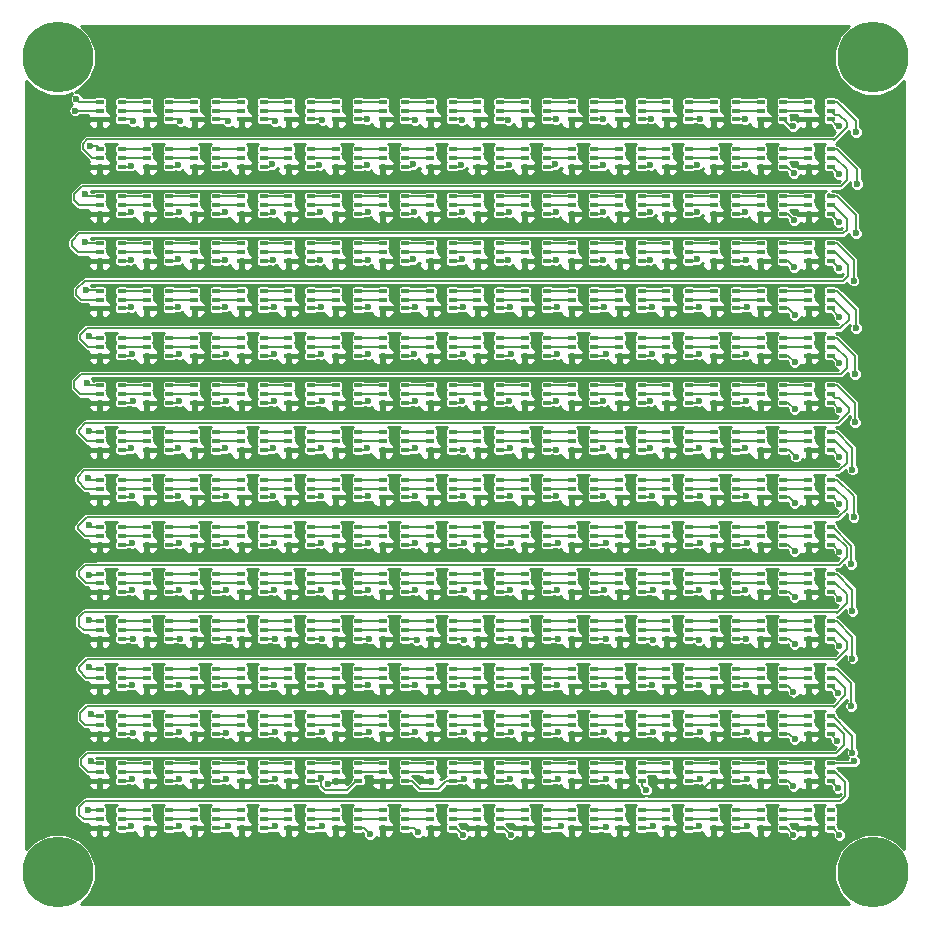
<source format=gbr>
G04 #@! TF.FileFunction,Copper,L1,Top,Signal*
%FSLAX46Y46*%
G04 Gerber Fmt 4.6, Leading zero omitted, Abs format (unit mm)*
G04 Created by KiCad (PCBNEW 4.0.7) date 05/12/18 12:12:21*
%MOMM*%
%LPD*%
G01*
G04 APERTURE LIST*
%ADD10C,0.100000*%
%ADD11R,0.700000X0.350000*%
%ADD12C,6.000000*%
%ADD13C,0.600000*%
%ADD14C,0.890000*%
%ADD15C,0.200000*%
%ADD16C,0.254000*%
G04 APERTURE END LIST*
D10*
D11*
X109450000Y-133250000D03*
X107550000Y-133250000D03*
X109450000Y-132500000D03*
X107550000Y-132500000D03*
X109450000Y-131750000D03*
X107550000Y-131750000D03*
X125450000Y-129250000D03*
X123550000Y-129250000D03*
X125450000Y-128500000D03*
X123550000Y-128500000D03*
X125450000Y-127750000D03*
X123550000Y-127750000D03*
X161450000Y-125250000D03*
X159550000Y-125250000D03*
X161450000Y-124500000D03*
X159550000Y-124500000D03*
X161450000Y-123750000D03*
X159550000Y-123750000D03*
X121450000Y-109250000D03*
X119550000Y-109250000D03*
X121450000Y-108500000D03*
X119550000Y-108500000D03*
X121450000Y-107750000D03*
X119550000Y-107750000D03*
D12*
X100000000Y-100000000D03*
X100000000Y-169000000D03*
X169000000Y-169000000D03*
X169000000Y-100000000D03*
D11*
X105450000Y-105250000D03*
X103550000Y-105250000D03*
X105450000Y-104500000D03*
X103550000Y-104500000D03*
X105450000Y-103750000D03*
X103550000Y-103750000D03*
X109450000Y-105250000D03*
X107550000Y-105250000D03*
X109450000Y-104500000D03*
X107550000Y-104500000D03*
X109450000Y-103750000D03*
X107550000Y-103750000D03*
X113450000Y-105250000D03*
X111550000Y-105250000D03*
X113450000Y-104500000D03*
X111550000Y-104500000D03*
X113450000Y-103750000D03*
X111550000Y-103750000D03*
X117450000Y-105250000D03*
X115550000Y-105250000D03*
X117450000Y-104500000D03*
X115550000Y-104500000D03*
X117450000Y-103750000D03*
X115550000Y-103750000D03*
X121450000Y-105250000D03*
X119550000Y-105250000D03*
X121450000Y-104500000D03*
X119550000Y-104500000D03*
X121450000Y-103750000D03*
X119550000Y-103750000D03*
X125450000Y-105250000D03*
X123550000Y-105250000D03*
X125450000Y-104500000D03*
X123550000Y-104500000D03*
X125450000Y-103750000D03*
X123550000Y-103750000D03*
X129450000Y-105250000D03*
X127550000Y-105250000D03*
X129450000Y-104500000D03*
X127550000Y-104500000D03*
X129450000Y-103750000D03*
X127550000Y-103750000D03*
X133450000Y-105250000D03*
X131550000Y-105250000D03*
X133450000Y-104500000D03*
X131550000Y-104500000D03*
X133450000Y-103750000D03*
X131550000Y-103750000D03*
X137450000Y-105250000D03*
X135550000Y-105250000D03*
X137450000Y-104500000D03*
X135550000Y-104500000D03*
X137450000Y-103750000D03*
X135550000Y-103750000D03*
X141450000Y-105250000D03*
X139550000Y-105250000D03*
X141450000Y-104500000D03*
X139550000Y-104500000D03*
X141450000Y-103750000D03*
X139550000Y-103750000D03*
X145450000Y-105250000D03*
X143550000Y-105250000D03*
X145450000Y-104500000D03*
X143550000Y-104500000D03*
X145450000Y-103750000D03*
X143550000Y-103750000D03*
X149450000Y-105250000D03*
X147550000Y-105250000D03*
X149450000Y-104500000D03*
X147550000Y-104500000D03*
X149450000Y-103750000D03*
X147550000Y-103750000D03*
X153450000Y-105250000D03*
X151550000Y-105250000D03*
X153450000Y-104500000D03*
X151550000Y-104500000D03*
X153450000Y-103750000D03*
X151550000Y-103750000D03*
X157450000Y-105250000D03*
X155550000Y-105250000D03*
X157450000Y-104500000D03*
X155550000Y-104500000D03*
X157450000Y-103750000D03*
X155550000Y-103750000D03*
X161450000Y-105250000D03*
X159550000Y-105250000D03*
X161450000Y-104500000D03*
X159550000Y-104500000D03*
X161450000Y-103750000D03*
X159550000Y-103750000D03*
X165450000Y-105250000D03*
X163550000Y-105250000D03*
X165450000Y-104500000D03*
X163550000Y-104500000D03*
X165450000Y-103750000D03*
X163550000Y-103750000D03*
X105450000Y-109250000D03*
X103550000Y-109250000D03*
X105450000Y-108500000D03*
X103550000Y-108500000D03*
X105450000Y-107750000D03*
X103550000Y-107750000D03*
X109450000Y-109250000D03*
X107550000Y-109250000D03*
X109450000Y-108500000D03*
X107550000Y-108500000D03*
X109450000Y-107750000D03*
X107550000Y-107750000D03*
X113450000Y-109250000D03*
X111550000Y-109250000D03*
X113450000Y-108500000D03*
X111550000Y-108500000D03*
X113450000Y-107750000D03*
X111550000Y-107750000D03*
X117450000Y-109250000D03*
X115550000Y-109250000D03*
X117450000Y-108500000D03*
X115550000Y-108500000D03*
X117450000Y-107750000D03*
X115550000Y-107750000D03*
X125450000Y-109250000D03*
X123550000Y-109250000D03*
X125450000Y-108500000D03*
X123550000Y-108500000D03*
X125450000Y-107750000D03*
X123550000Y-107750000D03*
X129450000Y-109250000D03*
X127550000Y-109250000D03*
X129450000Y-108500000D03*
X127550000Y-108500000D03*
X129450000Y-107750000D03*
X127550000Y-107750000D03*
X133450000Y-109250000D03*
X131550000Y-109250000D03*
X133450000Y-108500000D03*
X131550000Y-108500000D03*
X133450000Y-107750000D03*
X131550000Y-107750000D03*
X137450000Y-109250000D03*
X135550000Y-109250000D03*
X137450000Y-108500000D03*
X135550000Y-108500000D03*
X137450000Y-107750000D03*
X135550000Y-107750000D03*
X141450000Y-109250000D03*
X139550000Y-109250000D03*
X141450000Y-108500000D03*
X139550000Y-108500000D03*
X141450000Y-107750000D03*
X139550000Y-107750000D03*
X145450000Y-109250000D03*
X143550000Y-109250000D03*
X145450000Y-108500000D03*
X143550000Y-108500000D03*
X145450000Y-107750000D03*
X143550000Y-107750000D03*
X149450000Y-109250000D03*
X147550000Y-109250000D03*
X149450000Y-108500000D03*
X147550000Y-108500000D03*
X149450000Y-107750000D03*
X147550000Y-107750000D03*
X153450000Y-109250000D03*
X151550000Y-109250000D03*
X153450000Y-108500000D03*
X151550000Y-108500000D03*
X153450000Y-107750000D03*
X151550000Y-107750000D03*
X157450000Y-109250000D03*
X155550000Y-109250000D03*
X157450000Y-108500000D03*
X155550000Y-108500000D03*
X157450000Y-107750000D03*
X155550000Y-107750000D03*
X161450000Y-109250000D03*
X159550000Y-109250000D03*
X161450000Y-108500000D03*
X159550000Y-108500000D03*
X161450000Y-107750000D03*
X159550000Y-107750000D03*
X165450000Y-109250000D03*
X163550000Y-109250000D03*
X165450000Y-108500000D03*
X163550000Y-108500000D03*
X165450000Y-107750000D03*
X163550000Y-107750000D03*
X105450000Y-113250000D03*
X103550000Y-113250000D03*
X105450000Y-112500000D03*
X103550000Y-112500000D03*
X105450000Y-111750000D03*
X103550000Y-111750000D03*
X109450000Y-113250000D03*
X107550000Y-113250000D03*
X109450000Y-112500000D03*
X107550000Y-112500000D03*
X109450000Y-111750000D03*
X107550000Y-111750000D03*
X113450000Y-113250000D03*
X111550000Y-113250000D03*
X113450000Y-112500000D03*
X111550000Y-112500000D03*
X113450000Y-111750000D03*
X111550000Y-111750000D03*
X117450000Y-113250000D03*
X115550000Y-113250000D03*
X117450000Y-112500000D03*
X115550000Y-112500000D03*
X117450000Y-111750000D03*
X115550000Y-111750000D03*
X121450000Y-113250000D03*
X119550000Y-113250000D03*
X121450000Y-112500000D03*
X119550000Y-112500000D03*
X121450000Y-111750000D03*
X119550000Y-111750000D03*
X125450000Y-113250000D03*
X123550000Y-113250000D03*
X125450000Y-112500000D03*
X123550000Y-112500000D03*
X125450000Y-111750000D03*
X123550000Y-111750000D03*
X129450000Y-113250000D03*
X127550000Y-113250000D03*
X129450000Y-112500000D03*
X127550000Y-112500000D03*
X129450000Y-111750000D03*
X127550000Y-111750000D03*
X133450000Y-113250000D03*
X131550000Y-113250000D03*
X133450000Y-112500000D03*
X131550000Y-112500000D03*
X133450000Y-111750000D03*
X131550000Y-111750000D03*
X137450000Y-113250000D03*
X135550000Y-113250000D03*
X137450000Y-112500000D03*
X135550000Y-112500000D03*
X137450000Y-111750000D03*
X135550000Y-111750000D03*
X141450000Y-113250000D03*
X139550000Y-113250000D03*
X141450000Y-112500000D03*
X139550000Y-112500000D03*
X141450000Y-111750000D03*
X139550000Y-111750000D03*
X145450000Y-113250000D03*
X143550000Y-113250000D03*
X145450000Y-112500000D03*
X143550000Y-112500000D03*
X145450000Y-111750000D03*
X143550000Y-111750000D03*
X149450000Y-113250000D03*
X147550000Y-113250000D03*
X149450000Y-112500000D03*
X147550000Y-112500000D03*
X149450000Y-111750000D03*
X147550000Y-111750000D03*
X153450000Y-113250000D03*
X151550000Y-113250000D03*
X153450000Y-112500000D03*
X151550000Y-112500000D03*
X153450000Y-111750000D03*
X151550000Y-111750000D03*
X157450000Y-113250000D03*
X155550000Y-113250000D03*
X157450000Y-112500000D03*
X155550000Y-112500000D03*
X157450000Y-111750000D03*
X155550000Y-111750000D03*
X161450000Y-113250000D03*
X159550000Y-113250000D03*
X161450000Y-112500000D03*
X159550000Y-112500000D03*
X161450000Y-111750000D03*
X159550000Y-111750000D03*
X165450000Y-113250000D03*
X163550000Y-113250000D03*
X165450000Y-112500000D03*
X163550000Y-112500000D03*
X165450000Y-111750000D03*
X163550000Y-111750000D03*
X105450000Y-117250000D03*
X103550000Y-117250000D03*
X105450000Y-116500000D03*
X103550000Y-116500000D03*
X105450000Y-115750000D03*
X103550000Y-115750000D03*
X109450000Y-117250000D03*
X107550000Y-117250000D03*
X109450000Y-116500000D03*
X107550000Y-116500000D03*
X109450000Y-115750000D03*
X107550000Y-115750000D03*
X113450000Y-117250000D03*
X111550000Y-117250000D03*
X113450000Y-116500000D03*
X111550000Y-116500000D03*
X113450000Y-115750000D03*
X111550000Y-115750000D03*
X117450000Y-117250000D03*
X115550000Y-117250000D03*
X117450000Y-116500000D03*
X115550000Y-116500000D03*
X117450000Y-115750000D03*
X115550000Y-115750000D03*
X121450000Y-117250000D03*
X119550000Y-117250000D03*
X121450000Y-116500000D03*
X119550000Y-116500000D03*
X121450000Y-115750000D03*
X119550000Y-115750000D03*
X125450000Y-117250000D03*
X123550000Y-117250000D03*
X125450000Y-116500000D03*
X123550000Y-116500000D03*
X125450000Y-115750000D03*
X123550000Y-115750000D03*
X129450000Y-117250000D03*
X127550000Y-117250000D03*
X129450000Y-116500000D03*
X127550000Y-116500000D03*
X129450000Y-115750000D03*
X127550000Y-115750000D03*
X133450000Y-117250000D03*
X131550000Y-117250000D03*
X133450000Y-116500000D03*
X131550000Y-116500000D03*
X133450000Y-115750000D03*
X131550000Y-115750000D03*
X137450000Y-117250000D03*
X135550000Y-117250000D03*
X137450000Y-116500000D03*
X135550000Y-116500000D03*
X137450000Y-115750000D03*
X135550000Y-115750000D03*
X141450000Y-117250000D03*
X139550000Y-117250000D03*
X141450000Y-116500000D03*
X139550000Y-116500000D03*
X141450000Y-115750000D03*
X139550000Y-115750000D03*
X145450000Y-117250000D03*
X143550000Y-117250000D03*
X145450000Y-116500000D03*
X143550000Y-116500000D03*
X145450000Y-115750000D03*
X143550000Y-115750000D03*
X149450000Y-117250000D03*
X147550000Y-117250000D03*
X149450000Y-116500000D03*
X147550000Y-116500000D03*
X149450000Y-115750000D03*
X147550000Y-115750000D03*
X153450000Y-117250000D03*
X151550000Y-117250000D03*
X153450000Y-116500000D03*
X151550000Y-116500000D03*
X153450000Y-115750000D03*
X151550000Y-115750000D03*
X157450000Y-117250000D03*
X155550000Y-117250000D03*
X157450000Y-116500000D03*
X155550000Y-116500000D03*
X157450000Y-115750000D03*
X155550000Y-115750000D03*
X161450000Y-117250000D03*
X159550000Y-117250000D03*
X161450000Y-116500000D03*
X159550000Y-116500000D03*
X161450000Y-115750000D03*
X159550000Y-115750000D03*
X165450000Y-117250000D03*
X163550000Y-117250000D03*
X165450000Y-116500000D03*
X163550000Y-116500000D03*
X165450000Y-115750000D03*
X163550000Y-115750000D03*
X105450000Y-121250000D03*
X103550000Y-121250000D03*
X105450000Y-120500000D03*
X103550000Y-120500000D03*
X105450000Y-119750000D03*
X103550000Y-119750000D03*
X109450000Y-121250000D03*
X107550000Y-121250000D03*
X109450000Y-120500000D03*
X107550000Y-120500000D03*
X109450000Y-119750000D03*
X107550000Y-119750000D03*
X113450000Y-121250000D03*
X111550000Y-121250000D03*
X113450000Y-120500000D03*
X111550000Y-120500000D03*
X113450000Y-119750000D03*
X111550000Y-119750000D03*
X117450000Y-121250000D03*
X115550000Y-121250000D03*
X117450000Y-120500000D03*
X115550000Y-120500000D03*
X117450000Y-119750000D03*
X115550000Y-119750000D03*
X121450000Y-121250000D03*
X119550000Y-121250000D03*
X121450000Y-120500000D03*
X119550000Y-120500000D03*
X121450000Y-119750000D03*
X119550000Y-119750000D03*
X125450000Y-121250000D03*
X123550000Y-121250000D03*
X125450000Y-120500000D03*
X123550000Y-120500000D03*
X125450000Y-119750000D03*
X123550000Y-119750000D03*
X129450000Y-121250000D03*
X127550000Y-121250000D03*
X129450000Y-120500000D03*
X127550000Y-120500000D03*
X129450000Y-119750000D03*
X127550000Y-119750000D03*
X133450000Y-121250000D03*
X131550000Y-121250000D03*
X133450000Y-120500000D03*
X131550000Y-120500000D03*
X133450000Y-119750000D03*
X131550000Y-119750000D03*
X137450000Y-121250000D03*
X135550000Y-121250000D03*
X137450000Y-120500000D03*
X135550000Y-120500000D03*
X137450000Y-119750000D03*
X135550000Y-119750000D03*
X141450000Y-121250000D03*
X139550000Y-121250000D03*
X141450000Y-120500000D03*
X139550000Y-120500000D03*
X141450000Y-119750000D03*
X139550000Y-119750000D03*
X145450000Y-121250000D03*
X143550000Y-121250000D03*
X145450000Y-120500000D03*
X143550000Y-120500000D03*
X145450000Y-119750000D03*
X143550000Y-119750000D03*
X149450000Y-121250000D03*
X147550000Y-121250000D03*
X149450000Y-120500000D03*
X147550000Y-120500000D03*
X149450000Y-119750000D03*
X147550000Y-119750000D03*
X153450000Y-121250000D03*
X151550000Y-121250000D03*
X153450000Y-120500000D03*
X151550000Y-120500000D03*
X153450000Y-119750000D03*
X151550000Y-119750000D03*
X157450000Y-121250000D03*
X155550000Y-121250000D03*
X157450000Y-120500000D03*
X155550000Y-120500000D03*
X157450000Y-119750000D03*
X155550000Y-119750000D03*
X161450000Y-121250000D03*
X159550000Y-121250000D03*
X161450000Y-120500000D03*
X159550000Y-120500000D03*
X161450000Y-119750000D03*
X159550000Y-119750000D03*
X165450000Y-121250000D03*
X163550000Y-121250000D03*
X165450000Y-120500000D03*
X163550000Y-120500000D03*
X165450000Y-119750000D03*
X163550000Y-119750000D03*
X105450000Y-125250000D03*
X103550000Y-125250000D03*
X105450000Y-124500000D03*
X103550000Y-124500000D03*
X105450000Y-123750000D03*
X103550000Y-123750000D03*
X109450000Y-125250000D03*
X107550000Y-125250000D03*
X109450000Y-124500000D03*
X107550000Y-124500000D03*
X109450000Y-123750000D03*
X107550000Y-123750000D03*
X113450000Y-125250000D03*
X111550000Y-125250000D03*
X113450000Y-124500000D03*
X111550000Y-124500000D03*
X113450000Y-123750000D03*
X111550000Y-123750000D03*
X117450000Y-125250000D03*
X115550000Y-125250000D03*
X117450000Y-124500000D03*
X115550000Y-124500000D03*
X117450000Y-123750000D03*
X115550000Y-123750000D03*
X121450000Y-125250000D03*
X119550000Y-125250000D03*
X121450000Y-124500000D03*
X119550000Y-124500000D03*
X121450000Y-123750000D03*
X119550000Y-123750000D03*
X125450000Y-125250000D03*
X123550000Y-125250000D03*
X125450000Y-124500000D03*
X123550000Y-124500000D03*
X125450000Y-123750000D03*
X123550000Y-123750000D03*
X129450000Y-125250000D03*
X127550000Y-125250000D03*
X129450000Y-124500000D03*
X127550000Y-124500000D03*
X129450000Y-123750000D03*
X127550000Y-123750000D03*
X133450000Y-125250000D03*
X131550000Y-125250000D03*
X133450000Y-124500000D03*
X131550000Y-124500000D03*
X133450000Y-123750000D03*
X131550000Y-123750000D03*
X137450000Y-125250000D03*
X135550000Y-125250000D03*
X137450000Y-124500000D03*
X135550000Y-124500000D03*
X137450000Y-123750000D03*
X135550000Y-123750000D03*
X141450000Y-125250000D03*
X139550000Y-125250000D03*
X141450000Y-124500000D03*
X139550000Y-124500000D03*
X141450000Y-123750000D03*
X139550000Y-123750000D03*
X145450000Y-125250000D03*
X143550000Y-125250000D03*
X145450000Y-124500000D03*
X143550000Y-124500000D03*
X145450000Y-123750000D03*
X143550000Y-123750000D03*
X149450000Y-125250000D03*
X147550000Y-125250000D03*
X149450000Y-124500000D03*
X147550000Y-124500000D03*
X149450000Y-123750000D03*
X147550000Y-123750000D03*
X153450000Y-125250000D03*
X151550000Y-125250000D03*
X153450000Y-124500000D03*
X151550000Y-124500000D03*
X153450000Y-123750000D03*
X151550000Y-123750000D03*
X157450000Y-125250000D03*
X155550000Y-125250000D03*
X157450000Y-124500000D03*
X155550000Y-124500000D03*
X157450000Y-123750000D03*
X155550000Y-123750000D03*
X165450000Y-125250000D03*
X163550000Y-125250000D03*
X165450000Y-124500000D03*
X163550000Y-124500000D03*
X165450000Y-123750000D03*
X163550000Y-123750000D03*
X105450000Y-129250000D03*
X103550000Y-129250000D03*
X105450000Y-128500000D03*
X103550000Y-128500000D03*
X105450000Y-127750000D03*
X103550000Y-127750000D03*
X109450000Y-129250000D03*
X107550000Y-129250000D03*
X109450000Y-128500000D03*
X107550000Y-128500000D03*
X109450000Y-127750000D03*
X107550000Y-127750000D03*
X113450000Y-129250000D03*
X111550000Y-129250000D03*
X113450000Y-128500000D03*
X111550000Y-128500000D03*
X113450000Y-127750000D03*
X111550000Y-127750000D03*
X117450000Y-129250000D03*
X115550000Y-129250000D03*
X117450000Y-128500000D03*
X115550000Y-128500000D03*
X117450000Y-127750000D03*
X115550000Y-127750000D03*
X121450000Y-129250000D03*
X119550000Y-129250000D03*
X121450000Y-128500000D03*
X119550000Y-128500000D03*
X121450000Y-127750000D03*
X119550000Y-127750000D03*
X129450000Y-129250000D03*
X127550000Y-129250000D03*
X129450000Y-128500000D03*
X127550000Y-128500000D03*
X129450000Y-127750000D03*
X127550000Y-127750000D03*
X133450000Y-129250000D03*
X131550000Y-129250000D03*
X133450000Y-128500000D03*
X131550000Y-128500000D03*
X133450000Y-127750000D03*
X131550000Y-127750000D03*
X137450000Y-129250000D03*
X135550000Y-129250000D03*
X137450000Y-128500000D03*
X135550000Y-128500000D03*
X137450000Y-127750000D03*
X135550000Y-127750000D03*
X141450000Y-129250000D03*
X139550000Y-129250000D03*
X141450000Y-128500000D03*
X139550000Y-128500000D03*
X141450000Y-127750000D03*
X139550000Y-127750000D03*
X145450000Y-129250000D03*
X143550000Y-129250000D03*
X145450000Y-128500000D03*
X143550000Y-128500000D03*
X145450000Y-127750000D03*
X143550000Y-127750000D03*
X149450000Y-129250000D03*
X147550000Y-129250000D03*
X149450000Y-128500000D03*
X147550000Y-128500000D03*
X149450000Y-127750000D03*
X147550000Y-127750000D03*
X153450000Y-129250000D03*
X151550000Y-129250000D03*
X153450000Y-128500000D03*
X151550000Y-128500000D03*
X153450000Y-127750000D03*
X151550000Y-127750000D03*
X157450000Y-129250000D03*
X155550000Y-129250000D03*
X157450000Y-128500000D03*
X155550000Y-128500000D03*
X157450000Y-127750000D03*
X155550000Y-127750000D03*
X161450000Y-129250000D03*
X159550000Y-129250000D03*
X161450000Y-128500000D03*
X159550000Y-128500000D03*
X161450000Y-127750000D03*
X159550000Y-127750000D03*
X165450000Y-129250000D03*
X163550000Y-129250000D03*
X165450000Y-128500000D03*
X163550000Y-128500000D03*
X165450000Y-127750000D03*
X163550000Y-127750000D03*
X105450000Y-133250000D03*
X103550000Y-133250000D03*
X105450000Y-132500000D03*
X103550000Y-132500000D03*
X105450000Y-131750000D03*
X103550000Y-131750000D03*
X113450000Y-133250000D03*
X111550000Y-133250000D03*
X113450000Y-132500000D03*
X111550000Y-132500000D03*
X113450000Y-131750000D03*
X111550000Y-131750000D03*
X117450000Y-133250000D03*
X115550000Y-133250000D03*
X117450000Y-132500000D03*
X115550000Y-132500000D03*
X117450000Y-131750000D03*
X115550000Y-131750000D03*
X121450000Y-133250000D03*
X119550000Y-133250000D03*
X121450000Y-132500000D03*
X119550000Y-132500000D03*
X121450000Y-131750000D03*
X119550000Y-131750000D03*
X125450000Y-133250000D03*
X123550000Y-133250000D03*
X125450000Y-132500000D03*
X123550000Y-132500000D03*
X125450000Y-131750000D03*
X123550000Y-131750000D03*
X129450000Y-133250000D03*
X127550000Y-133250000D03*
X129450000Y-132500000D03*
X127550000Y-132500000D03*
X129450000Y-131750000D03*
X127550000Y-131750000D03*
X133450000Y-133250000D03*
X131550000Y-133250000D03*
X133450000Y-132500000D03*
X131550000Y-132500000D03*
X133450000Y-131750000D03*
X131550000Y-131750000D03*
X137450000Y-133250000D03*
X135550000Y-133250000D03*
X137450000Y-132500000D03*
X135550000Y-132500000D03*
X137450000Y-131750000D03*
X135550000Y-131750000D03*
X141450000Y-133250000D03*
X139550000Y-133250000D03*
X141450000Y-132500000D03*
X139550000Y-132500000D03*
X141450000Y-131750000D03*
X139550000Y-131750000D03*
X145450000Y-133250000D03*
X143550000Y-133250000D03*
X145450000Y-132500000D03*
X143550000Y-132500000D03*
X145450000Y-131750000D03*
X143550000Y-131750000D03*
X149450000Y-133250000D03*
X147550000Y-133250000D03*
X149450000Y-132500000D03*
X147550000Y-132500000D03*
X149450000Y-131750000D03*
X147550000Y-131750000D03*
X153450000Y-133250000D03*
X151550000Y-133250000D03*
X153450000Y-132500000D03*
X151550000Y-132500000D03*
X153450000Y-131750000D03*
X151550000Y-131750000D03*
X157450000Y-133250000D03*
X155550000Y-133250000D03*
X157450000Y-132500000D03*
X155550000Y-132500000D03*
X157450000Y-131750000D03*
X155550000Y-131750000D03*
X161450000Y-133250000D03*
X159550000Y-133250000D03*
X161450000Y-132500000D03*
X159550000Y-132500000D03*
X161450000Y-131750000D03*
X159550000Y-131750000D03*
X165450000Y-133250000D03*
X163550000Y-133250000D03*
X165450000Y-132500000D03*
X163550000Y-132500000D03*
X165450000Y-131750000D03*
X163550000Y-131750000D03*
X105450000Y-137250000D03*
X103550000Y-137250000D03*
X105450000Y-136500000D03*
X103550000Y-136500000D03*
X105450000Y-135750000D03*
X103550000Y-135750000D03*
X109450000Y-137250000D03*
X107550000Y-137250000D03*
X109450000Y-136500000D03*
X107550000Y-136500000D03*
X109450000Y-135750000D03*
X107550000Y-135750000D03*
X113450000Y-137250000D03*
X111550000Y-137250000D03*
X113450000Y-136500000D03*
X111550000Y-136500000D03*
X113450000Y-135750000D03*
X111550000Y-135750000D03*
X117450000Y-137250000D03*
X115550000Y-137250000D03*
X117450000Y-136500000D03*
X115550000Y-136500000D03*
X117450000Y-135750000D03*
X115550000Y-135750000D03*
X121450000Y-137250000D03*
X119550000Y-137250000D03*
X121450000Y-136500000D03*
X119550000Y-136500000D03*
X121450000Y-135750000D03*
X119550000Y-135750000D03*
X125450000Y-137250000D03*
X123550000Y-137250000D03*
X125450000Y-136500000D03*
X123550000Y-136500000D03*
X125450000Y-135750000D03*
X123550000Y-135750000D03*
X129450000Y-137250000D03*
X127550000Y-137250000D03*
X129450000Y-136500000D03*
X127550000Y-136500000D03*
X129450000Y-135750000D03*
X127550000Y-135750000D03*
X133450000Y-137250000D03*
X131550000Y-137250000D03*
X133450000Y-136500000D03*
X131550000Y-136500000D03*
X133450000Y-135750000D03*
X131550000Y-135750000D03*
X137450000Y-137250000D03*
X135550000Y-137250000D03*
X137450000Y-136500000D03*
X135550000Y-136500000D03*
X137450000Y-135750000D03*
X135550000Y-135750000D03*
X141450000Y-137250000D03*
X139550000Y-137250000D03*
X141450000Y-136500000D03*
X139550000Y-136500000D03*
X141450000Y-135750000D03*
X139550000Y-135750000D03*
X145450000Y-137250000D03*
X143550000Y-137250000D03*
X145450000Y-136500000D03*
X143550000Y-136500000D03*
X145450000Y-135750000D03*
X143550000Y-135750000D03*
X149450000Y-137250000D03*
X147550000Y-137250000D03*
X149450000Y-136500000D03*
X147550000Y-136500000D03*
X149450000Y-135750000D03*
X147550000Y-135750000D03*
X153450000Y-137250000D03*
X151550000Y-137250000D03*
X153450000Y-136500000D03*
X151550000Y-136500000D03*
X153450000Y-135750000D03*
X151550000Y-135750000D03*
X157450000Y-137250000D03*
X155550000Y-137250000D03*
X157450000Y-136500000D03*
X155550000Y-136500000D03*
X157450000Y-135750000D03*
X155550000Y-135750000D03*
X161450000Y-137250000D03*
X159550000Y-137250000D03*
X161450000Y-136500000D03*
X159550000Y-136500000D03*
X161450000Y-135750000D03*
X159550000Y-135750000D03*
X165450000Y-137250000D03*
X163550000Y-137250000D03*
X165450000Y-136500000D03*
X163550000Y-136500000D03*
X165450000Y-135750000D03*
X163550000Y-135750000D03*
X105450000Y-141250000D03*
X103550000Y-141250000D03*
X105450000Y-140500000D03*
X103550000Y-140500000D03*
X105450000Y-139750000D03*
X103550000Y-139750000D03*
X109450000Y-141250000D03*
X107550000Y-141250000D03*
X109450000Y-140500000D03*
X107550000Y-140500000D03*
X109450000Y-139750000D03*
X107550000Y-139750000D03*
X113450000Y-141250000D03*
X111550000Y-141250000D03*
X113450000Y-140500000D03*
X111550000Y-140500000D03*
X113450000Y-139750000D03*
X111550000Y-139750000D03*
X117450000Y-141250000D03*
X115550000Y-141250000D03*
X117450000Y-140500000D03*
X115550000Y-140500000D03*
X117450000Y-139750000D03*
X115550000Y-139750000D03*
X121450000Y-141250000D03*
X119550000Y-141250000D03*
X121450000Y-140500000D03*
X119550000Y-140500000D03*
X121450000Y-139750000D03*
X119550000Y-139750000D03*
X125450000Y-141250000D03*
X123550000Y-141250000D03*
X125450000Y-140500000D03*
X123550000Y-140500000D03*
X125450000Y-139750000D03*
X123550000Y-139750000D03*
X129450000Y-141250000D03*
X127550000Y-141250000D03*
X129450000Y-140500000D03*
X127550000Y-140500000D03*
X129450000Y-139750000D03*
X127550000Y-139750000D03*
X133450000Y-141250000D03*
X131550000Y-141250000D03*
X133450000Y-140500000D03*
X131550000Y-140500000D03*
X133450000Y-139750000D03*
X131550000Y-139750000D03*
X137450000Y-141250000D03*
X135550000Y-141250000D03*
X137450000Y-140500000D03*
X135550000Y-140500000D03*
X137450000Y-139750000D03*
X135550000Y-139750000D03*
X141450000Y-141250000D03*
X139550000Y-141250000D03*
X141450000Y-140500000D03*
X139550000Y-140500000D03*
X141450000Y-139750000D03*
X139550000Y-139750000D03*
X145450000Y-141250000D03*
X143550000Y-141250000D03*
X145450000Y-140500000D03*
X143550000Y-140500000D03*
X145450000Y-139750000D03*
X143550000Y-139750000D03*
X149450000Y-141250000D03*
X147550000Y-141250000D03*
X149450000Y-140500000D03*
X147550000Y-140500000D03*
X149450000Y-139750000D03*
X147550000Y-139750000D03*
X153450000Y-141250000D03*
X151550000Y-141250000D03*
X153450000Y-140500000D03*
X151550000Y-140500000D03*
X153450000Y-139750000D03*
X151550000Y-139750000D03*
X157450000Y-141250000D03*
X155550000Y-141250000D03*
X157450000Y-140500000D03*
X155550000Y-140500000D03*
X157450000Y-139750000D03*
X155550000Y-139750000D03*
X161450000Y-141250000D03*
X159550000Y-141250000D03*
X161450000Y-140500000D03*
X159550000Y-140500000D03*
X161450000Y-139750000D03*
X159550000Y-139750000D03*
X165450000Y-141250000D03*
X163550000Y-141250000D03*
X165450000Y-140500000D03*
X163550000Y-140500000D03*
X165450000Y-139750000D03*
X163550000Y-139750000D03*
X105450000Y-145250000D03*
X103550000Y-145250000D03*
X105450000Y-144500000D03*
X103550000Y-144500000D03*
X105450000Y-143750000D03*
X103550000Y-143750000D03*
X109450000Y-145250000D03*
X107550000Y-145250000D03*
X109450000Y-144500000D03*
X107550000Y-144500000D03*
X109450000Y-143750000D03*
X107550000Y-143750000D03*
X113450000Y-145250000D03*
X111550000Y-145250000D03*
X113450000Y-144500000D03*
X111550000Y-144500000D03*
X113450000Y-143750000D03*
X111550000Y-143750000D03*
X117450000Y-145250000D03*
X115550000Y-145250000D03*
X117450000Y-144500000D03*
X115550000Y-144500000D03*
X117450000Y-143750000D03*
X115550000Y-143750000D03*
X121450000Y-145250000D03*
X119550000Y-145250000D03*
X121450000Y-144500000D03*
X119550000Y-144500000D03*
X121450000Y-143750000D03*
X119550000Y-143750000D03*
X125450000Y-145250000D03*
X123550000Y-145250000D03*
X125450000Y-144500000D03*
X123550000Y-144500000D03*
X125450000Y-143750000D03*
X123550000Y-143750000D03*
X129450000Y-145250000D03*
X127550000Y-145250000D03*
X129450000Y-144500000D03*
X127550000Y-144500000D03*
X129450000Y-143750000D03*
X127550000Y-143750000D03*
X133450000Y-145250000D03*
X131550000Y-145250000D03*
X133450000Y-144500000D03*
X131550000Y-144500000D03*
X133450000Y-143750000D03*
X131550000Y-143750000D03*
X137450000Y-145250000D03*
X135550000Y-145250000D03*
X137450000Y-144500000D03*
X135550000Y-144500000D03*
X137450000Y-143750000D03*
X135550000Y-143750000D03*
X141450000Y-145250000D03*
X139550000Y-145250000D03*
X141450000Y-144500000D03*
X139550000Y-144500000D03*
X141450000Y-143750000D03*
X139550000Y-143750000D03*
X145450000Y-145250000D03*
X143550000Y-145250000D03*
X145450000Y-144500000D03*
X143550000Y-144500000D03*
X145450000Y-143750000D03*
X143550000Y-143750000D03*
X149450000Y-145250000D03*
X147550000Y-145250000D03*
X149450000Y-144500000D03*
X147550000Y-144500000D03*
X149450000Y-143750000D03*
X147550000Y-143750000D03*
X153450000Y-145250000D03*
X151550000Y-145250000D03*
X153450000Y-144500000D03*
X151550000Y-144500000D03*
X153450000Y-143750000D03*
X151550000Y-143750000D03*
X157450000Y-145250000D03*
X155550000Y-145250000D03*
X157450000Y-144500000D03*
X155550000Y-144500000D03*
X157450000Y-143750000D03*
X155550000Y-143750000D03*
X161450000Y-145250000D03*
X159550000Y-145250000D03*
X161450000Y-144500000D03*
X159550000Y-144500000D03*
X161450000Y-143750000D03*
X159550000Y-143750000D03*
X165450000Y-145250000D03*
X163550000Y-145250000D03*
X165450000Y-144500000D03*
X163550000Y-144500000D03*
X165450000Y-143750000D03*
X163550000Y-143750000D03*
X105450000Y-149250000D03*
X103550000Y-149250000D03*
X105450000Y-148500000D03*
X103550000Y-148500000D03*
X105450000Y-147750000D03*
X103550000Y-147750000D03*
X109450000Y-149250000D03*
X107550000Y-149250000D03*
X109450000Y-148500000D03*
X107550000Y-148500000D03*
X109450000Y-147750000D03*
X107550000Y-147750000D03*
X113450000Y-149250000D03*
X111550000Y-149250000D03*
X113450000Y-148500000D03*
X111550000Y-148500000D03*
X113450000Y-147750000D03*
X111550000Y-147750000D03*
X117450000Y-149250000D03*
X115550000Y-149250000D03*
X117450000Y-148500000D03*
X115550000Y-148500000D03*
X117450000Y-147750000D03*
X115550000Y-147750000D03*
X121450000Y-149250000D03*
X119550000Y-149250000D03*
X121450000Y-148500000D03*
X119550000Y-148500000D03*
X121450000Y-147750000D03*
X119550000Y-147750000D03*
X125450000Y-149250000D03*
X123550000Y-149250000D03*
X125450000Y-148500000D03*
X123550000Y-148500000D03*
X125450000Y-147750000D03*
X123550000Y-147750000D03*
X129450000Y-149250000D03*
X127550000Y-149250000D03*
X129450000Y-148500000D03*
X127550000Y-148500000D03*
X129450000Y-147750000D03*
X127550000Y-147750000D03*
X133450000Y-149250000D03*
X131550000Y-149250000D03*
X133450000Y-148500000D03*
X131550000Y-148500000D03*
X133450000Y-147750000D03*
X131550000Y-147750000D03*
X137450000Y-149250000D03*
X135550000Y-149250000D03*
X137450000Y-148500000D03*
X135550000Y-148500000D03*
X137450000Y-147750000D03*
X135550000Y-147750000D03*
X141450000Y-149250000D03*
X139550000Y-149250000D03*
X141450000Y-148500000D03*
X139550000Y-148500000D03*
X141450000Y-147750000D03*
X139550000Y-147750000D03*
X145450000Y-149250000D03*
X143550000Y-149250000D03*
X145450000Y-148500000D03*
X143550000Y-148500000D03*
X145450000Y-147750000D03*
X143550000Y-147750000D03*
X149450000Y-149250000D03*
X147550000Y-149250000D03*
X149450000Y-148500000D03*
X147550000Y-148500000D03*
X149450000Y-147750000D03*
X147550000Y-147750000D03*
X153450000Y-149250000D03*
X151550000Y-149250000D03*
X153450000Y-148500000D03*
X151550000Y-148500000D03*
X153450000Y-147750000D03*
X151550000Y-147750000D03*
X157450000Y-149250000D03*
X155550000Y-149250000D03*
X157450000Y-148500000D03*
X155550000Y-148500000D03*
X157450000Y-147750000D03*
X155550000Y-147750000D03*
X161450000Y-149250000D03*
X159550000Y-149250000D03*
X161450000Y-148500000D03*
X159550000Y-148500000D03*
X161450000Y-147750000D03*
X159550000Y-147750000D03*
X165450000Y-149250000D03*
X163550000Y-149250000D03*
X165450000Y-148500000D03*
X163550000Y-148500000D03*
X165450000Y-147750000D03*
X163550000Y-147750000D03*
X105450000Y-153250000D03*
X103550000Y-153250000D03*
X105450000Y-152500000D03*
X103550000Y-152500000D03*
X105450000Y-151750000D03*
X103550000Y-151750000D03*
X109450000Y-153250000D03*
X107550000Y-153250000D03*
X109450000Y-152500000D03*
X107550000Y-152500000D03*
X109450000Y-151750000D03*
X107550000Y-151750000D03*
X113450000Y-153250000D03*
X111550000Y-153250000D03*
X113450000Y-152500000D03*
X111550000Y-152500000D03*
X113450000Y-151750000D03*
X111550000Y-151750000D03*
X117450000Y-153250000D03*
X115550000Y-153250000D03*
X117450000Y-152500000D03*
X115550000Y-152500000D03*
X117450000Y-151750000D03*
X115550000Y-151750000D03*
X121450000Y-153250000D03*
X119550000Y-153250000D03*
X121450000Y-152500000D03*
X119550000Y-152500000D03*
X121450000Y-151750000D03*
X119550000Y-151750000D03*
X125450000Y-153250000D03*
X123550000Y-153250000D03*
X125450000Y-152500000D03*
X123550000Y-152500000D03*
X125450000Y-151750000D03*
X123550000Y-151750000D03*
X129450000Y-153250000D03*
X127550000Y-153250000D03*
X129450000Y-152500000D03*
X127550000Y-152500000D03*
X129450000Y-151750000D03*
X127550000Y-151750000D03*
X133450000Y-153250000D03*
X131550000Y-153250000D03*
X133450000Y-152500000D03*
X131550000Y-152500000D03*
X133450000Y-151750000D03*
X131550000Y-151750000D03*
X137450000Y-153250000D03*
X135550000Y-153250000D03*
X137450000Y-152500000D03*
X135550000Y-152500000D03*
X137450000Y-151750000D03*
X135550000Y-151750000D03*
X141450000Y-153250000D03*
X139550000Y-153250000D03*
X141450000Y-152500000D03*
X139550000Y-152500000D03*
X141450000Y-151750000D03*
X139550000Y-151750000D03*
X145450000Y-153250000D03*
X143550000Y-153250000D03*
X145450000Y-152500000D03*
X143550000Y-152500000D03*
X145450000Y-151750000D03*
X143550000Y-151750000D03*
X149450000Y-153250000D03*
X147550000Y-153250000D03*
X149450000Y-152500000D03*
X147550000Y-152500000D03*
X149450000Y-151750000D03*
X147550000Y-151750000D03*
X153450000Y-153250000D03*
X151550000Y-153250000D03*
X153450000Y-152500000D03*
X151550000Y-152500000D03*
X153450000Y-151750000D03*
X151550000Y-151750000D03*
X157450000Y-153250000D03*
X155550000Y-153250000D03*
X157450000Y-152500000D03*
X155550000Y-152500000D03*
X157450000Y-151750000D03*
X155550000Y-151750000D03*
X161450000Y-153250000D03*
X159550000Y-153250000D03*
X161450000Y-152500000D03*
X159550000Y-152500000D03*
X161450000Y-151750000D03*
X159550000Y-151750000D03*
X165450000Y-153250000D03*
X163550000Y-153250000D03*
X165450000Y-152500000D03*
X163550000Y-152500000D03*
X165450000Y-151750000D03*
X163550000Y-151750000D03*
X105450000Y-157250000D03*
X103550000Y-157250000D03*
X105450000Y-156500000D03*
X103550000Y-156500000D03*
X105450000Y-155750000D03*
X103550000Y-155750000D03*
X109450000Y-157250000D03*
X107550000Y-157250000D03*
X109450000Y-156500000D03*
X107550000Y-156500000D03*
X109450000Y-155750000D03*
X107550000Y-155750000D03*
X113450000Y-157250000D03*
X111550000Y-157250000D03*
X113450000Y-156500000D03*
X111550000Y-156500000D03*
X113450000Y-155750000D03*
X111550000Y-155750000D03*
X117450000Y-157250000D03*
X115550000Y-157250000D03*
X117450000Y-156500000D03*
X115550000Y-156500000D03*
X117450000Y-155750000D03*
X115550000Y-155750000D03*
X121450000Y-157250000D03*
X119550000Y-157250000D03*
X121450000Y-156500000D03*
X119550000Y-156500000D03*
X121450000Y-155750000D03*
X119550000Y-155750000D03*
X125450000Y-157250000D03*
X123550000Y-157250000D03*
X125450000Y-156500000D03*
X123550000Y-156500000D03*
X125450000Y-155750000D03*
X123550000Y-155750000D03*
X129450000Y-157250000D03*
X127550000Y-157250000D03*
X129450000Y-156500000D03*
X127550000Y-156500000D03*
X129450000Y-155750000D03*
X127550000Y-155750000D03*
X133450000Y-157250000D03*
X131550000Y-157250000D03*
X133450000Y-156500000D03*
X131550000Y-156500000D03*
X133450000Y-155750000D03*
X131550000Y-155750000D03*
X137450000Y-157250000D03*
X135550000Y-157250000D03*
X137450000Y-156500000D03*
X135550000Y-156500000D03*
X137450000Y-155750000D03*
X135550000Y-155750000D03*
X141450000Y-157250000D03*
X139550000Y-157250000D03*
X141450000Y-156500000D03*
X139550000Y-156500000D03*
X141450000Y-155750000D03*
X139550000Y-155750000D03*
X145450000Y-157250000D03*
X143550000Y-157250000D03*
X145450000Y-156500000D03*
X143550000Y-156500000D03*
X145450000Y-155750000D03*
X143550000Y-155750000D03*
X149450000Y-157250000D03*
X147550000Y-157250000D03*
X149450000Y-156500000D03*
X147550000Y-156500000D03*
X149450000Y-155750000D03*
X147550000Y-155750000D03*
X153450000Y-157250000D03*
X151550000Y-157250000D03*
X153450000Y-156500000D03*
X151550000Y-156500000D03*
X153450000Y-155750000D03*
X151550000Y-155750000D03*
X157450000Y-157250000D03*
X155550000Y-157250000D03*
X157450000Y-156500000D03*
X155550000Y-156500000D03*
X157450000Y-155750000D03*
X155550000Y-155750000D03*
X161450000Y-157250000D03*
X159550000Y-157250000D03*
X161450000Y-156500000D03*
X159550000Y-156500000D03*
X161450000Y-155750000D03*
X159550000Y-155750000D03*
X165450000Y-157250000D03*
X163550000Y-157250000D03*
X165450000Y-156500000D03*
X163550000Y-156500000D03*
X165450000Y-155750000D03*
X163550000Y-155750000D03*
X105450000Y-161250000D03*
X103550000Y-161250000D03*
X105450000Y-160500000D03*
X103550000Y-160500000D03*
X105450000Y-159750000D03*
X103550000Y-159750000D03*
X109450000Y-161250000D03*
X107550000Y-161250000D03*
X109450000Y-160500000D03*
X107550000Y-160500000D03*
X109450000Y-159750000D03*
X107550000Y-159750000D03*
X113450000Y-161250000D03*
X111550000Y-161250000D03*
X113450000Y-160500000D03*
X111550000Y-160500000D03*
X113450000Y-159750000D03*
X111550000Y-159750000D03*
X117450000Y-161250000D03*
X115550000Y-161250000D03*
X117450000Y-160500000D03*
X115550000Y-160500000D03*
X117450000Y-159750000D03*
X115550000Y-159750000D03*
X121450000Y-161250000D03*
X119550000Y-161250000D03*
X121450000Y-160500000D03*
X119550000Y-160500000D03*
X121450000Y-159750000D03*
X119550000Y-159750000D03*
X125450000Y-161250000D03*
X123550000Y-161250000D03*
X125450000Y-160500000D03*
X123550000Y-160500000D03*
X125450000Y-159750000D03*
X123550000Y-159750000D03*
X129450000Y-161250000D03*
X127550000Y-161250000D03*
X129450000Y-160500000D03*
X127550000Y-160500000D03*
X129450000Y-159750000D03*
X127550000Y-159750000D03*
X133450000Y-161250000D03*
X131550000Y-161250000D03*
X133450000Y-160500000D03*
X131550000Y-160500000D03*
X133450000Y-159750000D03*
X131550000Y-159750000D03*
X137450000Y-161250000D03*
X135550000Y-161250000D03*
X137450000Y-160500000D03*
X135550000Y-160500000D03*
X137450000Y-159750000D03*
X135550000Y-159750000D03*
X141450000Y-161250000D03*
X139550000Y-161250000D03*
X141450000Y-160500000D03*
X139550000Y-160500000D03*
X141450000Y-159750000D03*
X139550000Y-159750000D03*
X145450000Y-161250000D03*
X143550000Y-161250000D03*
X145450000Y-160500000D03*
X143550000Y-160500000D03*
X145450000Y-159750000D03*
X143550000Y-159750000D03*
X149450000Y-161250000D03*
X147550000Y-161250000D03*
X149450000Y-160500000D03*
X147550000Y-160500000D03*
X149450000Y-159750000D03*
X147550000Y-159750000D03*
X153450000Y-161250000D03*
X151550000Y-161250000D03*
X153450000Y-160500000D03*
X151550000Y-160500000D03*
X153450000Y-159750000D03*
X151550000Y-159750000D03*
X157450000Y-161250000D03*
X155550000Y-161250000D03*
X157450000Y-160500000D03*
X155550000Y-160500000D03*
X157450000Y-159750000D03*
X155550000Y-159750000D03*
X161450000Y-161250000D03*
X159550000Y-161250000D03*
X161450000Y-160500000D03*
X159550000Y-160500000D03*
X161450000Y-159750000D03*
X159550000Y-159750000D03*
X165450000Y-161250000D03*
X163550000Y-161250000D03*
X165450000Y-160500000D03*
X163550000Y-160500000D03*
X165450000Y-159750000D03*
X163550000Y-159750000D03*
X105450000Y-165250000D03*
X103550000Y-165250000D03*
X105450000Y-164500000D03*
X103550000Y-164500000D03*
X105450000Y-163750000D03*
X103550000Y-163750000D03*
X109450000Y-165250000D03*
X107550000Y-165250000D03*
X109450000Y-164500000D03*
X107550000Y-164500000D03*
X109450000Y-163750000D03*
X107550000Y-163750000D03*
X113450000Y-165250000D03*
X111550000Y-165250000D03*
X113450000Y-164500000D03*
X111550000Y-164500000D03*
X113450000Y-163750000D03*
X111550000Y-163750000D03*
X117450000Y-165250000D03*
X115550000Y-165250000D03*
X117450000Y-164500000D03*
X115550000Y-164500000D03*
X117450000Y-163750000D03*
X115550000Y-163750000D03*
X121450000Y-165250000D03*
X119550000Y-165250000D03*
X121450000Y-164500000D03*
X119550000Y-164500000D03*
X121450000Y-163750000D03*
X119550000Y-163750000D03*
X125450000Y-165250000D03*
X123550000Y-165250000D03*
X125450000Y-164500000D03*
X123550000Y-164500000D03*
X125450000Y-163750000D03*
X123550000Y-163750000D03*
X129450000Y-165250000D03*
X127550000Y-165250000D03*
X129450000Y-164500000D03*
X127550000Y-164500000D03*
X129450000Y-163750000D03*
X127550000Y-163750000D03*
X133450000Y-165250000D03*
X131550000Y-165250000D03*
X133450000Y-164500000D03*
X131550000Y-164500000D03*
X133450000Y-163750000D03*
X131550000Y-163750000D03*
X137450000Y-165250000D03*
X135550000Y-165250000D03*
X137450000Y-164500000D03*
X135550000Y-164500000D03*
X137450000Y-163750000D03*
X135550000Y-163750000D03*
X141450000Y-165250000D03*
X139550000Y-165250000D03*
X141450000Y-164500000D03*
X139550000Y-164500000D03*
X141450000Y-163750000D03*
X139550000Y-163750000D03*
X145450000Y-165250000D03*
X143550000Y-165250000D03*
X145450000Y-164500000D03*
X143550000Y-164500000D03*
X145450000Y-163750000D03*
X143550000Y-163750000D03*
X149450000Y-165250000D03*
X147550000Y-165250000D03*
X149450000Y-164500000D03*
X147550000Y-164500000D03*
X149450000Y-163750000D03*
X147550000Y-163750000D03*
X153450000Y-165250000D03*
X151550000Y-165250000D03*
X153450000Y-164500000D03*
X151550000Y-164500000D03*
X153450000Y-163750000D03*
X151550000Y-163750000D03*
X157450000Y-165250000D03*
X155550000Y-165250000D03*
X157450000Y-164500000D03*
X155550000Y-164500000D03*
X157450000Y-163750000D03*
X155550000Y-163750000D03*
X161450000Y-165250000D03*
X159550000Y-165250000D03*
X161450000Y-164500000D03*
X159550000Y-164500000D03*
X161450000Y-163750000D03*
X159550000Y-163750000D03*
X165450000Y-165250000D03*
X163550000Y-165250000D03*
X165450000Y-164500000D03*
X163550000Y-164500000D03*
X165450000Y-163750000D03*
X163550000Y-163750000D03*
D13*
X130750000Y-161050000D03*
X163800000Y-154100000D03*
X163800000Y-150200000D03*
X163800000Y-146100000D03*
X163800000Y-142100000D03*
X163800000Y-138100000D03*
X163700000Y-134100000D03*
X163800000Y-130100000D03*
X163800000Y-126100000D03*
X163800000Y-122200000D03*
X163800000Y-118100000D03*
X163800000Y-114300000D03*
X163800000Y-110100000D03*
X163800000Y-166200000D03*
X163700000Y-162300000D03*
X163800000Y-158300000D03*
D14*
X168000000Y-104500000D03*
X168000000Y-108500000D03*
X168000000Y-112500000D03*
X168000000Y-116500000D03*
X168000000Y-120500000D03*
X168000000Y-124500000D03*
X168000000Y-128500000D03*
X168000000Y-132500000D03*
X168000000Y-136500000D03*
X168000000Y-140500000D03*
X168000000Y-144500000D03*
X168000000Y-148500000D03*
X168000000Y-152500000D03*
X168000000Y-156500000D03*
X167500000Y-160500000D03*
X167500000Y-164500000D03*
X139000000Y-169500000D03*
X137500000Y-169500000D03*
X136000000Y-169500000D03*
X134500000Y-169500000D03*
X133000000Y-169500000D03*
X131500000Y-169500000D03*
X130000000Y-169500000D03*
X128500000Y-169500000D03*
X127000000Y-169500000D03*
X125500000Y-169500000D03*
D13*
X121800000Y-162300000D03*
X122900000Y-161500000D03*
X146440499Y-165176446D03*
X106400000Y-149200000D03*
X110400000Y-149200000D03*
X114500000Y-149200000D03*
X118400000Y-149200000D03*
X122400000Y-149200000D03*
X126400000Y-149200000D03*
X130400000Y-149300000D03*
X134400000Y-149300000D03*
X138400000Y-149200000D03*
X142400000Y-149200000D03*
X146400000Y-149200000D03*
X150400000Y-149300000D03*
X154300000Y-149300000D03*
X158300000Y-149200000D03*
X166200000Y-122000000D03*
X158400000Y-121100000D03*
X149800000Y-162000000D03*
X134300000Y-165800000D03*
X138350000Y-165800000D03*
X126450000Y-165750000D03*
X134400000Y-161100000D03*
X146300000Y-157100000D03*
X130500000Y-165569990D03*
X122329249Y-161044363D03*
X110300000Y-165100000D03*
X110300000Y-161100000D03*
X114400000Y-165100000D03*
X166180763Y-113930312D03*
X166118754Y-105831712D03*
X166200000Y-165831702D03*
X162300000Y-165800000D03*
X158400000Y-165100000D03*
X154300000Y-165100000D03*
X150400000Y-165100000D03*
X142600000Y-165100000D03*
X122400000Y-165100000D03*
X118400000Y-165100000D03*
X106200000Y-165100000D03*
X166100000Y-161831702D03*
X162300000Y-161700000D03*
X158400000Y-161100000D03*
X154400000Y-161100000D03*
X146400000Y-161100000D03*
X142400000Y-161100000D03*
X138300000Y-161100000D03*
X118400000Y-161100000D03*
X114300000Y-161100000D03*
X106294998Y-161100000D03*
X166000000Y-157831702D03*
X162400000Y-157700000D03*
X158400000Y-157100000D03*
X154400000Y-157100000D03*
X150400000Y-157100000D03*
X142400000Y-157100000D03*
X138400000Y-157100000D03*
X134400000Y-157100000D03*
X130300000Y-157100000D03*
X126400000Y-157100000D03*
X122400000Y-157100000D03*
X118400000Y-157100000D03*
X110300000Y-157100000D03*
X106400000Y-157200000D03*
X166100000Y-153831702D03*
X162300000Y-153700000D03*
X158300000Y-153100000D03*
X154300000Y-153100000D03*
X150300000Y-153100000D03*
X146300000Y-153100000D03*
X142300000Y-153100000D03*
X138300000Y-153100000D03*
X134300000Y-153100000D03*
X130300000Y-153100000D03*
X126300000Y-153100000D03*
X122300000Y-153100000D03*
X118300000Y-153100000D03*
X114200000Y-153100000D03*
X110300000Y-153100000D03*
X106300000Y-153100000D03*
X166200000Y-149831702D03*
X162400000Y-149700000D03*
X166200000Y-145831702D03*
X162400000Y-145700000D03*
X158200000Y-145100000D03*
X154300000Y-145100000D03*
X150400000Y-145100000D03*
X146300000Y-145100000D03*
X142300000Y-145100000D03*
X138300000Y-145100000D03*
X134400000Y-145100000D03*
X130300000Y-145100000D03*
X126300000Y-145100000D03*
X122300000Y-145100000D03*
X118300000Y-145100000D03*
X114300000Y-145100000D03*
X110300000Y-145100000D03*
X106300000Y-145100000D03*
X166200000Y-141831702D03*
X162400000Y-141800000D03*
X158400000Y-141100000D03*
X154400000Y-141100000D03*
X150400000Y-141100000D03*
X146400000Y-141100000D03*
X142400000Y-141100000D03*
X138400000Y-141100000D03*
X134400000Y-141100000D03*
X130300000Y-141100000D03*
X126300000Y-141100000D03*
X122300000Y-141100000D03*
X118300000Y-141100000D03*
X114300000Y-141100000D03*
X110300000Y-141100000D03*
X106300000Y-141100000D03*
X166200000Y-137831702D03*
X162400000Y-137700000D03*
X158300000Y-137100000D03*
X154400000Y-137100000D03*
X150300000Y-137100000D03*
X146200000Y-137100000D03*
X142200000Y-137100000D03*
X138300000Y-137100000D03*
X134300000Y-137100000D03*
X130300000Y-137100000D03*
X126300000Y-137100000D03*
X122300000Y-137100000D03*
X118200000Y-137100000D03*
X114300000Y-137100000D03*
X110200000Y-137100000D03*
X106300000Y-137100000D03*
X166200000Y-133831702D03*
X162500000Y-133800000D03*
X158200000Y-133100000D03*
X154300000Y-133100000D03*
X150200000Y-133100000D03*
X146200000Y-133100000D03*
X142200000Y-133200000D03*
X138300000Y-133100000D03*
X134300000Y-133200000D03*
X130300000Y-133100000D03*
X126200000Y-133100000D03*
X122300000Y-133100000D03*
X118200000Y-133100000D03*
X114200000Y-133100000D03*
X110200000Y-133100000D03*
X106200000Y-133100000D03*
X166200000Y-129831702D03*
X162400000Y-129800000D03*
X158300000Y-129100000D03*
X154300000Y-129100000D03*
X150200000Y-129100000D03*
X146200000Y-129100000D03*
X142200000Y-129100000D03*
X138200000Y-129100000D03*
X134200000Y-129100000D03*
X130300000Y-129100000D03*
X126300000Y-129100000D03*
X122400000Y-129100000D03*
X118300000Y-129100000D03*
X114300000Y-129100000D03*
X110300000Y-129100000D03*
X106400000Y-129100000D03*
X166200000Y-125851702D03*
X162400000Y-125800000D03*
X158300000Y-125100000D03*
X154300000Y-125100000D03*
X150300000Y-125100000D03*
X146400000Y-125100000D03*
X142300000Y-125100000D03*
X138400000Y-125100000D03*
X134300000Y-125100000D03*
X130200000Y-125100000D03*
X126300000Y-125100000D03*
X122300000Y-125100000D03*
X118300000Y-125100000D03*
X114300000Y-125100000D03*
X110300000Y-125100000D03*
X106300000Y-125100000D03*
X162400000Y-121800000D03*
X154300000Y-121100000D03*
X150300000Y-121100000D03*
X146300000Y-121100000D03*
X142300000Y-121100000D03*
X138300000Y-121100000D03*
X134300000Y-121100000D03*
X130300000Y-121100000D03*
X126300000Y-121100000D03*
X122300000Y-121100000D03*
X118300000Y-121100000D03*
X114200000Y-121100000D03*
X110175000Y-121100000D03*
X106225000Y-121125000D03*
X166175000Y-117851702D03*
X162375000Y-117775000D03*
X158250000Y-117175000D03*
X154125000Y-117100000D03*
X150200000Y-117125000D03*
X146200000Y-117150000D03*
X142175000Y-117125000D03*
X138175000Y-117150000D03*
X134225000Y-117100000D03*
X130125000Y-117100000D03*
X126250000Y-117125000D03*
X122200000Y-117125000D03*
X118200000Y-117125000D03*
X110175000Y-117100000D03*
X114200000Y-117175000D03*
X106175000Y-117125000D03*
X162375000Y-113800000D03*
X158175000Y-113075000D03*
X154125000Y-113050000D03*
X150175000Y-113050000D03*
X146175000Y-113075000D03*
X142175000Y-113075000D03*
X138225000Y-113100000D03*
X134225000Y-113100000D03*
X130200000Y-113075000D03*
X126250000Y-113050000D03*
X122225000Y-113125000D03*
X118225000Y-113100000D03*
X114175000Y-113125000D03*
X110250000Y-113075000D03*
X106175000Y-113125000D03*
X166175000Y-109851702D03*
X162325000Y-109800000D03*
X158200000Y-109100000D03*
X154125000Y-109075000D03*
X150175000Y-109100000D03*
X146175000Y-109125000D03*
X142150000Y-109050000D03*
X138200000Y-109075000D03*
X134125000Y-109075000D03*
X130125000Y-109050000D03*
X126200000Y-109100000D03*
X122175000Y-109100000D03*
X118125000Y-109050000D03*
X114175000Y-109100000D03*
X110175000Y-109100000D03*
X106200000Y-109150000D03*
X162250000Y-105825000D03*
X158200000Y-105225000D03*
X154350000Y-105175000D03*
X150225000Y-105175000D03*
X146200000Y-105225000D03*
X142225000Y-105200000D03*
X138175000Y-105300000D03*
X134200000Y-105300000D03*
X130250000Y-105325000D03*
X126200000Y-105250000D03*
X122425000Y-105325000D03*
X118400000Y-105400000D03*
X114425000Y-105400000D03*
X110400000Y-105375000D03*
X106375000Y-105400000D03*
X114300000Y-157200000D03*
X101600000Y-103500000D03*
X102706062Y-107494778D03*
X167600000Y-106300000D03*
X102300000Y-111600000D03*
X167700000Y-110700000D03*
X102300000Y-115600000D03*
X167600000Y-114900000D03*
X101500000Y-104500000D03*
X102400000Y-119700000D03*
X167400000Y-118900000D03*
X102700000Y-123600000D03*
X167600000Y-122900000D03*
X102500000Y-127600000D03*
X167500000Y-126800000D03*
X102700000Y-131600000D03*
X167500000Y-130900000D03*
X102600000Y-135600000D03*
X167300000Y-134900000D03*
X102700000Y-139600000D03*
X167400000Y-138900000D03*
X102700000Y-143800000D03*
X167200000Y-142900000D03*
X102700000Y-147600000D03*
X167300000Y-146900000D03*
X102700000Y-151600000D03*
X167300000Y-150900000D03*
X102800000Y-155600000D03*
X167200000Y-154900000D03*
X167294928Y-158850073D03*
X102800000Y-159600000D03*
X167415913Y-159569990D03*
X102600000Y-163700000D03*
D15*
X148150000Y-162550000D02*
X147750000Y-162150000D01*
X147750000Y-162150000D02*
X147750000Y-161400000D01*
X151050000Y-162550000D02*
X148150000Y-162550000D01*
X151750000Y-161850000D02*
X151050000Y-162550000D01*
X154150000Y-162400000D02*
X155150000Y-161400000D01*
X155150000Y-161400000D02*
X155750000Y-161400000D01*
X152300000Y-162400000D02*
X154150000Y-162400000D01*
X151750000Y-161400000D02*
X151750000Y-161850000D01*
X151750000Y-161850000D02*
X152300000Y-162400000D01*
X131750000Y-161400000D02*
X131100000Y-161400000D01*
X131100000Y-161400000D02*
X130750000Y-161050000D01*
X163800000Y-154100000D02*
X163800000Y-153450000D01*
X163800000Y-153450000D02*
X163750000Y-153400000D01*
X163800000Y-150200000D02*
X163800000Y-149450000D01*
X163800000Y-149450000D02*
X163750000Y-149400000D01*
X163800000Y-146100000D02*
X163800000Y-145450000D01*
X163800000Y-145450000D02*
X163750000Y-145400000D01*
X163800000Y-142100000D02*
X163800000Y-141450000D01*
X163800000Y-141450000D02*
X163750000Y-141400000D01*
X163800000Y-138100000D02*
X163800000Y-137450000D01*
X163800000Y-137450000D02*
X163750000Y-137400000D01*
X163700000Y-134100000D02*
X163700000Y-133450000D01*
X163700000Y-133450000D02*
X163750000Y-133400000D01*
X163800000Y-130100000D02*
X163800000Y-129450000D01*
X163800000Y-129450000D02*
X163750000Y-129400000D01*
X163800000Y-126100000D02*
X163800000Y-125450000D01*
X163800000Y-125450000D02*
X163750000Y-125400000D01*
X163800000Y-122200000D02*
X163800000Y-121450000D01*
X163800000Y-121450000D02*
X163750000Y-121400000D01*
X163800000Y-118100000D02*
X163800000Y-117450000D01*
X163800000Y-117450000D02*
X163750000Y-117400000D01*
X163800000Y-114300000D02*
X163800000Y-113450000D01*
X163800000Y-113450000D02*
X163750000Y-113400000D01*
X163800000Y-110100000D02*
X163800000Y-109450000D01*
X163800000Y-109450000D02*
X163750000Y-109400000D01*
X163800000Y-166200000D02*
X163800000Y-165450000D01*
X163800000Y-165450000D02*
X163750000Y-165400000D01*
X163700000Y-162300000D02*
X163700000Y-161450000D01*
X163700000Y-161450000D02*
X163750000Y-161400000D01*
X163800000Y-158300000D02*
X163800000Y-157450000D01*
X163800000Y-157450000D02*
X163750000Y-157400000D01*
X123000000Y-161400000D02*
X122900000Y-161500000D01*
X123750000Y-161400000D02*
X123000000Y-161400000D01*
X105450000Y-165250000D02*
X106050000Y-165250000D01*
X106050000Y-165250000D02*
X106200000Y-165100000D01*
X109450000Y-165250000D02*
X110150000Y-165250000D01*
X110150000Y-165250000D02*
X110300000Y-165100000D01*
X113450000Y-165250000D02*
X114250000Y-165250000D01*
X114250000Y-165250000D02*
X114400000Y-165100000D01*
X117450000Y-165250000D02*
X118250000Y-165250000D01*
X118250000Y-165250000D02*
X118400000Y-165100000D01*
X121450000Y-165250000D02*
X122250000Y-165250000D01*
X122250000Y-165250000D02*
X122400000Y-165100000D01*
X125450000Y-165250000D02*
X125950000Y-165250000D01*
X125950000Y-165250000D02*
X126450000Y-165750000D01*
X129450000Y-165250000D02*
X130180010Y-165250000D01*
X130180010Y-165250000D02*
X130500000Y-165569990D01*
X133450000Y-165250000D02*
X133750000Y-165250000D01*
X133750000Y-165250000D02*
X134300000Y-165800000D01*
X137450000Y-165250000D02*
X137800000Y-165250000D01*
X137800000Y-165250000D02*
X138350000Y-165800000D01*
X141450000Y-165250000D02*
X142450000Y-165250000D01*
X142450000Y-165250000D02*
X142600000Y-165100000D01*
X145450000Y-165250000D02*
X146366945Y-165250000D01*
X146366945Y-165250000D02*
X146440499Y-165176446D01*
X149450000Y-165250000D02*
X150250000Y-165250000D01*
X150250000Y-165250000D02*
X150400000Y-165100000D01*
X153450000Y-165250000D02*
X154150000Y-165250000D01*
X154150000Y-165250000D02*
X154300000Y-165100000D01*
X157450000Y-165250000D02*
X158250000Y-165250000D01*
X158250000Y-165250000D02*
X158400000Y-165100000D01*
X161450000Y-165250000D02*
X161750000Y-165250000D01*
X161750000Y-165250000D02*
X162300000Y-165800000D01*
X165450000Y-165250000D02*
X165618298Y-165250000D01*
X165618298Y-165250000D02*
X166200000Y-165831702D01*
X105450000Y-161250000D02*
X106144998Y-161250000D01*
X106144998Y-161250000D02*
X106294998Y-161100000D01*
X109450000Y-161250000D02*
X110150000Y-161250000D01*
X110150000Y-161250000D02*
X110300000Y-161100000D01*
X113450000Y-161250000D02*
X114150000Y-161250000D01*
X114150000Y-161250000D02*
X114300000Y-161100000D01*
X117450000Y-161250000D02*
X118250000Y-161250000D01*
X118250000Y-161250000D02*
X118400000Y-161100000D01*
X121450000Y-161250000D02*
X122123612Y-161250000D01*
X122123612Y-161250000D02*
X122329249Y-161044363D01*
X122329249Y-161044363D02*
X122329249Y-161713653D01*
X122329249Y-161713653D02*
X122645598Y-162030002D01*
X122645598Y-162030002D02*
X124494998Y-162030002D01*
X124494998Y-162030002D02*
X125275000Y-161250000D01*
X125275000Y-161250000D02*
X125450000Y-161250000D01*
X130650000Y-161900000D02*
X132250000Y-161900000D01*
X132250000Y-161900000D02*
X132900000Y-161250000D01*
X132900000Y-161250000D02*
X133450000Y-161250000D01*
X129450000Y-161250000D02*
X130000000Y-161250000D01*
X130000000Y-161250000D02*
X130650000Y-161900000D01*
X133450000Y-161250000D02*
X134250000Y-161250000D01*
X134250000Y-161250000D02*
X134400000Y-161100000D01*
X137450000Y-161250000D02*
X138150000Y-161250000D01*
X138150000Y-161250000D02*
X138300000Y-161100000D01*
X141450000Y-161250000D02*
X142250000Y-161250000D01*
X142250000Y-161250000D02*
X142400000Y-161100000D01*
X145450000Y-161250000D02*
X146250000Y-161250000D01*
X146250000Y-161250000D02*
X146400000Y-161100000D01*
X149450000Y-161250000D02*
X149450000Y-161650000D01*
X149450000Y-161650000D02*
X149800000Y-162000000D01*
X153450000Y-161250000D02*
X154250000Y-161250000D01*
X154250000Y-161250000D02*
X154400000Y-161100000D01*
X157450000Y-161250000D02*
X158250000Y-161250000D01*
X158250000Y-161250000D02*
X158400000Y-161100000D01*
X161450000Y-161250000D02*
X161850000Y-161250000D01*
X161850000Y-161250000D02*
X162300000Y-161700000D01*
X165450000Y-161250000D02*
X165518298Y-161250000D01*
X165518298Y-161250000D02*
X166100000Y-161831702D01*
X105450000Y-157250000D02*
X106350000Y-157250000D01*
X106350000Y-157250000D02*
X106400000Y-157200000D01*
X109450000Y-157250000D02*
X110150000Y-157250000D01*
X110150000Y-157250000D02*
X110300000Y-157100000D01*
X113450000Y-157250000D02*
X114250000Y-157250000D01*
X114250000Y-157250000D02*
X114300000Y-157200000D01*
X117450000Y-157250000D02*
X118250000Y-157250000D01*
X118250000Y-157250000D02*
X118400000Y-157100000D01*
X121450000Y-157250000D02*
X122250000Y-157250000D01*
X122250000Y-157250000D02*
X122400000Y-157100000D01*
X125450000Y-157250000D02*
X126250000Y-157250000D01*
X126250000Y-157250000D02*
X126400000Y-157100000D01*
X129450000Y-157250000D02*
X130150000Y-157250000D01*
X130150000Y-157250000D02*
X130300000Y-157100000D01*
X133450000Y-157250000D02*
X134250000Y-157250000D01*
X134250000Y-157250000D02*
X134400000Y-157100000D01*
X137450000Y-157250000D02*
X138250000Y-157250000D01*
X138250000Y-157250000D02*
X138400000Y-157100000D01*
X141450000Y-157250000D02*
X142250000Y-157250000D01*
X142250000Y-157250000D02*
X142400000Y-157100000D01*
X145450000Y-157250000D02*
X146150000Y-157250000D01*
X146150000Y-157250000D02*
X146300000Y-157100000D01*
X149450000Y-157250000D02*
X150250000Y-157250000D01*
X150250000Y-157250000D02*
X150400000Y-157100000D01*
X153450000Y-157250000D02*
X154250000Y-157250000D01*
X154250000Y-157250000D02*
X154400000Y-157100000D01*
X157450000Y-157250000D02*
X158250000Y-157250000D01*
X158250000Y-157250000D02*
X158400000Y-157100000D01*
X161450000Y-157250000D02*
X161950000Y-157250000D01*
X161950000Y-157250000D02*
X162400000Y-157700000D01*
X165450000Y-157250000D02*
X165450000Y-157281702D01*
X165450000Y-157281702D02*
X166000000Y-157831702D01*
X105450000Y-153250000D02*
X106150000Y-153250000D01*
X106150000Y-153250000D02*
X106300000Y-153100000D01*
X109450000Y-153250000D02*
X110150000Y-153250000D01*
X110150000Y-153250000D02*
X110300000Y-153100000D01*
X113450000Y-153250000D02*
X114050000Y-153250000D01*
X114050000Y-153250000D02*
X114200000Y-153100000D01*
X117450000Y-153250000D02*
X118150000Y-153250000D01*
X118150000Y-153250000D02*
X118300000Y-153100000D01*
X121450000Y-153250000D02*
X122150000Y-153250000D01*
X122150000Y-153250000D02*
X122300000Y-153100000D01*
X125450000Y-153250000D02*
X126150000Y-153250000D01*
X126150000Y-153250000D02*
X126300000Y-153100000D01*
X129450000Y-153250000D02*
X130150000Y-153250000D01*
X130150000Y-153250000D02*
X130300000Y-153100000D01*
X133450000Y-153250000D02*
X134150000Y-153250000D01*
X134150000Y-153250000D02*
X134300000Y-153100000D01*
X137450000Y-153250000D02*
X138150000Y-153250000D01*
X138150000Y-153250000D02*
X138300000Y-153100000D01*
X141450000Y-153250000D02*
X142150000Y-153250000D01*
X142150000Y-153250000D02*
X142300000Y-153100000D01*
X145450000Y-153250000D02*
X146150000Y-153250000D01*
X146150000Y-153250000D02*
X146300000Y-153100000D01*
X149450000Y-153250000D02*
X150150000Y-153250000D01*
X150150000Y-153250000D02*
X150300000Y-153100000D01*
X153450000Y-153250000D02*
X154150000Y-153250000D01*
X154150000Y-153250000D02*
X154300000Y-153100000D01*
X157450000Y-153250000D02*
X158150000Y-153250000D01*
X158150000Y-153250000D02*
X158300000Y-153100000D01*
X161450000Y-153250000D02*
X161850000Y-153250000D01*
X161850000Y-153250000D02*
X162300000Y-153700000D01*
X165450000Y-153250000D02*
X165518298Y-153250000D01*
X165518298Y-153250000D02*
X166100000Y-153831702D01*
X105450000Y-149250000D02*
X106350000Y-149250000D01*
X106350000Y-149250000D02*
X106400000Y-149200000D01*
X109450000Y-149250000D02*
X110350000Y-149250000D01*
X110350000Y-149250000D02*
X110400000Y-149200000D01*
X113450000Y-149250000D02*
X114450000Y-149250000D01*
X114450000Y-149250000D02*
X114500000Y-149200000D01*
X117450000Y-149250000D02*
X118350000Y-149250000D01*
X118350000Y-149250000D02*
X118400000Y-149200000D01*
X121450000Y-149250000D02*
X122350000Y-149250000D01*
X122350000Y-149250000D02*
X122400000Y-149200000D01*
X125450000Y-149250000D02*
X126350000Y-149250000D01*
X126350000Y-149250000D02*
X126400000Y-149200000D01*
X129450000Y-149250000D02*
X130350000Y-149250000D01*
X130350000Y-149250000D02*
X130400000Y-149300000D01*
X133450000Y-149250000D02*
X134350000Y-149250000D01*
X134350000Y-149250000D02*
X134400000Y-149300000D01*
X137450000Y-149250000D02*
X138350000Y-149250000D01*
X138350000Y-149250000D02*
X138400000Y-149200000D01*
X141450000Y-149250000D02*
X142350000Y-149250000D01*
X142350000Y-149250000D02*
X142400000Y-149200000D01*
X145450000Y-149250000D02*
X146350000Y-149250000D01*
X146350000Y-149250000D02*
X146400000Y-149200000D01*
X149450000Y-149250000D02*
X150350000Y-149250000D01*
X150350000Y-149250000D02*
X150400000Y-149300000D01*
X153450000Y-149250000D02*
X154250000Y-149250000D01*
X154250000Y-149250000D02*
X154300000Y-149300000D01*
X157450000Y-149250000D02*
X158250000Y-149250000D01*
X158250000Y-149250000D02*
X158300000Y-149200000D01*
X161450000Y-149250000D02*
X161950000Y-149250000D01*
X161950000Y-149250000D02*
X162400000Y-149700000D01*
X165450000Y-149250000D02*
X165618298Y-149250000D01*
X165618298Y-149250000D02*
X166200000Y-149831702D01*
X105450000Y-145250000D02*
X106150000Y-145250000D01*
X106150000Y-145250000D02*
X106300000Y-145100000D01*
X109450000Y-145250000D02*
X110150000Y-145250000D01*
X110150000Y-145250000D02*
X110300000Y-145100000D01*
X113450000Y-145250000D02*
X114150000Y-145250000D01*
X114150000Y-145250000D02*
X114300000Y-145100000D01*
X117450000Y-145250000D02*
X118150000Y-145250000D01*
X118150000Y-145250000D02*
X118300000Y-145100000D01*
X121450000Y-145250000D02*
X122150000Y-145250000D01*
X122150000Y-145250000D02*
X122300000Y-145100000D01*
X125450000Y-145250000D02*
X126150000Y-145250000D01*
X126150000Y-145250000D02*
X126300000Y-145100000D01*
X129450000Y-145250000D02*
X130150000Y-145250000D01*
X130150000Y-145250000D02*
X130300000Y-145100000D01*
X133450000Y-145250000D02*
X134250000Y-145250000D01*
X134250000Y-145250000D02*
X134400000Y-145100000D01*
X137450000Y-145250000D02*
X138150000Y-145250000D01*
X138150000Y-145250000D02*
X138300000Y-145100000D01*
X141450000Y-145250000D02*
X142150000Y-145250000D01*
X142150000Y-145250000D02*
X142300000Y-145100000D01*
X145450000Y-145250000D02*
X146150000Y-145250000D01*
X146150000Y-145250000D02*
X146300000Y-145100000D01*
X149450000Y-145250000D02*
X150250000Y-145250000D01*
X150250000Y-145250000D02*
X150400000Y-145100000D01*
X153450000Y-145250000D02*
X154150000Y-145250000D01*
X154150000Y-145250000D02*
X154300000Y-145100000D01*
X157450000Y-145250000D02*
X158050000Y-145250000D01*
X158050000Y-145250000D02*
X158200000Y-145100000D01*
X161450000Y-145250000D02*
X161950000Y-145250000D01*
X161950000Y-145250000D02*
X162400000Y-145700000D01*
X165450000Y-145250000D02*
X165618298Y-145250000D01*
X165618298Y-145250000D02*
X166200000Y-145831702D01*
X105450000Y-141250000D02*
X106150000Y-141250000D01*
X106150000Y-141250000D02*
X106300000Y-141100000D01*
X109450000Y-141250000D02*
X110150000Y-141250000D01*
X110150000Y-141250000D02*
X110300000Y-141100000D01*
X113450000Y-141250000D02*
X114150000Y-141250000D01*
X114150000Y-141250000D02*
X114300000Y-141100000D01*
X117450000Y-141250000D02*
X118150000Y-141250000D01*
X118150000Y-141250000D02*
X118300000Y-141100000D01*
X121450000Y-141250000D02*
X122150000Y-141250000D01*
X122150000Y-141250000D02*
X122300000Y-141100000D01*
X125450000Y-141250000D02*
X126150000Y-141250000D01*
X126150000Y-141250000D02*
X126300000Y-141100000D01*
X129450000Y-141250000D02*
X130150000Y-141250000D01*
X130150000Y-141250000D02*
X130300000Y-141100000D01*
X133450000Y-141250000D02*
X134250000Y-141250000D01*
X134250000Y-141250000D02*
X134400000Y-141100000D01*
X137450000Y-141250000D02*
X138250000Y-141250000D01*
X138250000Y-141250000D02*
X138400000Y-141100000D01*
X141450000Y-141250000D02*
X142250000Y-141250000D01*
X142250000Y-141250000D02*
X142400000Y-141100000D01*
X145450000Y-141250000D02*
X146250000Y-141250000D01*
X146250000Y-141250000D02*
X146400000Y-141100000D01*
X149450000Y-141250000D02*
X150250000Y-141250000D01*
X150250000Y-141250000D02*
X150400000Y-141100000D01*
X153450000Y-141250000D02*
X154250000Y-141250000D01*
X154250000Y-141250000D02*
X154400000Y-141100000D01*
X157450000Y-141250000D02*
X158250000Y-141250000D01*
X158250000Y-141250000D02*
X158400000Y-141100000D01*
X161450000Y-141250000D02*
X161850000Y-141250000D01*
X161850000Y-141250000D02*
X162400000Y-141800000D01*
X165450000Y-141250000D02*
X165618298Y-141250000D01*
X165618298Y-141250000D02*
X166200000Y-141831702D01*
X105450000Y-137250000D02*
X106150000Y-137250000D01*
X106150000Y-137250000D02*
X106300000Y-137100000D01*
X109450000Y-137250000D02*
X110050000Y-137250000D01*
X110050000Y-137250000D02*
X110200000Y-137100000D01*
X113450000Y-137250000D02*
X114150000Y-137250000D01*
X114150000Y-137250000D02*
X114300000Y-137100000D01*
X117450000Y-137250000D02*
X118050000Y-137250000D01*
X118050000Y-137250000D02*
X118200000Y-137100000D01*
X121450000Y-137250000D02*
X122150000Y-137250000D01*
X122150000Y-137250000D02*
X122300000Y-137100000D01*
X125450000Y-137250000D02*
X126150000Y-137250000D01*
X126150000Y-137250000D02*
X126300000Y-137100000D01*
X129450000Y-137250000D02*
X130150000Y-137250000D01*
X130150000Y-137250000D02*
X130300000Y-137100000D01*
X133450000Y-137250000D02*
X134150000Y-137250000D01*
X134150000Y-137250000D02*
X134300000Y-137100000D01*
X137450000Y-137250000D02*
X138150000Y-137250000D01*
X138150000Y-137250000D02*
X138300000Y-137100000D01*
X141450000Y-137250000D02*
X142050000Y-137250000D01*
X142050000Y-137250000D02*
X142200000Y-137100000D01*
X145450000Y-137250000D02*
X146050000Y-137250000D01*
X146050000Y-137250000D02*
X146200000Y-137100000D01*
X149450000Y-137250000D02*
X150150000Y-137250000D01*
X150150000Y-137250000D02*
X150300000Y-137100000D01*
X153450000Y-137250000D02*
X154250000Y-137250000D01*
X154250000Y-137250000D02*
X154400000Y-137100000D01*
X157450000Y-137250000D02*
X158150000Y-137250000D01*
X158150000Y-137250000D02*
X158300000Y-137100000D01*
X165450000Y-137250000D02*
X165618298Y-137250000D01*
X165618298Y-137250000D02*
X166200000Y-137831702D01*
X161450000Y-137250000D02*
X161950000Y-137250000D01*
X161950000Y-137250000D02*
X162400000Y-137700000D01*
X105450000Y-133250000D02*
X106050000Y-133250000D01*
X106050000Y-133250000D02*
X106200000Y-133100000D01*
X109450000Y-133250000D02*
X110050000Y-133250000D01*
X110050000Y-133250000D02*
X110200000Y-133100000D01*
X113450000Y-133250000D02*
X114050000Y-133250000D01*
X114050000Y-133250000D02*
X114200000Y-133100000D01*
X117450000Y-133250000D02*
X118050000Y-133250000D01*
X118050000Y-133250000D02*
X118200000Y-133100000D01*
X121450000Y-133250000D02*
X122150000Y-133250000D01*
X122150000Y-133250000D02*
X122300000Y-133100000D01*
X125450000Y-133250000D02*
X126050000Y-133250000D01*
X126050000Y-133250000D02*
X126200000Y-133100000D01*
X129450000Y-133250000D02*
X130150000Y-133250000D01*
X130150000Y-133250000D02*
X130300000Y-133100000D01*
X133450000Y-133250000D02*
X134250000Y-133250000D01*
X134250000Y-133250000D02*
X134300000Y-133200000D01*
X137450000Y-133250000D02*
X138150000Y-133250000D01*
X138150000Y-133250000D02*
X138300000Y-133100000D01*
X141450000Y-133250000D02*
X142150000Y-133250000D01*
X142150000Y-133250000D02*
X142200000Y-133200000D01*
X145450000Y-133250000D02*
X146050000Y-133250000D01*
X146050000Y-133250000D02*
X146200000Y-133100000D01*
X149450000Y-133250000D02*
X150050000Y-133250000D01*
X150050000Y-133250000D02*
X150200000Y-133100000D01*
X153450000Y-133250000D02*
X154150000Y-133250000D01*
X154150000Y-133250000D02*
X154300000Y-133100000D01*
X157450000Y-133250000D02*
X158050000Y-133250000D01*
X158050000Y-133250000D02*
X158200000Y-133100000D01*
X161450000Y-133250000D02*
X161950000Y-133250000D01*
X161950000Y-133250000D02*
X162500000Y-133800000D01*
X165450000Y-133250000D02*
X165618298Y-133250000D01*
X165618298Y-133250000D02*
X166200000Y-133831702D01*
X105450000Y-129250000D02*
X106250000Y-129250000D01*
X106250000Y-129250000D02*
X106400000Y-129100000D01*
X109450000Y-129250000D02*
X110150000Y-129250000D01*
X110150000Y-129250000D02*
X110300000Y-129100000D01*
X113450000Y-129250000D02*
X114150000Y-129250000D01*
X114150000Y-129250000D02*
X114300000Y-129100000D01*
X117450000Y-129250000D02*
X118150000Y-129250000D01*
X118150000Y-129250000D02*
X118300000Y-129100000D01*
X121450000Y-129250000D02*
X122250000Y-129250000D01*
X122250000Y-129250000D02*
X122400000Y-129100000D01*
X125450000Y-129250000D02*
X126150000Y-129250000D01*
X126150000Y-129250000D02*
X126300000Y-129100000D01*
X129450000Y-129250000D02*
X130150000Y-129250000D01*
X130150000Y-129250000D02*
X130300000Y-129100000D01*
X133450000Y-129250000D02*
X134050000Y-129250000D01*
X134050000Y-129250000D02*
X134200000Y-129100000D01*
X137450000Y-129250000D02*
X138050000Y-129250000D01*
X138050000Y-129250000D02*
X138200000Y-129100000D01*
X141450000Y-129250000D02*
X142050000Y-129250000D01*
X142050000Y-129250000D02*
X142200000Y-129100000D01*
X145450000Y-129250000D02*
X146050000Y-129250000D01*
X146050000Y-129250000D02*
X146200000Y-129100000D01*
X149450000Y-129250000D02*
X150050000Y-129250000D01*
X150050000Y-129250000D02*
X150200000Y-129100000D01*
X153450000Y-129250000D02*
X154150000Y-129250000D01*
X154150000Y-129250000D02*
X154300000Y-129100000D01*
X157450000Y-129250000D02*
X158150000Y-129250000D01*
X158150000Y-129250000D02*
X158300000Y-129100000D01*
X161450000Y-129250000D02*
X161850000Y-129250000D01*
X161850000Y-129250000D02*
X162400000Y-129800000D01*
X165450000Y-129250000D02*
X165618298Y-129250000D01*
X165618298Y-129250000D02*
X166200000Y-129831702D01*
X105450000Y-125250000D02*
X106150000Y-125250000D01*
X106150000Y-125250000D02*
X106300000Y-125100000D01*
X109450000Y-125250000D02*
X110150000Y-125250000D01*
X110150000Y-125250000D02*
X110300000Y-125100000D01*
X113450000Y-125250000D02*
X114150000Y-125250000D01*
X114150000Y-125250000D02*
X114300000Y-125100000D01*
X117450000Y-125250000D02*
X118150000Y-125250000D01*
X118150000Y-125250000D02*
X118300000Y-125100000D01*
X121450000Y-125250000D02*
X122150000Y-125250000D01*
X122150000Y-125250000D02*
X122300000Y-125100000D01*
X125450000Y-125250000D02*
X126150000Y-125250000D01*
X126150000Y-125250000D02*
X126300000Y-125100000D01*
X129450000Y-125250000D02*
X130050000Y-125250000D01*
X130050000Y-125250000D02*
X130200000Y-125100000D01*
X133450000Y-125250000D02*
X134150000Y-125250000D01*
X134150000Y-125250000D02*
X134300000Y-125100000D01*
X137450000Y-125250000D02*
X138250000Y-125250000D01*
X138250000Y-125250000D02*
X138400000Y-125100000D01*
X141450000Y-125250000D02*
X142150000Y-125250000D01*
X142150000Y-125250000D02*
X142300000Y-125100000D01*
X145450000Y-125250000D02*
X146250000Y-125250000D01*
X146250000Y-125250000D02*
X146400000Y-125100000D01*
X149450000Y-125250000D02*
X150150000Y-125250000D01*
X150150000Y-125250000D02*
X150300000Y-125100000D01*
X153450000Y-125250000D02*
X154150000Y-125250000D01*
X154150000Y-125250000D02*
X154300000Y-125100000D01*
X157450000Y-125250000D02*
X158150000Y-125250000D01*
X158150000Y-125250000D02*
X158300000Y-125100000D01*
X161450000Y-125250000D02*
X161850000Y-125250000D01*
X161850000Y-125250000D02*
X162400000Y-125800000D01*
X165450000Y-125250000D02*
X165598298Y-125250000D01*
X165598298Y-125250000D02*
X166200000Y-125851702D01*
X165450000Y-121250000D02*
X166200000Y-122000000D01*
X161450000Y-121250000D02*
X161850000Y-121250000D01*
X161850000Y-121250000D02*
X162400000Y-121800000D01*
X157450000Y-121250000D02*
X158250000Y-121250000D01*
X158250000Y-121250000D02*
X158400000Y-121100000D01*
X153450000Y-121250000D02*
X154150000Y-121250000D01*
X154150000Y-121250000D02*
X154300000Y-121100000D01*
X149450000Y-121250000D02*
X150150000Y-121250000D01*
X150150000Y-121250000D02*
X150300000Y-121100000D01*
X145450000Y-121250000D02*
X146150000Y-121250000D01*
X146150000Y-121250000D02*
X146300000Y-121100000D01*
X141450000Y-121250000D02*
X142150000Y-121250000D01*
X142150000Y-121250000D02*
X142300000Y-121100000D01*
X137450000Y-121250000D02*
X138150000Y-121250000D01*
X138150000Y-121250000D02*
X138300000Y-121100000D01*
X133450000Y-121250000D02*
X134150000Y-121250000D01*
X134150000Y-121250000D02*
X134300000Y-121100000D01*
X129450000Y-121250000D02*
X130150000Y-121250000D01*
X130150000Y-121250000D02*
X130300000Y-121100000D01*
X125450000Y-121250000D02*
X126150000Y-121250000D01*
X126150000Y-121250000D02*
X126300000Y-121100000D01*
X121450000Y-121250000D02*
X122150000Y-121250000D01*
X122150000Y-121250000D02*
X122300000Y-121100000D01*
X117450000Y-121250000D02*
X118150000Y-121250000D01*
X118150000Y-121250000D02*
X118300000Y-121100000D01*
X113450000Y-121250000D02*
X114050000Y-121250000D01*
X114050000Y-121250000D02*
X114200000Y-121100000D01*
X109450000Y-121250000D02*
X110025000Y-121250000D01*
X110025000Y-121250000D02*
X110175000Y-121100000D01*
X105450000Y-121250000D02*
X106100000Y-121250000D01*
X106100000Y-121250000D02*
X106225000Y-121125000D01*
X105450000Y-117250000D02*
X106050000Y-117250000D01*
X106050000Y-117250000D02*
X106175000Y-117125000D01*
X109450000Y-117250000D02*
X110025000Y-117250000D01*
X110025000Y-117250000D02*
X110175000Y-117100000D01*
X113450000Y-117250000D02*
X114125000Y-117250000D01*
X114125000Y-117250000D02*
X114200000Y-117175000D01*
X117450000Y-117250000D02*
X118075000Y-117250000D01*
X118075000Y-117250000D02*
X118200000Y-117125000D01*
X121450000Y-117250000D02*
X122075000Y-117250000D01*
X122075000Y-117250000D02*
X122200000Y-117125000D01*
X125450000Y-117250000D02*
X126125000Y-117250000D01*
X126125000Y-117250000D02*
X126250000Y-117125000D01*
X129450000Y-117250000D02*
X129975000Y-117250000D01*
X129975000Y-117250000D02*
X130125000Y-117100000D01*
X133450000Y-117250000D02*
X134075000Y-117250000D01*
X134075000Y-117250000D02*
X134225000Y-117100000D01*
X137450000Y-117250000D02*
X138075000Y-117250000D01*
X138075000Y-117250000D02*
X138175000Y-117150000D01*
X141450000Y-117250000D02*
X142050000Y-117250000D01*
X142050000Y-117250000D02*
X142175000Y-117125000D01*
X145450000Y-117250000D02*
X146100000Y-117250000D01*
X146100000Y-117250000D02*
X146200000Y-117150000D01*
X149450000Y-117250000D02*
X150075000Y-117250000D01*
X150075000Y-117250000D02*
X150200000Y-117125000D01*
X153450000Y-117250000D02*
X153975000Y-117250000D01*
X153975000Y-117250000D02*
X154125000Y-117100000D01*
X157450000Y-117250000D02*
X158175000Y-117250000D01*
X158175000Y-117250000D02*
X158250000Y-117175000D01*
X161450000Y-117250000D02*
X161850000Y-117250000D01*
X161850000Y-117250000D02*
X162375000Y-117775000D01*
X165450000Y-117250000D02*
X165573298Y-117250000D01*
X165573298Y-117250000D02*
X166175000Y-117851702D01*
X105450000Y-113250000D02*
X106050000Y-113250000D01*
X106050000Y-113250000D02*
X106175000Y-113125000D01*
X109450000Y-113250000D02*
X110075000Y-113250000D01*
X110075000Y-113250000D02*
X110250000Y-113075000D01*
X113450000Y-113250000D02*
X114050000Y-113250000D01*
X114050000Y-113250000D02*
X114175000Y-113125000D01*
X117450000Y-113250000D02*
X118075000Y-113250000D01*
X118075000Y-113250000D02*
X118225000Y-113100000D01*
X121450000Y-113250000D02*
X122100000Y-113250000D01*
X122100000Y-113250000D02*
X122225000Y-113125000D01*
X125450000Y-113250000D02*
X126050000Y-113250000D01*
X126050000Y-113250000D02*
X126250000Y-113050000D01*
X129450000Y-113250000D02*
X130025000Y-113250000D01*
X130025000Y-113250000D02*
X130200000Y-113075000D01*
X133450000Y-113250000D02*
X134075000Y-113250000D01*
X134075000Y-113250000D02*
X134225000Y-113100000D01*
X137450000Y-113250000D02*
X138075000Y-113250000D01*
X138075000Y-113250000D02*
X138225000Y-113100000D01*
X141450000Y-113250000D02*
X142000000Y-113250000D01*
X142000000Y-113250000D02*
X142175000Y-113075000D01*
X145450000Y-113250000D02*
X146000000Y-113250000D01*
X146000000Y-113250000D02*
X146175000Y-113075000D01*
X149450000Y-113250000D02*
X149975000Y-113250000D01*
X149975000Y-113250000D02*
X150175000Y-113050000D01*
X153450000Y-113250000D02*
X153925000Y-113250000D01*
X153925000Y-113250000D02*
X154125000Y-113050000D01*
X157450000Y-113250000D02*
X158000000Y-113250000D01*
X158000000Y-113250000D02*
X158175000Y-113075000D01*
X161450000Y-113250000D02*
X161825000Y-113250000D01*
X161825000Y-113250000D02*
X162375000Y-113800000D01*
X165450000Y-113250000D02*
X165500451Y-113250000D01*
X165500451Y-113250000D02*
X166180763Y-113930312D01*
X105450000Y-109250000D02*
X106100000Y-109250000D01*
X106100000Y-109250000D02*
X106200000Y-109150000D01*
X109450000Y-109250000D02*
X110025000Y-109250000D01*
X110025000Y-109250000D02*
X110175000Y-109100000D01*
X113450000Y-109250000D02*
X114025000Y-109250000D01*
X114025000Y-109250000D02*
X114175000Y-109100000D01*
X117450000Y-109250000D02*
X117925000Y-109250000D01*
X117925000Y-109250000D02*
X118125000Y-109050000D01*
X121450000Y-109250000D02*
X122025000Y-109250000D01*
X122025000Y-109250000D02*
X122175000Y-109100000D01*
X125450000Y-109250000D02*
X126050000Y-109250000D01*
X126050000Y-109250000D02*
X126200000Y-109100000D01*
X129450000Y-109250000D02*
X129925000Y-109250000D01*
X129925000Y-109250000D02*
X130125000Y-109050000D01*
X133450000Y-109250000D02*
X133950000Y-109250000D01*
X133950000Y-109250000D02*
X134125000Y-109075000D01*
X137450000Y-109250000D02*
X138025000Y-109250000D01*
X138025000Y-109250000D02*
X138200000Y-109075000D01*
X141450000Y-109250000D02*
X141950000Y-109250000D01*
X141950000Y-109250000D02*
X142150000Y-109050000D01*
X145450000Y-109250000D02*
X146050000Y-109250000D01*
X146050000Y-109250000D02*
X146175000Y-109125000D01*
X149450000Y-109250000D02*
X150025000Y-109250000D01*
X150025000Y-109250000D02*
X150175000Y-109100000D01*
X153450000Y-109250000D02*
X153950000Y-109250000D01*
X153950000Y-109250000D02*
X154125000Y-109075000D01*
X161450000Y-109250000D02*
X161775000Y-109250000D01*
X161775000Y-109250000D02*
X162325000Y-109800000D01*
X157450000Y-109250000D02*
X158050000Y-109250000D01*
X158050000Y-109250000D02*
X158200000Y-109100000D01*
X165450000Y-109250000D02*
X165573298Y-109250000D01*
X165573298Y-109250000D02*
X166175000Y-109851702D01*
X109450000Y-105250000D02*
X110275000Y-105250000D01*
X110275000Y-105250000D02*
X110400000Y-105375000D01*
X113450000Y-105250000D02*
X114275000Y-105250000D01*
X114275000Y-105250000D02*
X114425000Y-105400000D01*
X117450000Y-105250000D02*
X118250000Y-105250000D01*
X118250000Y-105250000D02*
X118400000Y-105400000D01*
X121450000Y-105250000D02*
X122350000Y-105250000D01*
X122350000Y-105250000D02*
X122425000Y-105325000D01*
X125450000Y-105250000D02*
X126200000Y-105250000D01*
X129450000Y-105250000D02*
X130175000Y-105250000D01*
X130175000Y-105250000D02*
X130250000Y-105325000D01*
X133450000Y-105250000D02*
X134150000Y-105250000D01*
X134150000Y-105250000D02*
X134200000Y-105300000D01*
X137450000Y-105250000D02*
X138125000Y-105250000D01*
X138125000Y-105250000D02*
X138175000Y-105300000D01*
X141450000Y-105250000D02*
X142175000Y-105250000D01*
X142175000Y-105250000D02*
X142225000Y-105200000D01*
X145450000Y-105250000D02*
X146175000Y-105250000D01*
X146175000Y-105250000D02*
X146200000Y-105225000D01*
X149450000Y-105250000D02*
X150150000Y-105250000D01*
X150150000Y-105250000D02*
X150225000Y-105175000D01*
X154350000Y-105175000D02*
X153525000Y-105175000D01*
X153525000Y-105175000D02*
X153450000Y-105250000D01*
X158200000Y-105225000D02*
X157475000Y-105225000D01*
X157475000Y-105225000D02*
X157450000Y-105250000D01*
X162250000Y-105825000D02*
X162025000Y-105825000D01*
X162025000Y-105825000D02*
X161450000Y-105250000D01*
X166118754Y-105831712D02*
X166031712Y-105831712D01*
X166031712Y-105831712D02*
X165450000Y-105250000D01*
X105450000Y-105250000D02*
X106225000Y-105250000D01*
X106225000Y-105250000D02*
X106375000Y-105400000D01*
X166118754Y-105668754D02*
X166118754Y-105831712D01*
X138075000Y-105400000D02*
X138175000Y-105300000D01*
X134100000Y-105400000D02*
X134200000Y-105300000D01*
X130175000Y-105400000D02*
X130250000Y-105325000D01*
X126050000Y-105400000D02*
X126200000Y-105250000D01*
X122350000Y-105400000D02*
X122425000Y-105325000D01*
X110375000Y-105400000D02*
X110400000Y-105375000D01*
X105250000Y-104500000D02*
X107750000Y-104500000D01*
X105450000Y-103750000D02*
X107550000Y-103750000D01*
X103550000Y-103750000D02*
X101850000Y-103750000D01*
X101850000Y-103750000D02*
X101600000Y-103500000D01*
X109250000Y-104500000D02*
X111750000Y-104500000D01*
X111550000Y-103750000D02*
X111000000Y-103750000D01*
X111000000Y-103750000D02*
X109450000Y-103750000D01*
X113250000Y-104500000D02*
X115750000Y-104500000D01*
X115550000Y-103750000D02*
X115000000Y-103750000D01*
X115000000Y-103750000D02*
X113450000Y-103750000D01*
X117250000Y-104500000D02*
X119750000Y-104500000D01*
X119550000Y-103750000D02*
X119000000Y-103750000D01*
X119000000Y-103750000D02*
X117450000Y-103750000D01*
X121250000Y-104500000D02*
X123750000Y-104500000D01*
X123550000Y-103750000D02*
X121450000Y-103750000D01*
X125250000Y-104500000D02*
X127750000Y-104500000D01*
X127550000Y-103750000D02*
X125450000Y-103750000D01*
X129250000Y-104500000D02*
X129850000Y-104500000D01*
X129850000Y-104500000D02*
X131750000Y-104500000D01*
X131550000Y-103750000D02*
X129450000Y-103750000D01*
X133250000Y-104500000D02*
X135750000Y-104500000D01*
X133450000Y-103750000D02*
X135550000Y-103750000D01*
X137250000Y-104500000D02*
X137850000Y-104500000D01*
X137850000Y-104500000D02*
X139750000Y-104500000D01*
X139550000Y-103750000D02*
X139000000Y-103750000D01*
X139000000Y-103750000D02*
X137450000Y-103750000D01*
X141250000Y-104500000D02*
X141850000Y-104500000D01*
X141850000Y-104500000D02*
X143750000Y-104500000D01*
X143550000Y-103750000D02*
X141450000Y-103750000D01*
X145250000Y-104500000D02*
X147750000Y-104500000D01*
X147550000Y-103750000D02*
X147000000Y-103750000D01*
X147000000Y-103750000D02*
X145450000Y-103750000D01*
X149250000Y-104500000D02*
X151750000Y-104500000D01*
X151550000Y-103750000D02*
X151000000Y-103750000D01*
X151000000Y-103750000D02*
X149450000Y-103750000D01*
X153250000Y-104500000D02*
X155750000Y-104500000D01*
X155550000Y-103750000D02*
X153450000Y-103750000D01*
X157250000Y-104500000D02*
X159750000Y-104500000D01*
X159550000Y-103750000D02*
X159000000Y-103750000D01*
X159000000Y-103750000D02*
X157450000Y-103750000D01*
X161250000Y-104500000D02*
X163750000Y-104500000D01*
X163550000Y-103750000D02*
X163000000Y-103750000D01*
X163000000Y-103750000D02*
X161450000Y-103750000D01*
X165500000Y-104500000D02*
X165850000Y-104850000D01*
X165850000Y-104850000D02*
X166183294Y-104850000D01*
X165639999Y-106939999D02*
X102511293Y-106939999D01*
X102511293Y-106939999D02*
X102151292Y-107300000D01*
X102930143Y-108500000D02*
X103150000Y-108500000D01*
X102151292Y-107300000D02*
X102151292Y-107721149D01*
X102151292Y-107721149D02*
X102930143Y-108500000D01*
X103150000Y-108500000D02*
X103750000Y-108500000D01*
X165250000Y-104500000D02*
X165500000Y-104500000D01*
X165700000Y-107000000D02*
X165639999Y-106939999D01*
X166183294Y-104850000D02*
X166800000Y-105466706D01*
X166800000Y-105466706D02*
X166800000Y-105900000D01*
X166800000Y-105900000D02*
X165700000Y-107000000D01*
X102706062Y-107494778D02*
X103294778Y-107494778D01*
X103294778Y-107494778D02*
X103550000Y-107750000D01*
X165450000Y-103750000D02*
X166000000Y-103750000D01*
X166000000Y-103750000D02*
X167600000Y-105350000D01*
X167600000Y-105350000D02*
X167600000Y-105800000D01*
X102811284Y-107600000D02*
X102706062Y-107494778D01*
X167600000Y-105800000D02*
X167600000Y-106300000D01*
X105250000Y-108500000D02*
X107750000Y-108500000D01*
X105450000Y-107750000D02*
X107550000Y-107750000D01*
X109250000Y-108500000D02*
X109850000Y-108500000D01*
X109850000Y-108500000D02*
X111750000Y-108500000D01*
X109450000Y-107750000D02*
X111550000Y-107750000D01*
X113250000Y-108500000D02*
X115750000Y-108500000D01*
X113450000Y-107750000D02*
X115550000Y-107750000D01*
X117250000Y-108500000D02*
X119750000Y-108500000D01*
X117450000Y-107750000D02*
X119550000Y-107750000D01*
X121250000Y-108500000D02*
X121850000Y-108500000D01*
X121850000Y-108500000D02*
X123750000Y-108500000D01*
X121450000Y-107750000D02*
X123550000Y-107750000D01*
X125250000Y-108500000D02*
X127750000Y-108500000D01*
X125450000Y-107750000D02*
X127550000Y-107750000D01*
X129250000Y-108500000D02*
X131750000Y-108500000D01*
X129450000Y-107750000D02*
X131550000Y-107750000D01*
X133250000Y-108500000D02*
X135750000Y-108500000D01*
X133450000Y-107750000D02*
X135550000Y-107750000D01*
X137250000Y-108500000D02*
X139750000Y-108500000D01*
X137450000Y-107750000D02*
X139550000Y-107750000D01*
X141250000Y-108500000D02*
X141850000Y-108500000D01*
X141850000Y-108500000D02*
X143750000Y-108500000D01*
X141450000Y-107750000D02*
X143550000Y-107750000D01*
X145250000Y-108500000D02*
X145850000Y-108500000D01*
X145850000Y-108500000D02*
X147750000Y-108500000D01*
X145450000Y-107750000D02*
X147550000Y-107750000D01*
X149250000Y-108500000D02*
X151750000Y-108500000D01*
X149450000Y-107750000D02*
X151550000Y-107750000D01*
X153250000Y-108500000D02*
X153850000Y-108500000D01*
X153850000Y-108500000D02*
X155750000Y-108500000D01*
X153450000Y-107750000D02*
X155550000Y-107750000D01*
X157250000Y-108500000D02*
X159750000Y-108500000D01*
X157450000Y-107750000D02*
X159550000Y-107750000D01*
X161250000Y-108500000D02*
X163750000Y-108500000D01*
X161450000Y-107750000D02*
X163550000Y-107750000D01*
X101400000Y-112100000D02*
X101800000Y-112500000D01*
X101800000Y-112500000D02*
X103750000Y-112500000D01*
X101400000Y-111600000D02*
X101400000Y-112100000D01*
X102100000Y-110900000D02*
X101400000Y-111600000D01*
X166300000Y-110900000D02*
X102100000Y-110900000D01*
X166800000Y-110400000D02*
X166300000Y-110900000D01*
X166800000Y-109450000D02*
X166800000Y-110400000D01*
X165250000Y-108500000D02*
X165850000Y-108500000D01*
X165850000Y-108500000D02*
X166800000Y-109450000D01*
X103550000Y-111750000D02*
X102450000Y-111750000D01*
X102450000Y-111750000D02*
X102300000Y-111600000D01*
X165450000Y-107750000D02*
X166000000Y-107750000D01*
X166000000Y-107750000D02*
X167700000Y-109450000D01*
X167700000Y-109450000D02*
X167700000Y-110700000D01*
X105250000Y-112500000D02*
X107750000Y-112500000D01*
X105450000Y-111750000D02*
X107550000Y-111750000D01*
X109250000Y-112500000D02*
X109850000Y-112500000D01*
X109850000Y-112500000D02*
X111750000Y-112500000D01*
X109450000Y-111750000D02*
X111550000Y-111750000D01*
X113250000Y-112500000D02*
X115750000Y-112500000D01*
X113450000Y-111750000D02*
X115550000Y-111750000D01*
X117250000Y-112500000D02*
X119750000Y-112500000D01*
X117450000Y-111750000D02*
X119550000Y-111750000D01*
X121250000Y-112500000D02*
X123750000Y-112500000D01*
X121450000Y-111750000D02*
X123550000Y-111750000D01*
X125250000Y-112500000D02*
X127750000Y-112500000D01*
X125450000Y-111750000D02*
X127550000Y-111750000D01*
X129250000Y-112500000D02*
X131750000Y-112500000D01*
X129450000Y-111750000D02*
X131550000Y-111750000D01*
X133250000Y-112500000D02*
X135750000Y-112500000D01*
X133450000Y-111750000D02*
X135550000Y-111750000D01*
X137850000Y-112500000D02*
X139750000Y-112500000D01*
X137250000Y-112500000D02*
X137850000Y-112500000D01*
X137450000Y-111750000D02*
X139550000Y-111750000D01*
X141250000Y-112500000D02*
X143750000Y-112500000D01*
X141450000Y-111750000D02*
X143550000Y-111750000D01*
X145250000Y-112500000D02*
X147750000Y-112500000D01*
X145450000Y-111750000D02*
X147550000Y-111750000D01*
X149250000Y-112500000D02*
X151750000Y-112500000D01*
X149450000Y-111750000D02*
X151550000Y-111750000D01*
X153250000Y-112500000D02*
X155750000Y-112500000D01*
X153450000Y-111750000D02*
X155550000Y-111750000D01*
X157250000Y-112500000D02*
X157850000Y-112500000D01*
X157850000Y-112500000D02*
X159750000Y-112500000D01*
X157450000Y-111750000D02*
X159550000Y-111750000D01*
X161250000Y-112500000D02*
X163750000Y-112500000D01*
X161450000Y-111750000D02*
X163550000Y-111750000D01*
X165450000Y-112500000D02*
X165625000Y-112500000D01*
X165625000Y-112500000D02*
X166800000Y-113675000D01*
X166800000Y-113675000D02*
X166800000Y-114600000D01*
X166800000Y-114600000D02*
X166500000Y-114900000D01*
X166500000Y-114900000D02*
X101800000Y-114900000D01*
X101800000Y-114900000D02*
X101200000Y-115500000D01*
X101700000Y-116500000D02*
X103750000Y-116500000D01*
X101200000Y-115500000D02*
X101200000Y-116000000D01*
X101200000Y-116000000D02*
X101700000Y-116500000D01*
X165250000Y-112500000D02*
X165500000Y-112500000D01*
X103550000Y-115750000D02*
X102450000Y-115750000D01*
X102450000Y-115750000D02*
X102300000Y-115600000D01*
X165450000Y-111750000D02*
X166000000Y-111750000D01*
X166000000Y-111750000D02*
X167600000Y-113350000D01*
X167600000Y-113350000D02*
X167600000Y-113885998D01*
X165250000Y-111600000D02*
X165400000Y-111600000D01*
X167600000Y-113800000D02*
X167600000Y-113885998D01*
X167600000Y-113885998D02*
X167600000Y-114900000D01*
X107750000Y-116500000D02*
X105250000Y-116500000D01*
X105450000Y-115750000D02*
X106000000Y-115750000D01*
X106000000Y-115750000D02*
X107550000Y-115750000D01*
X101500000Y-104500000D02*
X101924264Y-104500000D01*
X101924264Y-104500000D02*
X103750000Y-104500000D01*
X111750000Y-116500000D02*
X111150000Y-116500000D01*
X111150000Y-116500000D02*
X109250000Y-116500000D01*
X109450000Y-115750000D02*
X111550000Y-115750000D01*
X115750000Y-116500000D02*
X113250000Y-116500000D01*
X113450000Y-115750000D02*
X115550000Y-115750000D01*
X119750000Y-116500000D02*
X117250000Y-116500000D01*
X117450000Y-115750000D02*
X119550000Y-115750000D01*
X123750000Y-116500000D02*
X121250000Y-116500000D01*
X121450000Y-115750000D02*
X123550000Y-115750000D01*
X127750000Y-116500000D02*
X125250000Y-116500000D01*
X125450000Y-115750000D02*
X127550000Y-115750000D01*
X131750000Y-116500000D02*
X131150000Y-116500000D01*
X131150000Y-116500000D02*
X129250000Y-116500000D01*
X129450000Y-115750000D02*
X131550000Y-115750000D01*
X135750000Y-116500000D02*
X133250000Y-116500000D01*
X133450000Y-115750000D02*
X135550000Y-115750000D01*
X139750000Y-116500000D02*
X137250000Y-116500000D01*
X137450000Y-115750000D02*
X139550000Y-115750000D01*
X141250000Y-116500000D02*
X141850000Y-116500000D01*
X141850000Y-116500000D02*
X143750000Y-116500000D01*
X141450000Y-115750000D02*
X143550000Y-115750000D01*
X147750000Y-116500000D02*
X145250000Y-116500000D01*
X145450000Y-115750000D02*
X147550000Y-115750000D01*
X151750000Y-116500000D02*
X151150000Y-116500000D01*
X151150000Y-116500000D02*
X149250000Y-116500000D01*
X149450000Y-115750000D02*
X151550000Y-115750000D01*
X155750000Y-116500000D02*
X153250000Y-116500000D01*
X153450000Y-115750000D02*
X155550000Y-115750000D01*
X159750000Y-116500000D02*
X157250000Y-116500000D01*
X157450000Y-115750000D02*
X159550000Y-115750000D01*
X163750000Y-116500000D02*
X161250000Y-116500000D01*
X161450000Y-115750000D02*
X163550000Y-115750000D01*
X101600000Y-120100000D02*
X102000000Y-120500000D01*
X102000000Y-120500000D02*
X103750000Y-120500000D01*
X101600000Y-119600000D02*
X101600000Y-120100000D01*
X102300000Y-118900000D02*
X101600000Y-119600000D01*
X166500000Y-118900000D02*
X102300000Y-118900000D01*
X166900000Y-118500000D02*
X166500000Y-118900000D01*
X166900000Y-117550000D02*
X166900000Y-118500000D01*
X165250000Y-116500000D02*
X165850000Y-116500000D01*
X165850000Y-116500000D02*
X166900000Y-117550000D01*
X102400000Y-119700000D02*
X103500000Y-119700000D01*
X103500000Y-119700000D02*
X103550000Y-119750000D01*
X165450000Y-115750000D02*
X166000000Y-115750000D01*
X166000000Y-115750000D02*
X167400000Y-117150000D01*
X167400000Y-117150000D02*
X167400000Y-118900000D01*
X105250000Y-120500000D02*
X105850000Y-120500000D01*
X105850000Y-120500000D02*
X107750000Y-120500000D01*
X105450000Y-119750000D02*
X106000000Y-119750000D01*
X106000000Y-119750000D02*
X107550000Y-119750000D01*
X109250000Y-120500000D02*
X109850000Y-120500000D01*
X109850000Y-120500000D02*
X111750000Y-120500000D01*
X109450000Y-119750000D02*
X111550000Y-119750000D01*
X113250000Y-120500000D02*
X113850000Y-120500000D01*
X113850000Y-120500000D02*
X115750000Y-120500000D01*
X113450000Y-119750000D02*
X115550000Y-119750000D01*
X117250000Y-120500000D02*
X117850000Y-120500000D01*
X117850000Y-120500000D02*
X119750000Y-120500000D01*
X117450000Y-119750000D02*
X119550000Y-119750000D01*
X121250000Y-120500000D02*
X121850000Y-120500000D01*
X121850000Y-120500000D02*
X123750000Y-120500000D01*
X121450000Y-119750000D02*
X123550000Y-119750000D01*
X125250000Y-120500000D02*
X127750000Y-120500000D01*
X125450000Y-119750000D02*
X127550000Y-119750000D01*
X129250000Y-120500000D02*
X129850000Y-120500000D01*
X129850000Y-120500000D02*
X131750000Y-120500000D01*
X129450000Y-119750000D02*
X131550000Y-119750000D01*
X133250000Y-120500000D02*
X135750000Y-120500000D01*
X133450000Y-119750000D02*
X135550000Y-119750000D01*
X137250000Y-120500000D02*
X139750000Y-120500000D01*
X137450000Y-119750000D02*
X139550000Y-119750000D01*
X141250000Y-120500000D02*
X143750000Y-120500000D01*
X141450000Y-119750000D02*
X143550000Y-119750000D01*
X145250000Y-120500000D02*
X147750000Y-120500000D01*
X145450000Y-119750000D02*
X146000000Y-119750000D01*
X146000000Y-119750000D02*
X147550000Y-119750000D01*
X149250000Y-120500000D02*
X151750000Y-120500000D01*
X149450000Y-119750000D02*
X151550000Y-119750000D01*
X153250000Y-120500000D02*
X153850000Y-120500000D01*
X153850000Y-120500000D02*
X155750000Y-120500000D01*
X153450000Y-119750000D02*
X155550000Y-119750000D01*
X157250000Y-120500000D02*
X157850000Y-120500000D01*
X157850000Y-120500000D02*
X159750000Y-120500000D01*
X157450000Y-119750000D02*
X159550000Y-119750000D01*
X163750000Y-120500000D02*
X161250000Y-120500000D01*
X161450000Y-119750000D02*
X163550000Y-119750000D01*
X165250000Y-120500000D02*
X165700000Y-120500000D01*
X165700000Y-120500000D02*
X167000000Y-121800000D01*
X167000000Y-121800000D02*
X167000000Y-122200000D01*
X167000000Y-122200000D02*
X166260001Y-122939999D01*
X166260001Y-122939999D02*
X102460001Y-122939999D01*
X102460001Y-122939999D02*
X101900000Y-123500000D01*
X101900000Y-123500000D02*
X101900000Y-123800000D01*
X101900000Y-123800000D02*
X102600000Y-124500000D01*
X102600000Y-124500000D02*
X103750000Y-124500000D01*
X103550000Y-123750000D02*
X102850000Y-123750000D01*
X102850000Y-123750000D02*
X102700000Y-123600000D01*
X165450000Y-119750000D02*
X166000000Y-119750000D01*
X166000000Y-119750000D02*
X167600000Y-121350000D01*
X167600000Y-121350000D02*
X167600000Y-121800000D01*
X167600000Y-121800000D02*
X167600000Y-122900000D01*
X105250000Y-124500000D02*
X105850000Y-124500000D01*
X105850000Y-124500000D02*
X107750000Y-124500000D01*
X105450000Y-123750000D02*
X107550000Y-123750000D01*
X109250000Y-124500000D02*
X109850000Y-124500000D01*
X109850000Y-124500000D02*
X111750000Y-124500000D01*
X109450000Y-123750000D02*
X110000000Y-123750000D01*
X110000000Y-123750000D02*
X111550000Y-123750000D01*
X113250000Y-124500000D02*
X115750000Y-124500000D01*
X113450000Y-123750000D02*
X115550000Y-123750000D01*
X117250000Y-124500000D02*
X117850000Y-124500000D01*
X117850000Y-124500000D02*
X119750000Y-124500000D01*
X117450000Y-123750000D02*
X119550000Y-123750000D01*
X121250000Y-124500000D02*
X121850000Y-124500000D01*
X121850000Y-124500000D02*
X123750000Y-124500000D01*
X121450000Y-123750000D02*
X123550000Y-123750000D01*
X125250000Y-124500000D02*
X127750000Y-124500000D01*
X125450000Y-123750000D02*
X127550000Y-123750000D01*
X129250000Y-124500000D02*
X129850000Y-124500000D01*
X129850000Y-124500000D02*
X131750000Y-124500000D01*
X129450000Y-123750000D02*
X131550000Y-123750000D01*
X133250000Y-124500000D02*
X135750000Y-124500000D01*
X133450000Y-123750000D02*
X135550000Y-123750000D01*
X137250000Y-124500000D02*
X139750000Y-124500000D01*
X137450000Y-123750000D02*
X139550000Y-123750000D01*
X141250000Y-124500000D02*
X143750000Y-124500000D01*
X141450000Y-123750000D02*
X143550000Y-123750000D01*
X145250000Y-124500000D02*
X147750000Y-124500000D01*
X145450000Y-123750000D02*
X147550000Y-123750000D01*
X151750000Y-124500000D02*
X151150000Y-124500000D01*
X151150000Y-124500000D02*
X149250000Y-124500000D01*
X149450000Y-123750000D02*
X151550000Y-123750000D01*
X153250000Y-124500000D02*
X155750000Y-124500000D01*
X153450000Y-123750000D02*
X154000000Y-123750000D01*
X154000000Y-123750000D02*
X155550000Y-123750000D01*
X157250000Y-124500000D02*
X157850000Y-124500000D01*
X157850000Y-124500000D02*
X159750000Y-124500000D01*
X157450000Y-123750000D02*
X159550000Y-123750000D01*
X163750000Y-124500000D02*
X161250000Y-124500000D01*
X161450000Y-123750000D02*
X163550000Y-123750000D01*
X101400000Y-128000000D02*
X101900000Y-128500000D01*
X101900000Y-128500000D02*
X103750000Y-128500000D01*
X101400000Y-127400000D02*
X101400000Y-128000000D01*
X102000000Y-126800000D02*
X101400000Y-127400000D01*
X166300000Y-126800000D02*
X102000000Y-126800000D01*
X166800000Y-126300000D02*
X166300000Y-126800000D01*
X166800000Y-125450000D02*
X166800000Y-126300000D01*
X165250000Y-124500000D02*
X165850000Y-124500000D01*
X165850000Y-124500000D02*
X166800000Y-125450000D01*
X103550000Y-127750000D02*
X102650000Y-127750000D01*
X102650000Y-127750000D02*
X102500000Y-127600000D01*
X165450000Y-123750000D02*
X166000000Y-123750000D01*
X166000000Y-123750000D02*
X167500000Y-125250000D01*
X167500000Y-125250000D02*
X167500000Y-126800000D01*
X105250000Y-128500000D02*
X105850000Y-128500000D01*
X105850000Y-128500000D02*
X107750000Y-128500000D01*
X105450000Y-127750000D02*
X107550000Y-127750000D01*
X109250000Y-128500000D02*
X111750000Y-128500000D01*
X109450000Y-127750000D02*
X111550000Y-127750000D01*
X113250000Y-128500000D02*
X113850000Y-128500000D01*
X113850000Y-128500000D02*
X115750000Y-128500000D01*
X113450000Y-127750000D02*
X114000000Y-127750000D01*
X114000000Y-127750000D02*
X115550000Y-127750000D01*
X117250000Y-128500000D02*
X119750000Y-128500000D01*
X117450000Y-127750000D02*
X119550000Y-127750000D01*
X121250000Y-128500000D02*
X123750000Y-128500000D01*
X121450000Y-127750000D02*
X123550000Y-127750000D01*
X125250000Y-128500000D02*
X125850000Y-128500000D01*
X125850000Y-128500000D02*
X127750000Y-128500000D01*
X125450000Y-127750000D02*
X127550000Y-127750000D01*
X129250000Y-128500000D02*
X131750000Y-128500000D01*
X129450000Y-127750000D02*
X131550000Y-127750000D01*
X133250000Y-128500000D02*
X133850000Y-128500000D01*
X133850000Y-128500000D02*
X135750000Y-128500000D01*
X133450000Y-127750000D02*
X135550000Y-127750000D01*
X137250000Y-128500000D02*
X137850000Y-128500000D01*
X137850000Y-128500000D02*
X139750000Y-128500000D01*
X137450000Y-127750000D02*
X139550000Y-127750000D01*
X141250000Y-128500000D02*
X143750000Y-128500000D01*
X141450000Y-127750000D02*
X143550000Y-127750000D01*
X145250000Y-128500000D02*
X147750000Y-128500000D01*
X145450000Y-127750000D02*
X147550000Y-127750000D01*
X149250000Y-128500000D02*
X151750000Y-128500000D01*
X149450000Y-127750000D02*
X151550000Y-127750000D01*
X153250000Y-128500000D02*
X155750000Y-128500000D01*
X153450000Y-127750000D02*
X155550000Y-127750000D01*
X157250000Y-128500000D02*
X159750000Y-128500000D01*
X157450000Y-127750000D02*
X159550000Y-127750000D01*
X161250000Y-128500000D02*
X163750000Y-128500000D01*
X161450000Y-127750000D02*
X163550000Y-127750000D01*
X103150000Y-132500000D02*
X103750000Y-132500000D01*
X166039999Y-130939999D02*
X102360001Y-130939999D01*
X167000000Y-129979998D02*
X166039999Y-130939999D01*
X167000000Y-129666706D02*
X167000000Y-129979998D01*
X165500000Y-128500000D02*
X165850000Y-128850000D01*
X102500000Y-132500000D02*
X103150000Y-132500000D01*
X101800000Y-131800000D02*
X102500000Y-132500000D01*
X101800000Y-131500000D02*
X101800000Y-131800000D01*
X102360001Y-130939999D02*
X101800000Y-131500000D01*
X165250000Y-128500000D02*
X165500000Y-128500000D01*
X165850000Y-128850000D02*
X166183294Y-128850000D01*
X166183294Y-128850000D02*
X167000000Y-129666706D01*
X103550000Y-131750000D02*
X102850000Y-131750000D01*
X102850000Y-131750000D02*
X102700000Y-131600000D01*
X165450000Y-127750000D02*
X166000000Y-127750000D01*
X166000000Y-127750000D02*
X167500000Y-129250000D01*
X167500000Y-129250000D02*
X167500000Y-129700000D01*
X167500000Y-129700000D02*
X167500000Y-130900000D01*
X105250000Y-132500000D02*
X107750000Y-132500000D01*
X105450000Y-131750000D02*
X107550000Y-131750000D01*
X109250000Y-132500000D02*
X109850000Y-132500000D01*
X109850000Y-132500000D02*
X111750000Y-132500000D01*
X109450000Y-131750000D02*
X111550000Y-131750000D01*
X113250000Y-132500000D02*
X115750000Y-132500000D01*
X113450000Y-131750000D02*
X115550000Y-131750000D01*
X119750000Y-132500000D02*
X117250000Y-132500000D01*
X117450000Y-131750000D02*
X118000000Y-131750000D01*
X118000000Y-131750000D02*
X119550000Y-131750000D01*
X121250000Y-132500000D02*
X121850000Y-132500000D01*
X121850000Y-132500000D02*
X123750000Y-132500000D01*
X121450000Y-131750000D02*
X123550000Y-131750000D01*
X125250000Y-132500000D02*
X125850000Y-132500000D01*
X125850000Y-132500000D02*
X127750000Y-132500000D01*
X125450000Y-131750000D02*
X126000000Y-131750000D01*
X126000000Y-131750000D02*
X127550000Y-131750000D01*
X129250000Y-132500000D02*
X131750000Y-132500000D01*
X129450000Y-131750000D02*
X131550000Y-131750000D01*
X135750000Y-132500000D02*
X133250000Y-132500000D01*
X133450000Y-131750000D02*
X134000000Y-131750000D01*
X134000000Y-131750000D02*
X135550000Y-131750000D01*
X137250000Y-132500000D02*
X139750000Y-132500000D01*
X137450000Y-131750000D02*
X139550000Y-131750000D01*
X141250000Y-132500000D02*
X143750000Y-132500000D01*
X141450000Y-131750000D02*
X143550000Y-131750000D01*
X147750000Y-132500000D02*
X147150000Y-132500000D01*
X147150000Y-132500000D02*
X145250000Y-132500000D01*
X145450000Y-131750000D02*
X147550000Y-131750000D01*
X149250000Y-132500000D02*
X151750000Y-132500000D01*
X149450000Y-131750000D02*
X150000000Y-131750000D01*
X150000000Y-131750000D02*
X151550000Y-131750000D01*
X153250000Y-132500000D02*
X155750000Y-132500000D01*
X153450000Y-131750000D02*
X155550000Y-131750000D01*
X159750000Y-132500000D02*
X157250000Y-132500000D01*
X157450000Y-131750000D02*
X159550000Y-131750000D01*
X163750000Y-132500000D02*
X163150000Y-132500000D01*
X163150000Y-132500000D02*
X161250000Y-132500000D01*
X161450000Y-131750000D02*
X163550000Y-131750000D01*
X165250000Y-132500000D02*
X165850000Y-132500000D01*
X102300000Y-136500000D02*
X103750000Y-136500000D01*
X165850000Y-132500000D02*
X166800000Y-133450000D01*
X166800000Y-133450000D02*
X166800000Y-134300000D01*
X102260001Y-134939999D02*
X101700000Y-135500000D01*
X166800000Y-134300000D02*
X166160001Y-134939999D01*
X166160001Y-134939999D02*
X102260001Y-134939999D01*
X101700000Y-135500000D02*
X101700000Y-135900000D01*
X101700000Y-135900000D02*
X102300000Y-136500000D01*
X103550000Y-135750000D02*
X102750000Y-135750000D01*
X102750000Y-135750000D02*
X102600000Y-135600000D01*
X165450000Y-131750000D02*
X166000000Y-131750000D01*
X166000000Y-131750000D02*
X167300000Y-133050000D01*
X167300000Y-133050000D02*
X167300000Y-134900000D01*
X105250000Y-136500000D02*
X107750000Y-136500000D01*
X105450000Y-135750000D02*
X106000000Y-135750000D01*
X106000000Y-135750000D02*
X107550000Y-135750000D01*
X109250000Y-136500000D02*
X109500000Y-136500000D01*
X109500000Y-136500000D02*
X111750000Y-136500000D01*
X109450000Y-135750000D02*
X110000000Y-135750000D01*
X110000000Y-135750000D02*
X111550000Y-135750000D01*
X113250000Y-136500000D02*
X115750000Y-136500000D01*
X113450000Y-135750000D02*
X115550000Y-135750000D01*
X117250000Y-136500000D02*
X119750000Y-136500000D01*
X117450000Y-135750000D02*
X119550000Y-135750000D01*
X121250000Y-136500000D02*
X123750000Y-136500000D01*
X121450000Y-135750000D02*
X122000000Y-135750000D01*
X122000000Y-135750000D02*
X123550000Y-135750000D01*
X125250000Y-136500000D02*
X127750000Y-136500000D01*
X125450000Y-135750000D02*
X127550000Y-135750000D01*
X129250000Y-136500000D02*
X131750000Y-136500000D01*
X129450000Y-135750000D02*
X131550000Y-135750000D01*
X133250000Y-136500000D02*
X135750000Y-136500000D01*
X133450000Y-135750000D02*
X135550000Y-135750000D01*
X137250000Y-136500000D02*
X139750000Y-136500000D01*
X137450000Y-135750000D02*
X138000000Y-135750000D01*
X138000000Y-135750000D02*
X139550000Y-135750000D01*
X141250000Y-136500000D02*
X143750000Y-136500000D01*
X141450000Y-135750000D02*
X143550000Y-135750000D01*
X145250000Y-136500000D02*
X147750000Y-136500000D01*
X145450000Y-135750000D02*
X147550000Y-135750000D01*
X149250000Y-136500000D02*
X151750000Y-136500000D01*
X149450000Y-135750000D02*
X150000000Y-135750000D01*
X150000000Y-135750000D02*
X151550000Y-135750000D01*
X153250000Y-136500000D02*
X155750000Y-136500000D01*
X153450000Y-135750000D02*
X155550000Y-135750000D01*
X157250000Y-136500000D02*
X159750000Y-136500000D01*
X157450000Y-135750000D02*
X159550000Y-135750000D01*
X161250000Y-136500000D02*
X163750000Y-136500000D01*
X161450000Y-135750000D02*
X163550000Y-135750000D01*
X165250000Y-136500000D02*
X165850000Y-136500000D01*
X165850000Y-136500000D02*
X166800000Y-137450000D01*
X166800000Y-137450000D02*
X166800000Y-138200000D01*
X166800000Y-138200000D02*
X166060001Y-138939999D01*
X101700000Y-139700000D02*
X101700000Y-139900000D01*
X166060001Y-138939999D02*
X102460001Y-138939999D01*
X102460001Y-138939999D02*
X101700000Y-139700000D01*
X101700000Y-139900000D02*
X102300000Y-140500000D01*
X102300000Y-140500000D02*
X103750000Y-140500000D01*
X103550000Y-139750000D02*
X102850000Y-139750000D01*
X102850000Y-139750000D02*
X102700000Y-139600000D01*
X167400000Y-137150000D02*
X166000000Y-135750000D01*
X166000000Y-135750000D02*
X165450000Y-135750000D01*
X167400000Y-137150000D02*
X167400000Y-138900000D01*
X105250000Y-140500000D02*
X105850000Y-140500000D01*
X105850000Y-140500000D02*
X107750000Y-140500000D01*
X105450000Y-139750000D02*
X107550000Y-139750000D01*
X109250000Y-140500000D02*
X111750000Y-140500000D01*
X109450000Y-139750000D02*
X111550000Y-139750000D01*
X113250000Y-140500000D02*
X113850000Y-140500000D01*
X113850000Y-140500000D02*
X115750000Y-140500000D01*
X113450000Y-139750000D02*
X115550000Y-139750000D01*
X117250000Y-140500000D02*
X119750000Y-140500000D01*
X117450000Y-139750000D02*
X118000000Y-139750000D01*
X118000000Y-139750000D02*
X119550000Y-139750000D01*
X121250000Y-140500000D02*
X123750000Y-140500000D01*
X121450000Y-139750000D02*
X123550000Y-139750000D01*
X127750000Y-140500000D02*
X127150000Y-140500000D01*
X127150000Y-140500000D02*
X125250000Y-140500000D01*
X125450000Y-139750000D02*
X126000000Y-139750000D01*
X126000000Y-139750000D02*
X127550000Y-139750000D01*
X129250000Y-140500000D02*
X131750000Y-140500000D01*
X129450000Y-139750000D02*
X130000000Y-139750000D01*
X130000000Y-139750000D02*
X131550000Y-139750000D01*
X133250000Y-140500000D02*
X135750000Y-140500000D01*
X133450000Y-139750000D02*
X135550000Y-139750000D01*
X137250000Y-140500000D02*
X139750000Y-140500000D01*
X137450000Y-139750000D02*
X139550000Y-139750000D01*
X141250000Y-140500000D02*
X141850000Y-140500000D01*
X141850000Y-140500000D02*
X143750000Y-140500000D01*
X141450000Y-139750000D02*
X142000000Y-139750000D01*
X142000000Y-139750000D02*
X143550000Y-139750000D01*
X147750000Y-140500000D02*
X147150000Y-140500000D01*
X147150000Y-140500000D02*
X145250000Y-140500000D01*
X145450000Y-139750000D02*
X147550000Y-139750000D01*
X151750000Y-140500000D02*
X151150000Y-140500000D01*
X151150000Y-140500000D02*
X149250000Y-140500000D01*
X149450000Y-139750000D02*
X151550000Y-139750000D01*
X153250000Y-140500000D02*
X155750000Y-140500000D01*
X153450000Y-139750000D02*
X155550000Y-139750000D01*
X159750000Y-140500000D02*
X159150000Y-140500000D01*
X159150000Y-140500000D02*
X157250000Y-140500000D01*
X157450000Y-139750000D02*
X159550000Y-139750000D01*
X163750000Y-140500000D02*
X163150000Y-140500000D01*
X163150000Y-140500000D02*
X161250000Y-140500000D01*
X161450000Y-139750000D02*
X163550000Y-139750000D01*
X165250000Y-140500000D02*
X165850000Y-140500000D01*
X165850000Y-140500000D02*
X166800000Y-141450000D01*
X166800000Y-141450000D02*
X166800000Y-142300000D01*
X166800000Y-142300000D02*
X166160001Y-142939999D01*
X102300000Y-143000000D02*
X101800000Y-143500000D01*
X166160001Y-142939999D02*
X103345999Y-142939999D01*
X103345999Y-142939999D02*
X103285998Y-143000000D01*
X103285998Y-143000000D02*
X102300000Y-143000000D01*
X101800000Y-143500000D02*
X101800000Y-143900000D01*
X101800000Y-143900000D02*
X102400000Y-144500000D01*
X102400000Y-144500000D02*
X103750000Y-144500000D01*
X102700000Y-143800000D02*
X103500000Y-143800000D01*
X103500000Y-143800000D02*
X103550000Y-143750000D01*
X167200000Y-141500000D02*
X167200000Y-142900000D01*
X165450000Y-139750000D02*
X165625000Y-139750000D01*
X165625000Y-139750000D02*
X167200000Y-141325000D01*
X167200000Y-141325000D02*
X167200000Y-141500000D01*
X105250000Y-144500000D02*
X105850000Y-144500000D01*
X105850000Y-144500000D02*
X107750000Y-144500000D01*
X105450000Y-143750000D02*
X106000000Y-143750000D01*
X106000000Y-143750000D02*
X107550000Y-143750000D01*
X109250000Y-144500000D02*
X111750000Y-144500000D01*
X109450000Y-143750000D02*
X111550000Y-143750000D01*
X113250000Y-144500000D02*
X113850000Y-144500000D01*
X113850000Y-144500000D02*
X115750000Y-144500000D01*
X113450000Y-143750000D02*
X115550000Y-143750000D01*
X117250000Y-144500000D02*
X119750000Y-144500000D01*
X117450000Y-143750000D02*
X119550000Y-143750000D01*
X121250000Y-144500000D02*
X123750000Y-144500000D01*
X121450000Y-143750000D02*
X123550000Y-143750000D01*
X125250000Y-144500000D02*
X127750000Y-144500000D01*
X125450000Y-143750000D02*
X127550000Y-143750000D01*
X129250000Y-144500000D02*
X129850000Y-144500000D01*
X129850000Y-144500000D02*
X131750000Y-144500000D01*
X129450000Y-143750000D02*
X131550000Y-143750000D01*
X133250000Y-144500000D02*
X135750000Y-144500000D01*
X133450000Y-143750000D02*
X135550000Y-143750000D01*
X137250000Y-144500000D02*
X139750000Y-144500000D01*
X137450000Y-143750000D02*
X139550000Y-143750000D01*
X143750000Y-144500000D02*
X143150000Y-144500000D01*
X143150000Y-144500000D02*
X141250000Y-144500000D01*
X141450000Y-143750000D02*
X143550000Y-143750000D01*
X145250000Y-144500000D02*
X147750000Y-144500000D01*
X145450000Y-143750000D02*
X147550000Y-143750000D01*
X149250000Y-144500000D02*
X151750000Y-144500000D01*
X149450000Y-143750000D02*
X151550000Y-143750000D01*
X153250000Y-144500000D02*
X155750000Y-144500000D01*
X153450000Y-143750000D02*
X154000000Y-143750000D01*
X154000000Y-143750000D02*
X155550000Y-143750000D01*
X157250000Y-144500000D02*
X159750000Y-144500000D01*
X157450000Y-143750000D02*
X159550000Y-143750000D01*
X163750000Y-144500000D02*
X161250000Y-144500000D01*
X161450000Y-143750000D02*
X163550000Y-143750000D01*
X101800000Y-148100000D02*
X102200000Y-148500000D01*
X102200000Y-148500000D02*
X103750000Y-148500000D01*
X101800000Y-147400000D02*
X101800000Y-148100000D01*
X102260001Y-146939999D02*
X101800000Y-147400000D01*
X166000000Y-147000000D02*
X165939999Y-146939999D01*
X165939999Y-146939999D02*
X102260001Y-146939999D01*
X166800000Y-146200000D02*
X166000000Y-147000000D01*
X166800000Y-145450000D02*
X166800000Y-146200000D01*
X165250000Y-144500000D02*
X165850000Y-144500000D01*
X165850000Y-144500000D02*
X166800000Y-145450000D01*
X103550000Y-147750000D02*
X102850000Y-147750000D01*
X102850000Y-147750000D02*
X102700000Y-147600000D01*
X165450000Y-143750000D02*
X166000000Y-143750000D01*
X166000000Y-143750000D02*
X167300000Y-145050000D01*
X167300000Y-145050000D02*
X167300000Y-146900000D01*
X105250000Y-148500000D02*
X107750000Y-148500000D01*
X105450000Y-147750000D02*
X107550000Y-147750000D01*
X109250000Y-148500000D02*
X111750000Y-148500000D01*
X109450000Y-147750000D02*
X111550000Y-147750000D01*
X113250000Y-148500000D02*
X115750000Y-148500000D01*
X113450000Y-147750000D02*
X115550000Y-147750000D01*
X117250000Y-148500000D02*
X119750000Y-148500000D01*
X117450000Y-147750000D02*
X118000000Y-147750000D01*
X118000000Y-147750000D02*
X119550000Y-147750000D01*
X121250000Y-148500000D02*
X123750000Y-148500000D01*
X121450000Y-147750000D02*
X123550000Y-147750000D01*
X125250000Y-148500000D02*
X127750000Y-148500000D01*
X125450000Y-147750000D02*
X127550000Y-147750000D01*
X129250000Y-148500000D02*
X131750000Y-148500000D01*
X129450000Y-147750000D02*
X131550000Y-147750000D01*
X135750000Y-148500000D02*
X133250000Y-148500000D01*
X133450000Y-147750000D02*
X135550000Y-147750000D01*
X137250000Y-148500000D02*
X137850000Y-148500000D01*
X137850000Y-148500000D02*
X139750000Y-148500000D01*
X137450000Y-147750000D02*
X139550000Y-147750000D01*
X143750000Y-148500000D02*
X141250000Y-148500000D01*
X141450000Y-147750000D02*
X143550000Y-147750000D01*
X145250000Y-148500000D02*
X145850000Y-148500000D01*
X145850000Y-148500000D02*
X147750000Y-148500000D01*
X145450000Y-147750000D02*
X147550000Y-147750000D01*
X149250000Y-148500000D02*
X151750000Y-148500000D01*
X149450000Y-147750000D02*
X151550000Y-147750000D01*
X155750000Y-148500000D02*
X153250000Y-148500000D01*
X153450000Y-147750000D02*
X155550000Y-147750000D01*
X157250000Y-148500000D02*
X157850000Y-148500000D01*
X157850000Y-148500000D02*
X159750000Y-148500000D01*
X157450000Y-147750000D02*
X159550000Y-147750000D01*
X163750000Y-148500000D02*
X161250000Y-148500000D01*
X161450000Y-147750000D02*
X163550000Y-147750000D01*
X101800000Y-151900000D02*
X102400000Y-152500000D01*
X102400000Y-152500000D02*
X103750000Y-152500000D01*
X101800000Y-151600000D02*
X101800000Y-151900000D01*
X102460001Y-150939999D02*
X101800000Y-151600000D01*
X165900000Y-151000000D02*
X165839999Y-150939999D01*
X165839999Y-150939999D02*
X102460001Y-150939999D01*
X166800000Y-150100000D02*
X165900000Y-151000000D01*
X166800000Y-149450000D02*
X166800000Y-150100000D01*
X165250000Y-148500000D02*
X165850000Y-148500000D01*
X165850000Y-148500000D02*
X166800000Y-149450000D01*
X103550000Y-151750000D02*
X102850000Y-151750000D01*
X102850000Y-151750000D02*
X102700000Y-151600000D01*
X165450000Y-147750000D02*
X166000000Y-147750000D01*
X166000000Y-147750000D02*
X167300000Y-149050000D01*
X167300000Y-149050000D02*
X167300000Y-150900000D01*
X105250000Y-152500000D02*
X107750000Y-152500000D01*
X105450000Y-151750000D02*
X107550000Y-151750000D01*
X109250000Y-152500000D02*
X111750000Y-152500000D01*
X109450000Y-151750000D02*
X110000000Y-151750000D01*
X110000000Y-151750000D02*
X111550000Y-151750000D01*
X113250000Y-152500000D02*
X115750000Y-152500000D01*
X113450000Y-151750000D02*
X114000000Y-151750000D01*
X114000000Y-151750000D02*
X115550000Y-151750000D01*
X117250000Y-152500000D02*
X119750000Y-152500000D01*
X117450000Y-151750000D02*
X118000000Y-151750000D01*
X118000000Y-151750000D02*
X119550000Y-151750000D01*
X121250000Y-152500000D02*
X123750000Y-152500000D01*
X121450000Y-151750000D02*
X123550000Y-151750000D01*
X125250000Y-152500000D02*
X127750000Y-152500000D01*
X125450000Y-151750000D02*
X126000000Y-151750000D01*
X126000000Y-151750000D02*
X127550000Y-151750000D01*
X129250000Y-152500000D02*
X131750000Y-152500000D01*
X129450000Y-151750000D02*
X130000000Y-151750000D01*
X130000000Y-151750000D02*
X131550000Y-151750000D01*
X133250000Y-152500000D02*
X135750000Y-152500000D01*
X133450000Y-151750000D02*
X135550000Y-151750000D01*
X137250000Y-152500000D02*
X139750000Y-152500000D01*
X137450000Y-151750000D02*
X139550000Y-151750000D01*
X141250000Y-152500000D02*
X143750000Y-152500000D01*
X141450000Y-151750000D02*
X142000000Y-151750000D01*
X142000000Y-151750000D02*
X143550000Y-151750000D01*
X145250000Y-152500000D02*
X147750000Y-152500000D01*
X145450000Y-151750000D02*
X147550000Y-151750000D01*
X149250000Y-152500000D02*
X151750000Y-152500000D01*
X149450000Y-151750000D02*
X150000000Y-151750000D01*
X150000000Y-151750000D02*
X151550000Y-151750000D01*
X153250000Y-152500000D02*
X155750000Y-152500000D01*
X153450000Y-151750000D02*
X155550000Y-151750000D01*
X157250000Y-152500000D02*
X157850000Y-152500000D01*
X157850000Y-152500000D02*
X159750000Y-152500000D01*
X157450000Y-151750000D02*
X158000000Y-151750000D01*
X158000000Y-151750000D02*
X159550000Y-151750000D01*
X163750000Y-152500000D02*
X163150000Y-152500000D01*
X163150000Y-152500000D02*
X161250000Y-152500000D01*
X161450000Y-151750000D02*
X163550000Y-151750000D01*
X101900000Y-156100000D02*
X102300000Y-156500000D01*
X102300000Y-156500000D02*
X103750000Y-156500000D01*
X101900000Y-155500000D02*
X101900000Y-156100000D01*
X102460001Y-154939999D02*
X101900000Y-155500000D01*
X165700000Y-155000000D02*
X165639999Y-154939999D01*
X165639999Y-154939999D02*
X102460001Y-154939999D01*
X166700000Y-154000000D02*
X165700000Y-155000000D01*
X166700000Y-153350000D02*
X166700000Y-154000000D01*
X165250000Y-152500000D02*
X165850000Y-152500000D01*
X165850000Y-152500000D02*
X166700000Y-153350000D01*
X103550000Y-155750000D02*
X102950000Y-155750000D01*
X102950000Y-155750000D02*
X102800000Y-155600000D01*
X165450000Y-151750000D02*
X166000000Y-151750000D01*
X166000000Y-151750000D02*
X167200000Y-152950000D01*
X167200000Y-152950000D02*
X167200000Y-154900000D01*
X107750000Y-156500000D02*
X107150000Y-156500000D01*
X107150000Y-156500000D02*
X105250000Y-156500000D01*
X105450000Y-155750000D02*
X107550000Y-155750000D01*
X109250000Y-156500000D02*
X111750000Y-156500000D01*
X109450000Y-155750000D02*
X111550000Y-155750000D01*
X115750000Y-156500000D02*
X115150000Y-156500000D01*
X115150000Y-156500000D02*
X113250000Y-156500000D01*
X113450000Y-155750000D02*
X115550000Y-155750000D01*
X119750000Y-156500000D02*
X119150000Y-156500000D01*
X119150000Y-156500000D02*
X117250000Y-156500000D01*
X117450000Y-155750000D02*
X118000000Y-155750000D01*
X118000000Y-155750000D02*
X119550000Y-155750000D01*
X121250000Y-156500000D02*
X121850000Y-156500000D01*
X121850000Y-156500000D02*
X123750000Y-156500000D01*
X121450000Y-155750000D02*
X123550000Y-155750000D01*
X127750000Y-156500000D02*
X125250000Y-156500000D01*
X125450000Y-155750000D02*
X126000000Y-155750000D01*
X126000000Y-155750000D02*
X127550000Y-155750000D01*
X129250000Y-156500000D02*
X131750000Y-156500000D01*
X129450000Y-155750000D02*
X130000000Y-155750000D01*
X130000000Y-155750000D02*
X131550000Y-155750000D01*
X133250000Y-156500000D02*
X135750000Y-156500000D01*
X133450000Y-155750000D02*
X135550000Y-155750000D01*
X139750000Y-156500000D02*
X139150000Y-156500000D01*
X139150000Y-156500000D02*
X137250000Y-156500000D01*
X137450000Y-155750000D02*
X138000000Y-155750000D01*
X138000000Y-155750000D02*
X139550000Y-155750000D01*
X141250000Y-156500000D02*
X141850000Y-156500000D01*
X141850000Y-156500000D02*
X143750000Y-156500000D01*
X141450000Y-155750000D02*
X143550000Y-155750000D01*
X145250000Y-156500000D02*
X145850000Y-156500000D01*
X145850000Y-156500000D02*
X147750000Y-156500000D01*
X145450000Y-155750000D02*
X146000000Y-155750000D01*
X146000000Y-155750000D02*
X147550000Y-155750000D01*
X151750000Y-156500000D02*
X149250000Y-156500000D01*
X149450000Y-155750000D02*
X150000000Y-155750000D01*
X150000000Y-155750000D02*
X151550000Y-155750000D01*
X153250000Y-156500000D02*
X153850000Y-156500000D01*
X153850000Y-156500000D02*
X155750000Y-156500000D01*
X153450000Y-155750000D02*
X155550000Y-155750000D01*
X159750000Y-156500000D02*
X157250000Y-156500000D01*
X157450000Y-155750000D02*
X158000000Y-155750000D01*
X158000000Y-155750000D02*
X159550000Y-155750000D01*
X163750000Y-156500000D02*
X163150000Y-156500000D01*
X163150000Y-156500000D02*
X161250000Y-156500000D01*
X161450000Y-155750000D02*
X162000000Y-155750000D01*
X162000000Y-155750000D02*
X163550000Y-155750000D01*
X102000000Y-159900000D02*
X102600000Y-160500000D01*
X102600000Y-160500000D02*
X103750000Y-160500000D01*
X102000000Y-159400000D02*
X102000000Y-159900000D01*
X102500000Y-158900000D02*
X102000000Y-159400000D01*
X165900000Y-158900000D02*
X102500000Y-158900000D01*
X166600000Y-158200000D02*
X165900000Y-158900000D01*
X166600000Y-157250000D02*
X166600000Y-158200000D01*
X165250000Y-156500000D02*
X165850000Y-156500000D01*
X165850000Y-156500000D02*
X166600000Y-157250000D01*
X103550000Y-159750000D02*
X102950000Y-159750000D01*
X102950000Y-159750000D02*
X102800000Y-159600000D01*
X167294928Y-157600000D02*
X167294928Y-158425809D01*
X165450000Y-155750000D02*
X165625000Y-155750000D01*
X165625000Y-155750000D02*
X167294928Y-157419928D01*
X167294928Y-157419928D02*
X167294928Y-157600000D01*
X167294928Y-158425809D02*
X167294928Y-158850073D01*
X105250000Y-160500000D02*
X107750000Y-160500000D01*
X105450000Y-159750000D02*
X107550000Y-159750000D01*
X109250000Y-160500000D02*
X111750000Y-160500000D01*
X109450000Y-159750000D02*
X110000000Y-159750000D01*
X110000000Y-159750000D02*
X111550000Y-159750000D01*
X113250000Y-160500000D02*
X115750000Y-160500000D01*
X113450000Y-159750000D02*
X114000000Y-159750000D01*
X114000000Y-159750000D02*
X115550000Y-159750000D01*
X117250000Y-160500000D02*
X117850000Y-160500000D01*
X117850000Y-160500000D02*
X119750000Y-160500000D01*
X117450000Y-159750000D02*
X119550000Y-159750000D01*
X121250000Y-160500000D02*
X123750000Y-160500000D01*
X121450000Y-159750000D02*
X123550000Y-159750000D01*
X125250000Y-160500000D02*
X127750000Y-160500000D01*
X125450000Y-159750000D02*
X127550000Y-159750000D01*
X129250000Y-160500000D02*
X131750000Y-160500000D01*
X129450000Y-159750000D02*
X131550000Y-159750000D01*
X133850000Y-160500000D02*
X135750000Y-160500000D01*
X133250000Y-160500000D02*
X133850000Y-160500000D01*
X133450000Y-159750000D02*
X135550000Y-159750000D01*
X137250000Y-160500000D02*
X139750000Y-160500000D01*
X137450000Y-159750000D02*
X139550000Y-159750000D01*
X141250000Y-160500000D02*
X143750000Y-160500000D01*
X141450000Y-159750000D02*
X143550000Y-159750000D01*
X145250000Y-160500000D02*
X147750000Y-160500000D01*
X145450000Y-159750000D02*
X147550000Y-159750000D01*
X149250000Y-160500000D02*
X151750000Y-160500000D01*
X149450000Y-159750000D02*
X151550000Y-159750000D01*
X153250000Y-160500000D02*
X155750000Y-160500000D01*
X153450000Y-159750000D02*
X155550000Y-159750000D01*
X157250000Y-160500000D02*
X159750000Y-160500000D01*
X157450000Y-159750000D02*
X159550000Y-159750000D01*
X161250000Y-160500000D02*
X161850000Y-160500000D01*
X161850000Y-160500000D02*
X163750000Y-160500000D01*
X161450000Y-159750000D02*
X163550000Y-159750000D01*
X101800000Y-164100000D02*
X102200000Y-164500000D01*
X102200000Y-164500000D02*
X103750000Y-164500000D01*
X101800000Y-163500000D02*
X101800000Y-164100000D01*
X102360001Y-162939999D02*
X101800000Y-163500000D01*
X166700000Y-162500000D02*
X166260001Y-162939999D01*
X166260001Y-162939999D02*
X102360001Y-162939999D01*
X166700000Y-161350000D02*
X166700000Y-162500000D01*
X165250000Y-160500000D02*
X165850000Y-160500000D01*
X165850000Y-160500000D02*
X166700000Y-161350000D01*
X103550000Y-163750000D02*
X102650000Y-163750000D01*
X102650000Y-163750000D02*
X102600000Y-163700000D01*
X165450000Y-159750000D02*
X167235903Y-159750000D01*
X167235903Y-159750000D02*
X167415913Y-159569990D01*
X167385903Y-159600000D02*
X167415913Y-159569990D01*
X105250000Y-164500000D02*
X107750000Y-164500000D01*
X105450000Y-163750000D02*
X106000000Y-163750000D01*
X106000000Y-163750000D02*
X107550000Y-163750000D01*
X109250000Y-164500000D02*
X109850000Y-164500000D01*
X109850000Y-164500000D02*
X111750000Y-164500000D01*
X109450000Y-163750000D02*
X111550000Y-163750000D01*
X113250000Y-164500000D02*
X115750000Y-164500000D01*
X113450000Y-163750000D02*
X115550000Y-163750000D01*
X117250000Y-164500000D02*
X117850000Y-164500000D01*
X117850000Y-164500000D02*
X119750000Y-164500000D01*
X117450000Y-163750000D02*
X119550000Y-163750000D01*
X121250000Y-164500000D02*
X123750000Y-164500000D01*
X121450000Y-163750000D02*
X122000000Y-163750000D01*
X122000000Y-163750000D02*
X123550000Y-163750000D01*
X125250000Y-164500000D02*
X127750000Y-164500000D01*
X125450000Y-163750000D02*
X127550000Y-163750000D01*
X129250000Y-164500000D02*
X129850000Y-164500000D01*
X129850000Y-164500000D02*
X131750000Y-164500000D01*
X129450000Y-163750000D02*
X131550000Y-163750000D01*
X133250000Y-164500000D02*
X135750000Y-164500000D01*
X133450000Y-163750000D02*
X135550000Y-163750000D01*
X137250000Y-164500000D02*
X139750000Y-164500000D01*
X137450000Y-163750000D02*
X139550000Y-163750000D01*
X141250000Y-164500000D02*
X143750000Y-164500000D01*
X141450000Y-163750000D02*
X142000000Y-163750000D01*
X142000000Y-163750000D02*
X143550000Y-163750000D01*
X145307342Y-164442658D02*
X147692658Y-164442658D01*
X147692658Y-164442658D02*
X147750000Y-164500000D01*
X145250000Y-164500000D02*
X145307342Y-164442658D01*
X145450000Y-163750000D02*
X147550000Y-163750000D01*
X149250000Y-164500000D02*
X151750000Y-164500000D01*
X149450000Y-163750000D02*
X151550000Y-163750000D01*
X153250000Y-164500000D02*
X153850000Y-164500000D01*
X153850000Y-164500000D02*
X155750000Y-164500000D01*
X153450000Y-163750000D02*
X155550000Y-163750000D01*
X157250000Y-164500000D02*
X159750000Y-164500000D01*
X157450000Y-163750000D02*
X159550000Y-163750000D01*
X161250000Y-164500000D02*
X163750000Y-164500000D01*
X161450000Y-163750000D02*
X163550000Y-163750000D01*
D16*
G36*
X166223515Y-98141305D02*
X165723570Y-99345305D01*
X165722433Y-100648976D01*
X166220275Y-101853846D01*
X167141305Y-102776485D01*
X168345305Y-103276430D01*
X169648976Y-103277567D01*
X170853846Y-102779725D01*
X171673000Y-101962000D01*
X171673000Y-167039243D01*
X170858695Y-166223515D01*
X169654695Y-165723570D01*
X168351024Y-165722433D01*
X167146154Y-166220275D01*
X166223515Y-167141305D01*
X165723570Y-168345305D01*
X165722433Y-169648976D01*
X166220275Y-170853846D01*
X167038000Y-171673000D01*
X101960757Y-171673000D01*
X102776485Y-170858695D01*
X103276430Y-169654695D01*
X103277567Y-168351024D01*
X102779725Y-167146154D01*
X101858695Y-166223515D01*
X100654695Y-165723570D01*
X99351024Y-165722433D01*
X98146154Y-166220275D01*
X97327000Y-167038000D01*
X97327000Y-165496250D01*
X102565000Y-165496250D01*
X102565000Y-165551310D01*
X102661673Y-165784699D01*
X102840302Y-165963327D01*
X103073691Y-166060000D01*
X103264250Y-166060000D01*
X103423000Y-165901250D01*
X103423000Y-165337500D01*
X103677000Y-165337500D01*
X103677000Y-165901250D01*
X103835750Y-166060000D01*
X104026309Y-166060000D01*
X104259698Y-165963327D01*
X104438327Y-165784699D01*
X104535000Y-165551310D01*
X104535000Y-165496250D01*
X104376250Y-165337500D01*
X103677000Y-165337500D01*
X103423000Y-165337500D01*
X102723750Y-165337500D01*
X102565000Y-165496250D01*
X97327000Y-165496250D01*
X97327000Y-161496250D01*
X102565000Y-161496250D01*
X102565000Y-161551310D01*
X102661673Y-161784699D01*
X102840302Y-161963327D01*
X103073691Y-162060000D01*
X103264250Y-162060000D01*
X103423000Y-161901250D01*
X103423000Y-161337500D01*
X103677000Y-161337500D01*
X103677000Y-161901250D01*
X103835750Y-162060000D01*
X104026309Y-162060000D01*
X104259698Y-161963327D01*
X104438327Y-161784699D01*
X104535000Y-161551310D01*
X104535000Y-161496250D01*
X104376250Y-161337500D01*
X103677000Y-161337500D01*
X103423000Y-161337500D01*
X102723750Y-161337500D01*
X102565000Y-161496250D01*
X97327000Y-161496250D01*
X97327000Y-157496250D01*
X102565000Y-157496250D01*
X102565000Y-157551310D01*
X102661673Y-157784699D01*
X102840302Y-157963327D01*
X103073691Y-158060000D01*
X103264250Y-158060000D01*
X103423000Y-157901250D01*
X103423000Y-157337500D01*
X103677000Y-157337500D01*
X103677000Y-157901250D01*
X103835750Y-158060000D01*
X104026309Y-158060000D01*
X104259698Y-157963327D01*
X104438327Y-157784699D01*
X104535000Y-157551310D01*
X104535000Y-157496250D01*
X104376250Y-157337500D01*
X103677000Y-157337500D01*
X103423000Y-157337500D01*
X102723750Y-157337500D01*
X102565000Y-157496250D01*
X97327000Y-157496250D01*
X97327000Y-153496250D01*
X102565000Y-153496250D01*
X102565000Y-153551310D01*
X102661673Y-153784699D01*
X102840302Y-153963327D01*
X103073691Y-154060000D01*
X103264250Y-154060000D01*
X103423000Y-153901250D01*
X103423000Y-153337500D01*
X103677000Y-153337500D01*
X103677000Y-153901250D01*
X103835750Y-154060000D01*
X104026309Y-154060000D01*
X104259698Y-153963327D01*
X104438327Y-153784699D01*
X104535000Y-153551310D01*
X104535000Y-153496250D01*
X104376250Y-153337500D01*
X103677000Y-153337500D01*
X103423000Y-153337500D01*
X102723750Y-153337500D01*
X102565000Y-153496250D01*
X97327000Y-153496250D01*
X97327000Y-149496250D01*
X102565000Y-149496250D01*
X102565000Y-149551310D01*
X102661673Y-149784699D01*
X102840302Y-149963327D01*
X103073691Y-150060000D01*
X103264250Y-150060000D01*
X103423000Y-149901250D01*
X103423000Y-149337500D01*
X103677000Y-149337500D01*
X103677000Y-149901250D01*
X103835750Y-150060000D01*
X104026309Y-150060000D01*
X104259698Y-149963327D01*
X104438327Y-149784699D01*
X104535000Y-149551310D01*
X104535000Y-149496250D01*
X104376250Y-149337500D01*
X103677000Y-149337500D01*
X103423000Y-149337500D01*
X102723750Y-149337500D01*
X102565000Y-149496250D01*
X97327000Y-149496250D01*
X97327000Y-145496250D01*
X102565000Y-145496250D01*
X102565000Y-145551310D01*
X102661673Y-145784699D01*
X102840302Y-145963327D01*
X103073691Y-146060000D01*
X103264250Y-146060000D01*
X103423000Y-145901250D01*
X103423000Y-145337500D01*
X103677000Y-145337500D01*
X103677000Y-145901250D01*
X103835750Y-146060000D01*
X104026309Y-146060000D01*
X104259698Y-145963327D01*
X104438327Y-145784699D01*
X104535000Y-145551310D01*
X104535000Y-145496250D01*
X104376250Y-145337500D01*
X103677000Y-145337500D01*
X103423000Y-145337500D01*
X102723750Y-145337500D01*
X102565000Y-145496250D01*
X97327000Y-145496250D01*
X97327000Y-141496250D01*
X102565000Y-141496250D01*
X102565000Y-141551310D01*
X102661673Y-141784699D01*
X102840302Y-141963327D01*
X103073691Y-142060000D01*
X103264250Y-142060000D01*
X103423000Y-141901250D01*
X103423000Y-141337500D01*
X103677000Y-141337500D01*
X103677000Y-141901250D01*
X103835750Y-142060000D01*
X104026309Y-142060000D01*
X104259698Y-141963327D01*
X104438327Y-141784699D01*
X104535000Y-141551310D01*
X104535000Y-141496250D01*
X104376250Y-141337500D01*
X103677000Y-141337500D01*
X103423000Y-141337500D01*
X102723750Y-141337500D01*
X102565000Y-141496250D01*
X97327000Y-141496250D01*
X97327000Y-137496250D01*
X102565000Y-137496250D01*
X102565000Y-137551310D01*
X102661673Y-137784699D01*
X102840302Y-137963327D01*
X103073691Y-138060000D01*
X103264250Y-138060000D01*
X103423000Y-137901250D01*
X103423000Y-137337500D01*
X103677000Y-137337500D01*
X103677000Y-137901250D01*
X103835750Y-138060000D01*
X104026309Y-138060000D01*
X104259698Y-137963327D01*
X104438327Y-137784699D01*
X104535000Y-137551310D01*
X104535000Y-137496250D01*
X104376250Y-137337500D01*
X103677000Y-137337500D01*
X103423000Y-137337500D01*
X102723750Y-137337500D01*
X102565000Y-137496250D01*
X97327000Y-137496250D01*
X97327000Y-135500000D01*
X101323000Y-135500000D01*
X101323000Y-135900000D01*
X101351697Y-136044272D01*
X101433421Y-136166579D01*
X102033421Y-136766579D01*
X102155728Y-136848303D01*
X102300000Y-136877000D01*
X102594695Y-136877000D01*
X102565000Y-136948690D01*
X102565000Y-137003750D01*
X102723750Y-137162500D01*
X103423000Y-137162500D01*
X103423000Y-137103000D01*
X103677000Y-137103000D01*
X103677000Y-137162500D01*
X104376250Y-137162500D01*
X104535000Y-137003750D01*
X104535000Y-136948690D01*
X104438327Y-136715301D01*
X104259698Y-136536673D01*
X104182426Y-136504666D01*
X104182426Y-136325000D01*
X104163111Y-136222350D01*
X104102445Y-136128073D01*
X104098391Y-136125303D01*
X104160175Y-136034880D01*
X104182426Y-135925000D01*
X104182426Y-135575000D01*
X104163111Y-135472350D01*
X104102445Y-135378073D01*
X104013062Y-135316999D01*
X104989409Y-135316999D01*
X104903073Y-135372555D01*
X104839825Y-135465120D01*
X104817574Y-135575000D01*
X104817574Y-135925000D01*
X104836889Y-136027650D01*
X104897555Y-136121927D01*
X104901609Y-136124697D01*
X104839825Y-136215120D01*
X104817574Y-136325000D01*
X104817574Y-136675000D01*
X104836889Y-136777650D01*
X104897555Y-136871927D01*
X104901609Y-136874697D01*
X104839825Y-136965120D01*
X104817574Y-137075000D01*
X104817574Y-137425000D01*
X104836889Y-137527650D01*
X104897555Y-137621927D01*
X104990120Y-137685175D01*
X105100000Y-137707426D01*
X105800000Y-137707426D01*
X105902650Y-137688111D01*
X105996927Y-137627445D01*
X105997231Y-137627000D01*
X106064553Y-137627000D01*
X106184724Y-137676900D01*
X106414269Y-137677100D01*
X106587462Y-137605538D01*
X106661673Y-137784699D01*
X106840302Y-137963327D01*
X107073691Y-138060000D01*
X107264250Y-138060000D01*
X107423000Y-137901250D01*
X107423000Y-137337500D01*
X107677000Y-137337500D01*
X107677000Y-137901250D01*
X107835750Y-138060000D01*
X108026309Y-138060000D01*
X108259698Y-137963327D01*
X108438327Y-137784699D01*
X108535000Y-137551310D01*
X108535000Y-137496250D01*
X108376250Y-137337500D01*
X107677000Y-137337500D01*
X107423000Y-137337500D01*
X107403000Y-137337500D01*
X107403000Y-137162500D01*
X107423000Y-137162500D01*
X107423000Y-137103000D01*
X107677000Y-137103000D01*
X107677000Y-137162500D01*
X108376250Y-137162500D01*
X108535000Y-137003750D01*
X108535000Y-136948690D01*
X108438327Y-136715301D01*
X108259698Y-136536673D01*
X108182426Y-136504666D01*
X108182426Y-136325000D01*
X108163111Y-136222350D01*
X108102445Y-136128073D01*
X108098391Y-136125303D01*
X108160175Y-136034880D01*
X108182426Y-135925000D01*
X108182426Y-135575000D01*
X108163111Y-135472350D01*
X108102445Y-135378073D01*
X108013062Y-135316999D01*
X108989409Y-135316999D01*
X108903073Y-135372555D01*
X108839825Y-135465120D01*
X108817574Y-135575000D01*
X108817574Y-135925000D01*
X108836889Y-136027650D01*
X108897555Y-136121927D01*
X108901609Y-136124697D01*
X108839825Y-136215120D01*
X108817574Y-136325000D01*
X108817574Y-136675000D01*
X108836889Y-136777650D01*
X108897555Y-136871927D01*
X108901609Y-136874697D01*
X108839825Y-136965120D01*
X108817574Y-137075000D01*
X108817574Y-137425000D01*
X108836889Y-137527650D01*
X108897555Y-137621927D01*
X108990120Y-137685175D01*
X109100000Y-137707426D01*
X109800000Y-137707426D01*
X109902650Y-137688111D01*
X109984650Y-137635345D01*
X110084724Y-137676900D01*
X110314269Y-137677100D01*
X110526417Y-137589442D01*
X110565000Y-137550926D01*
X110565000Y-137551310D01*
X110661673Y-137784699D01*
X110840302Y-137963327D01*
X111073691Y-138060000D01*
X111264250Y-138060000D01*
X111423000Y-137901250D01*
X111423000Y-137337500D01*
X111677000Y-137337500D01*
X111677000Y-137901250D01*
X111835750Y-138060000D01*
X112026309Y-138060000D01*
X112259698Y-137963327D01*
X112438327Y-137784699D01*
X112535000Y-137551310D01*
X112535000Y-137496250D01*
X112376250Y-137337500D01*
X111677000Y-137337500D01*
X111423000Y-137337500D01*
X111403000Y-137337500D01*
X111403000Y-137162500D01*
X111423000Y-137162500D01*
X111423000Y-137103000D01*
X111677000Y-137103000D01*
X111677000Y-137162500D01*
X112376250Y-137162500D01*
X112535000Y-137003750D01*
X112535000Y-136948690D01*
X112438327Y-136715301D01*
X112259698Y-136536673D01*
X112182426Y-136504666D01*
X112182426Y-136325000D01*
X112163111Y-136222350D01*
X112102445Y-136128073D01*
X112098391Y-136125303D01*
X112160175Y-136034880D01*
X112182426Y-135925000D01*
X112182426Y-135575000D01*
X112163111Y-135472350D01*
X112102445Y-135378073D01*
X112013062Y-135316999D01*
X112989409Y-135316999D01*
X112903073Y-135372555D01*
X112839825Y-135465120D01*
X112817574Y-135575000D01*
X112817574Y-135925000D01*
X112836889Y-136027650D01*
X112897555Y-136121927D01*
X112901609Y-136124697D01*
X112839825Y-136215120D01*
X112817574Y-136325000D01*
X112817574Y-136675000D01*
X112836889Y-136777650D01*
X112897555Y-136871927D01*
X112901609Y-136874697D01*
X112839825Y-136965120D01*
X112817574Y-137075000D01*
X112817574Y-137425000D01*
X112836889Y-137527650D01*
X112897555Y-137621927D01*
X112990120Y-137685175D01*
X113100000Y-137707426D01*
X113800000Y-137707426D01*
X113902650Y-137688111D01*
X113996927Y-137627445D01*
X113997231Y-137627000D01*
X114064553Y-137627000D01*
X114184724Y-137676900D01*
X114414269Y-137677100D01*
X114587462Y-137605538D01*
X114661673Y-137784699D01*
X114840302Y-137963327D01*
X115073691Y-138060000D01*
X115264250Y-138060000D01*
X115423000Y-137901250D01*
X115423000Y-137337500D01*
X115677000Y-137337500D01*
X115677000Y-137901250D01*
X115835750Y-138060000D01*
X116026309Y-138060000D01*
X116259698Y-137963327D01*
X116438327Y-137784699D01*
X116535000Y-137551310D01*
X116535000Y-137496250D01*
X116376250Y-137337500D01*
X115677000Y-137337500D01*
X115423000Y-137337500D01*
X115403000Y-137337500D01*
X115403000Y-137162500D01*
X115423000Y-137162500D01*
X115423000Y-137103000D01*
X115677000Y-137103000D01*
X115677000Y-137162500D01*
X116376250Y-137162500D01*
X116535000Y-137003750D01*
X116535000Y-136948690D01*
X116438327Y-136715301D01*
X116259698Y-136536673D01*
X116182426Y-136504666D01*
X116182426Y-136325000D01*
X116163111Y-136222350D01*
X116102445Y-136128073D01*
X116098391Y-136125303D01*
X116160175Y-136034880D01*
X116182426Y-135925000D01*
X116182426Y-135575000D01*
X116163111Y-135472350D01*
X116102445Y-135378073D01*
X116013062Y-135316999D01*
X116989409Y-135316999D01*
X116903073Y-135372555D01*
X116839825Y-135465120D01*
X116817574Y-135575000D01*
X116817574Y-135925000D01*
X116836889Y-136027650D01*
X116897555Y-136121927D01*
X116901609Y-136124697D01*
X116839825Y-136215120D01*
X116817574Y-136325000D01*
X116817574Y-136675000D01*
X116836889Y-136777650D01*
X116897555Y-136871927D01*
X116901609Y-136874697D01*
X116839825Y-136965120D01*
X116817574Y-137075000D01*
X116817574Y-137425000D01*
X116836889Y-137527650D01*
X116897555Y-137621927D01*
X116990120Y-137685175D01*
X117100000Y-137707426D01*
X117800000Y-137707426D01*
X117902650Y-137688111D01*
X117984650Y-137635345D01*
X118084724Y-137676900D01*
X118314269Y-137677100D01*
X118526417Y-137589442D01*
X118565000Y-137550926D01*
X118565000Y-137551310D01*
X118661673Y-137784699D01*
X118840302Y-137963327D01*
X119073691Y-138060000D01*
X119264250Y-138060000D01*
X119423000Y-137901250D01*
X119423000Y-137337500D01*
X119677000Y-137337500D01*
X119677000Y-137901250D01*
X119835750Y-138060000D01*
X120026309Y-138060000D01*
X120259698Y-137963327D01*
X120438327Y-137784699D01*
X120535000Y-137551310D01*
X120535000Y-137496250D01*
X120376250Y-137337500D01*
X119677000Y-137337500D01*
X119423000Y-137337500D01*
X119403000Y-137337500D01*
X119403000Y-137162500D01*
X119423000Y-137162500D01*
X119423000Y-137103000D01*
X119677000Y-137103000D01*
X119677000Y-137162500D01*
X120376250Y-137162500D01*
X120535000Y-137003750D01*
X120535000Y-136948690D01*
X120438327Y-136715301D01*
X120259698Y-136536673D01*
X120182426Y-136504666D01*
X120182426Y-136325000D01*
X120163111Y-136222350D01*
X120102445Y-136128073D01*
X120098391Y-136125303D01*
X120160175Y-136034880D01*
X120182426Y-135925000D01*
X120182426Y-135575000D01*
X120163111Y-135472350D01*
X120102445Y-135378073D01*
X120013062Y-135316999D01*
X120989409Y-135316999D01*
X120903073Y-135372555D01*
X120839825Y-135465120D01*
X120817574Y-135575000D01*
X120817574Y-135925000D01*
X120836889Y-136027650D01*
X120897555Y-136121927D01*
X120901609Y-136124697D01*
X120839825Y-136215120D01*
X120817574Y-136325000D01*
X120817574Y-136675000D01*
X120836889Y-136777650D01*
X120897555Y-136871927D01*
X120901609Y-136874697D01*
X120839825Y-136965120D01*
X120817574Y-137075000D01*
X120817574Y-137425000D01*
X120836889Y-137527650D01*
X120897555Y-137621927D01*
X120990120Y-137685175D01*
X121100000Y-137707426D01*
X121800000Y-137707426D01*
X121902650Y-137688111D01*
X121996927Y-137627445D01*
X121997231Y-137627000D01*
X122064553Y-137627000D01*
X122184724Y-137676900D01*
X122414269Y-137677100D01*
X122587462Y-137605538D01*
X122661673Y-137784699D01*
X122840302Y-137963327D01*
X123073691Y-138060000D01*
X123264250Y-138060000D01*
X123423000Y-137901250D01*
X123423000Y-137337500D01*
X123677000Y-137337500D01*
X123677000Y-137901250D01*
X123835750Y-138060000D01*
X124026309Y-138060000D01*
X124259698Y-137963327D01*
X124438327Y-137784699D01*
X124535000Y-137551310D01*
X124535000Y-137496250D01*
X124376250Y-137337500D01*
X123677000Y-137337500D01*
X123423000Y-137337500D01*
X123403000Y-137337500D01*
X123403000Y-137162500D01*
X123423000Y-137162500D01*
X123423000Y-137103000D01*
X123677000Y-137103000D01*
X123677000Y-137162500D01*
X124376250Y-137162500D01*
X124535000Y-137003750D01*
X124535000Y-136948690D01*
X124438327Y-136715301D01*
X124259698Y-136536673D01*
X124182426Y-136504666D01*
X124182426Y-136325000D01*
X124163111Y-136222350D01*
X124102445Y-136128073D01*
X124098391Y-136125303D01*
X124160175Y-136034880D01*
X124182426Y-135925000D01*
X124182426Y-135575000D01*
X124163111Y-135472350D01*
X124102445Y-135378073D01*
X124013062Y-135316999D01*
X124989409Y-135316999D01*
X124903073Y-135372555D01*
X124839825Y-135465120D01*
X124817574Y-135575000D01*
X124817574Y-135925000D01*
X124836889Y-136027650D01*
X124897555Y-136121927D01*
X124901609Y-136124697D01*
X124839825Y-136215120D01*
X124817574Y-136325000D01*
X124817574Y-136675000D01*
X124836889Y-136777650D01*
X124897555Y-136871927D01*
X124901609Y-136874697D01*
X124839825Y-136965120D01*
X124817574Y-137075000D01*
X124817574Y-137425000D01*
X124836889Y-137527650D01*
X124897555Y-137621927D01*
X124990120Y-137685175D01*
X125100000Y-137707426D01*
X125800000Y-137707426D01*
X125902650Y-137688111D01*
X125996927Y-137627445D01*
X125997231Y-137627000D01*
X126064553Y-137627000D01*
X126184724Y-137676900D01*
X126414269Y-137677100D01*
X126587462Y-137605538D01*
X126661673Y-137784699D01*
X126840302Y-137963327D01*
X127073691Y-138060000D01*
X127264250Y-138060000D01*
X127423000Y-137901250D01*
X127423000Y-137337500D01*
X127677000Y-137337500D01*
X127677000Y-137901250D01*
X127835750Y-138060000D01*
X128026309Y-138060000D01*
X128259698Y-137963327D01*
X128438327Y-137784699D01*
X128535000Y-137551310D01*
X128535000Y-137496250D01*
X128376250Y-137337500D01*
X127677000Y-137337500D01*
X127423000Y-137337500D01*
X127403000Y-137337500D01*
X127403000Y-137162500D01*
X127423000Y-137162500D01*
X127423000Y-137103000D01*
X127677000Y-137103000D01*
X127677000Y-137162500D01*
X128376250Y-137162500D01*
X128535000Y-137003750D01*
X128535000Y-136948690D01*
X128438327Y-136715301D01*
X128259698Y-136536673D01*
X128182426Y-136504666D01*
X128182426Y-136325000D01*
X128163111Y-136222350D01*
X128102445Y-136128073D01*
X128098391Y-136125303D01*
X128160175Y-136034880D01*
X128182426Y-135925000D01*
X128182426Y-135575000D01*
X128163111Y-135472350D01*
X128102445Y-135378073D01*
X128013062Y-135316999D01*
X128989409Y-135316999D01*
X128903073Y-135372555D01*
X128839825Y-135465120D01*
X128817574Y-135575000D01*
X128817574Y-135925000D01*
X128836889Y-136027650D01*
X128897555Y-136121927D01*
X128901609Y-136124697D01*
X128839825Y-136215120D01*
X128817574Y-136325000D01*
X128817574Y-136675000D01*
X128836889Y-136777650D01*
X128897555Y-136871927D01*
X128901609Y-136874697D01*
X128839825Y-136965120D01*
X128817574Y-137075000D01*
X128817574Y-137425000D01*
X128836889Y-137527650D01*
X128897555Y-137621927D01*
X128990120Y-137685175D01*
X129100000Y-137707426D01*
X129800000Y-137707426D01*
X129902650Y-137688111D01*
X129996927Y-137627445D01*
X129997231Y-137627000D01*
X130064553Y-137627000D01*
X130184724Y-137676900D01*
X130414269Y-137677100D01*
X130587462Y-137605538D01*
X130661673Y-137784699D01*
X130840302Y-137963327D01*
X131073691Y-138060000D01*
X131264250Y-138060000D01*
X131423000Y-137901250D01*
X131423000Y-137337500D01*
X131677000Y-137337500D01*
X131677000Y-137901250D01*
X131835750Y-138060000D01*
X132026309Y-138060000D01*
X132259698Y-137963327D01*
X132438327Y-137784699D01*
X132535000Y-137551310D01*
X132535000Y-137496250D01*
X132376250Y-137337500D01*
X131677000Y-137337500D01*
X131423000Y-137337500D01*
X131403000Y-137337500D01*
X131403000Y-137162500D01*
X131423000Y-137162500D01*
X131423000Y-137103000D01*
X131677000Y-137103000D01*
X131677000Y-137162500D01*
X132376250Y-137162500D01*
X132535000Y-137003750D01*
X132535000Y-136948690D01*
X132438327Y-136715301D01*
X132259698Y-136536673D01*
X132182426Y-136504666D01*
X132182426Y-136325000D01*
X132163111Y-136222350D01*
X132102445Y-136128073D01*
X132098391Y-136125303D01*
X132160175Y-136034880D01*
X132182426Y-135925000D01*
X132182426Y-135575000D01*
X132163111Y-135472350D01*
X132102445Y-135378073D01*
X132013062Y-135316999D01*
X132989409Y-135316999D01*
X132903073Y-135372555D01*
X132839825Y-135465120D01*
X132817574Y-135575000D01*
X132817574Y-135925000D01*
X132836889Y-136027650D01*
X132897555Y-136121927D01*
X132901609Y-136124697D01*
X132839825Y-136215120D01*
X132817574Y-136325000D01*
X132817574Y-136675000D01*
X132836889Y-136777650D01*
X132897555Y-136871927D01*
X132901609Y-136874697D01*
X132839825Y-136965120D01*
X132817574Y-137075000D01*
X132817574Y-137425000D01*
X132836889Y-137527650D01*
X132897555Y-137621927D01*
X132990120Y-137685175D01*
X133100000Y-137707426D01*
X133800000Y-137707426D01*
X133902650Y-137688111D01*
X133996927Y-137627445D01*
X133997231Y-137627000D01*
X134064553Y-137627000D01*
X134184724Y-137676900D01*
X134414269Y-137677100D01*
X134587462Y-137605538D01*
X134661673Y-137784699D01*
X134840302Y-137963327D01*
X135073691Y-138060000D01*
X135264250Y-138060000D01*
X135423000Y-137901250D01*
X135423000Y-137337500D01*
X135677000Y-137337500D01*
X135677000Y-137901250D01*
X135835750Y-138060000D01*
X136026309Y-138060000D01*
X136259698Y-137963327D01*
X136438327Y-137784699D01*
X136535000Y-137551310D01*
X136535000Y-137496250D01*
X136376250Y-137337500D01*
X135677000Y-137337500D01*
X135423000Y-137337500D01*
X135403000Y-137337500D01*
X135403000Y-137162500D01*
X135423000Y-137162500D01*
X135423000Y-137103000D01*
X135677000Y-137103000D01*
X135677000Y-137162500D01*
X136376250Y-137162500D01*
X136535000Y-137003750D01*
X136535000Y-136948690D01*
X136438327Y-136715301D01*
X136259698Y-136536673D01*
X136182426Y-136504666D01*
X136182426Y-136325000D01*
X136163111Y-136222350D01*
X136102445Y-136128073D01*
X136098391Y-136125303D01*
X136160175Y-136034880D01*
X136182426Y-135925000D01*
X136182426Y-135575000D01*
X136163111Y-135472350D01*
X136102445Y-135378073D01*
X136013062Y-135316999D01*
X136989409Y-135316999D01*
X136903073Y-135372555D01*
X136839825Y-135465120D01*
X136817574Y-135575000D01*
X136817574Y-135925000D01*
X136836889Y-136027650D01*
X136897555Y-136121927D01*
X136901609Y-136124697D01*
X136839825Y-136215120D01*
X136817574Y-136325000D01*
X136817574Y-136675000D01*
X136836889Y-136777650D01*
X136897555Y-136871927D01*
X136901609Y-136874697D01*
X136839825Y-136965120D01*
X136817574Y-137075000D01*
X136817574Y-137425000D01*
X136836889Y-137527650D01*
X136897555Y-137621927D01*
X136990120Y-137685175D01*
X137100000Y-137707426D01*
X137800000Y-137707426D01*
X137902650Y-137688111D01*
X137996927Y-137627445D01*
X137997231Y-137627000D01*
X138064553Y-137627000D01*
X138184724Y-137676900D01*
X138414269Y-137677100D01*
X138587462Y-137605538D01*
X138661673Y-137784699D01*
X138840302Y-137963327D01*
X139073691Y-138060000D01*
X139264250Y-138060000D01*
X139423000Y-137901250D01*
X139423000Y-137337500D01*
X139677000Y-137337500D01*
X139677000Y-137901250D01*
X139835750Y-138060000D01*
X140026309Y-138060000D01*
X140259698Y-137963327D01*
X140438327Y-137784699D01*
X140535000Y-137551310D01*
X140535000Y-137496250D01*
X140376250Y-137337500D01*
X139677000Y-137337500D01*
X139423000Y-137337500D01*
X139403000Y-137337500D01*
X139403000Y-137162500D01*
X139423000Y-137162500D01*
X139423000Y-137103000D01*
X139677000Y-137103000D01*
X139677000Y-137162500D01*
X140376250Y-137162500D01*
X140535000Y-137003750D01*
X140535000Y-136948690D01*
X140438327Y-136715301D01*
X140259698Y-136536673D01*
X140182426Y-136504666D01*
X140182426Y-136325000D01*
X140163111Y-136222350D01*
X140102445Y-136128073D01*
X140098391Y-136125303D01*
X140160175Y-136034880D01*
X140182426Y-135925000D01*
X140182426Y-135575000D01*
X140163111Y-135472350D01*
X140102445Y-135378073D01*
X140013062Y-135316999D01*
X140989409Y-135316999D01*
X140903073Y-135372555D01*
X140839825Y-135465120D01*
X140817574Y-135575000D01*
X140817574Y-135925000D01*
X140836889Y-136027650D01*
X140897555Y-136121927D01*
X140901609Y-136124697D01*
X140839825Y-136215120D01*
X140817574Y-136325000D01*
X140817574Y-136675000D01*
X140836889Y-136777650D01*
X140897555Y-136871927D01*
X140901609Y-136874697D01*
X140839825Y-136965120D01*
X140817574Y-137075000D01*
X140817574Y-137425000D01*
X140836889Y-137527650D01*
X140897555Y-137621927D01*
X140990120Y-137685175D01*
X141100000Y-137707426D01*
X141800000Y-137707426D01*
X141902650Y-137688111D01*
X141984650Y-137635345D01*
X142084724Y-137676900D01*
X142314269Y-137677100D01*
X142526417Y-137589442D01*
X142565000Y-137550926D01*
X142565000Y-137551310D01*
X142661673Y-137784699D01*
X142840302Y-137963327D01*
X143073691Y-138060000D01*
X143264250Y-138060000D01*
X143423000Y-137901250D01*
X143423000Y-137337500D01*
X143677000Y-137337500D01*
X143677000Y-137901250D01*
X143835750Y-138060000D01*
X144026309Y-138060000D01*
X144259698Y-137963327D01*
X144438327Y-137784699D01*
X144535000Y-137551310D01*
X144535000Y-137496250D01*
X144376250Y-137337500D01*
X143677000Y-137337500D01*
X143423000Y-137337500D01*
X143403000Y-137337500D01*
X143403000Y-137162500D01*
X143423000Y-137162500D01*
X143423000Y-137103000D01*
X143677000Y-137103000D01*
X143677000Y-137162500D01*
X144376250Y-137162500D01*
X144535000Y-137003750D01*
X144535000Y-136948690D01*
X144438327Y-136715301D01*
X144259698Y-136536673D01*
X144182426Y-136504666D01*
X144182426Y-136325000D01*
X144163111Y-136222350D01*
X144102445Y-136128073D01*
X144098391Y-136125303D01*
X144160175Y-136034880D01*
X144182426Y-135925000D01*
X144182426Y-135575000D01*
X144163111Y-135472350D01*
X144102445Y-135378073D01*
X144013062Y-135316999D01*
X144989409Y-135316999D01*
X144903073Y-135372555D01*
X144839825Y-135465120D01*
X144817574Y-135575000D01*
X144817574Y-135925000D01*
X144836889Y-136027650D01*
X144897555Y-136121927D01*
X144901609Y-136124697D01*
X144839825Y-136215120D01*
X144817574Y-136325000D01*
X144817574Y-136675000D01*
X144836889Y-136777650D01*
X144897555Y-136871927D01*
X144901609Y-136874697D01*
X144839825Y-136965120D01*
X144817574Y-137075000D01*
X144817574Y-137425000D01*
X144836889Y-137527650D01*
X144897555Y-137621927D01*
X144990120Y-137685175D01*
X145100000Y-137707426D01*
X145800000Y-137707426D01*
X145902650Y-137688111D01*
X145984650Y-137635345D01*
X146084724Y-137676900D01*
X146314269Y-137677100D01*
X146526417Y-137589442D01*
X146565000Y-137550926D01*
X146565000Y-137551310D01*
X146661673Y-137784699D01*
X146840302Y-137963327D01*
X147073691Y-138060000D01*
X147264250Y-138060000D01*
X147423000Y-137901250D01*
X147423000Y-137337500D01*
X147677000Y-137337500D01*
X147677000Y-137901250D01*
X147835750Y-138060000D01*
X148026309Y-138060000D01*
X148259698Y-137963327D01*
X148438327Y-137784699D01*
X148535000Y-137551310D01*
X148535000Y-137496250D01*
X148376250Y-137337500D01*
X147677000Y-137337500D01*
X147423000Y-137337500D01*
X147403000Y-137337500D01*
X147403000Y-137162500D01*
X147423000Y-137162500D01*
X147423000Y-137103000D01*
X147677000Y-137103000D01*
X147677000Y-137162500D01*
X148376250Y-137162500D01*
X148535000Y-137003750D01*
X148535000Y-136948690D01*
X148438327Y-136715301D01*
X148259698Y-136536673D01*
X148182426Y-136504666D01*
X148182426Y-136325000D01*
X148163111Y-136222350D01*
X148102445Y-136128073D01*
X148098391Y-136125303D01*
X148160175Y-136034880D01*
X148182426Y-135925000D01*
X148182426Y-135575000D01*
X148163111Y-135472350D01*
X148102445Y-135378073D01*
X148013062Y-135316999D01*
X148989409Y-135316999D01*
X148903073Y-135372555D01*
X148839825Y-135465120D01*
X148817574Y-135575000D01*
X148817574Y-135925000D01*
X148836889Y-136027650D01*
X148897555Y-136121927D01*
X148901609Y-136124697D01*
X148839825Y-136215120D01*
X148817574Y-136325000D01*
X148817574Y-136675000D01*
X148836889Y-136777650D01*
X148897555Y-136871927D01*
X148901609Y-136874697D01*
X148839825Y-136965120D01*
X148817574Y-137075000D01*
X148817574Y-137425000D01*
X148836889Y-137527650D01*
X148897555Y-137621927D01*
X148990120Y-137685175D01*
X149100000Y-137707426D01*
X149800000Y-137707426D01*
X149902650Y-137688111D01*
X149996927Y-137627445D01*
X149997231Y-137627000D01*
X150064553Y-137627000D01*
X150184724Y-137676900D01*
X150414269Y-137677100D01*
X150587462Y-137605538D01*
X150661673Y-137784699D01*
X150840302Y-137963327D01*
X151073691Y-138060000D01*
X151264250Y-138060000D01*
X151423000Y-137901250D01*
X151423000Y-137337500D01*
X151677000Y-137337500D01*
X151677000Y-137901250D01*
X151835750Y-138060000D01*
X152026309Y-138060000D01*
X152259698Y-137963327D01*
X152438327Y-137784699D01*
X152535000Y-137551310D01*
X152535000Y-137496250D01*
X152376250Y-137337500D01*
X151677000Y-137337500D01*
X151423000Y-137337500D01*
X151403000Y-137337500D01*
X151403000Y-137162500D01*
X151423000Y-137162500D01*
X151423000Y-137103000D01*
X151677000Y-137103000D01*
X151677000Y-137162500D01*
X152376250Y-137162500D01*
X152535000Y-137003750D01*
X152535000Y-136948690D01*
X152438327Y-136715301D01*
X152259698Y-136536673D01*
X152182426Y-136504666D01*
X152182426Y-136325000D01*
X152163111Y-136222350D01*
X152102445Y-136128073D01*
X152098391Y-136125303D01*
X152160175Y-136034880D01*
X152182426Y-135925000D01*
X152182426Y-135575000D01*
X152163111Y-135472350D01*
X152102445Y-135378073D01*
X152013062Y-135316999D01*
X152989409Y-135316999D01*
X152903073Y-135372555D01*
X152839825Y-135465120D01*
X152817574Y-135575000D01*
X152817574Y-135925000D01*
X152836889Y-136027650D01*
X152897555Y-136121927D01*
X152901609Y-136124697D01*
X152839825Y-136215120D01*
X152817574Y-136325000D01*
X152817574Y-136675000D01*
X152836889Y-136777650D01*
X152897555Y-136871927D01*
X152901609Y-136874697D01*
X152839825Y-136965120D01*
X152817574Y-137075000D01*
X152817574Y-137425000D01*
X152836889Y-137527650D01*
X152897555Y-137621927D01*
X152990120Y-137685175D01*
X153100000Y-137707426D01*
X153800000Y-137707426D01*
X153902650Y-137688111D01*
X153996927Y-137627445D01*
X153997231Y-137627000D01*
X154164553Y-137627000D01*
X154284724Y-137676900D01*
X154514269Y-137677100D01*
X154602076Y-137640819D01*
X154661673Y-137784699D01*
X154840302Y-137963327D01*
X155073691Y-138060000D01*
X155264250Y-138060000D01*
X155423000Y-137901250D01*
X155423000Y-137337500D01*
X155677000Y-137337500D01*
X155677000Y-137901250D01*
X155835750Y-138060000D01*
X156026309Y-138060000D01*
X156259698Y-137963327D01*
X156438327Y-137784699D01*
X156535000Y-137551310D01*
X156535000Y-137496250D01*
X156376250Y-137337500D01*
X155677000Y-137337500D01*
X155423000Y-137337500D01*
X155403000Y-137337500D01*
X155403000Y-137162500D01*
X155423000Y-137162500D01*
X155423000Y-137103000D01*
X155677000Y-137103000D01*
X155677000Y-137162500D01*
X156376250Y-137162500D01*
X156535000Y-137003750D01*
X156535000Y-136948690D01*
X156438327Y-136715301D01*
X156259698Y-136536673D01*
X156182426Y-136504666D01*
X156182426Y-136325000D01*
X156163111Y-136222350D01*
X156102445Y-136128073D01*
X156098391Y-136125303D01*
X156160175Y-136034880D01*
X156182426Y-135925000D01*
X156182426Y-135575000D01*
X156163111Y-135472350D01*
X156102445Y-135378073D01*
X156013062Y-135316999D01*
X156989409Y-135316999D01*
X156903073Y-135372555D01*
X156839825Y-135465120D01*
X156817574Y-135575000D01*
X156817574Y-135925000D01*
X156836889Y-136027650D01*
X156897555Y-136121927D01*
X156901609Y-136124697D01*
X156839825Y-136215120D01*
X156817574Y-136325000D01*
X156817574Y-136675000D01*
X156836889Y-136777650D01*
X156897555Y-136871927D01*
X156901609Y-136874697D01*
X156839825Y-136965120D01*
X156817574Y-137075000D01*
X156817574Y-137425000D01*
X156836889Y-137527650D01*
X156897555Y-137621927D01*
X156990120Y-137685175D01*
X157100000Y-137707426D01*
X157800000Y-137707426D01*
X157902650Y-137688111D01*
X157996927Y-137627445D01*
X157997231Y-137627000D01*
X158064553Y-137627000D01*
X158184724Y-137676900D01*
X158414269Y-137677100D01*
X158587462Y-137605538D01*
X158661673Y-137784699D01*
X158840302Y-137963327D01*
X159073691Y-138060000D01*
X159264250Y-138060000D01*
X159423000Y-137901250D01*
X159423000Y-137337500D01*
X159677000Y-137337500D01*
X159677000Y-137901250D01*
X159835750Y-138060000D01*
X160026309Y-138060000D01*
X160259698Y-137963327D01*
X160438327Y-137784699D01*
X160535000Y-137551310D01*
X160535000Y-137496250D01*
X160376250Y-137337500D01*
X159677000Y-137337500D01*
X159423000Y-137337500D01*
X159403000Y-137337500D01*
X159403000Y-137162500D01*
X159423000Y-137162500D01*
X159423000Y-137103000D01*
X159677000Y-137103000D01*
X159677000Y-137162500D01*
X160376250Y-137162500D01*
X160535000Y-137003750D01*
X160535000Y-136948690D01*
X160438327Y-136715301D01*
X160259698Y-136536673D01*
X160182426Y-136504666D01*
X160182426Y-136325000D01*
X160163111Y-136222350D01*
X160102445Y-136128073D01*
X160098391Y-136125303D01*
X160160175Y-136034880D01*
X160182426Y-135925000D01*
X160182426Y-135575000D01*
X160163111Y-135472350D01*
X160102445Y-135378073D01*
X160013062Y-135316999D01*
X160989409Y-135316999D01*
X160903073Y-135372555D01*
X160839825Y-135465120D01*
X160817574Y-135575000D01*
X160817574Y-135925000D01*
X160836889Y-136027650D01*
X160897555Y-136121927D01*
X160901609Y-136124697D01*
X160839825Y-136215120D01*
X160817574Y-136325000D01*
X160817574Y-136675000D01*
X160836889Y-136777650D01*
X160897555Y-136871927D01*
X160901609Y-136874697D01*
X160839825Y-136965120D01*
X160817574Y-137075000D01*
X160817574Y-137425000D01*
X160836889Y-137527650D01*
X160897555Y-137621927D01*
X160990120Y-137685175D01*
X161100000Y-137707426D01*
X161800000Y-137707426D01*
X161822997Y-137703099D01*
X161822900Y-137814269D01*
X161910558Y-138026417D01*
X162072729Y-138188871D01*
X162284724Y-138276900D01*
X162514269Y-138277100D01*
X162726417Y-138189442D01*
X162888871Y-138027271D01*
X162904399Y-137989877D01*
X163073691Y-138060000D01*
X163264250Y-138060000D01*
X163423000Y-137901250D01*
X163423000Y-137337500D01*
X163677000Y-137337500D01*
X163677000Y-137901250D01*
X163835750Y-138060000D01*
X164026309Y-138060000D01*
X164259698Y-137963327D01*
X164438327Y-137784699D01*
X164535000Y-137551310D01*
X164535000Y-137496250D01*
X164376250Y-137337500D01*
X163677000Y-137337500D01*
X163423000Y-137337500D01*
X163403000Y-137337500D01*
X163403000Y-137162500D01*
X163423000Y-137162500D01*
X163423000Y-137103000D01*
X163677000Y-137103000D01*
X163677000Y-137162500D01*
X164376250Y-137162500D01*
X164535000Y-137003750D01*
X164535000Y-136948690D01*
X164438327Y-136715301D01*
X164259698Y-136536673D01*
X164182426Y-136504666D01*
X164182426Y-136325000D01*
X164163111Y-136222350D01*
X164102445Y-136128073D01*
X164098391Y-136125303D01*
X164160175Y-136034880D01*
X164182426Y-135925000D01*
X164182426Y-135575000D01*
X164163111Y-135472350D01*
X164102445Y-135378073D01*
X164013062Y-135316999D01*
X164989409Y-135316999D01*
X164903073Y-135372555D01*
X164839825Y-135465120D01*
X164817574Y-135575000D01*
X164817574Y-135925000D01*
X164836889Y-136027650D01*
X164897555Y-136121927D01*
X164901609Y-136124697D01*
X164839825Y-136215120D01*
X164817574Y-136325000D01*
X164817574Y-136675000D01*
X164836889Y-136777650D01*
X164897555Y-136871927D01*
X164901609Y-136874697D01*
X164839825Y-136965120D01*
X164817574Y-137075000D01*
X164817574Y-137425000D01*
X164836889Y-137527650D01*
X164897555Y-137621927D01*
X164990120Y-137685175D01*
X165100000Y-137707426D01*
X165542566Y-137707426D01*
X165623038Y-137787898D01*
X165622900Y-137945971D01*
X165710558Y-138158119D01*
X165872729Y-138320573D01*
X166066010Y-138400831D01*
X165903843Y-138562999D01*
X102460001Y-138562999D01*
X102315729Y-138591696D01*
X102193422Y-138673420D01*
X101433421Y-139433421D01*
X101351697Y-139555728D01*
X101323000Y-139700000D01*
X101323000Y-139900000D01*
X101351697Y-140044272D01*
X101433421Y-140166579D01*
X102033421Y-140766579D01*
X102155728Y-140848303D01*
X102300000Y-140877000D01*
X102594695Y-140877000D01*
X102565000Y-140948690D01*
X102565000Y-141003750D01*
X102723750Y-141162500D01*
X103423000Y-141162500D01*
X103423000Y-141103000D01*
X103677000Y-141103000D01*
X103677000Y-141162500D01*
X104376250Y-141162500D01*
X104535000Y-141003750D01*
X104535000Y-140948690D01*
X104438327Y-140715301D01*
X104259698Y-140536673D01*
X104182426Y-140504666D01*
X104182426Y-140325000D01*
X104163111Y-140222350D01*
X104102445Y-140128073D01*
X104098391Y-140125303D01*
X104160175Y-140034880D01*
X104182426Y-139925000D01*
X104182426Y-139575000D01*
X104163111Y-139472350D01*
X104102445Y-139378073D01*
X104013062Y-139316999D01*
X104989409Y-139316999D01*
X104903073Y-139372555D01*
X104839825Y-139465120D01*
X104817574Y-139575000D01*
X104817574Y-139925000D01*
X104836889Y-140027650D01*
X104897555Y-140121927D01*
X104901609Y-140124697D01*
X104839825Y-140215120D01*
X104817574Y-140325000D01*
X104817574Y-140675000D01*
X104836889Y-140777650D01*
X104897555Y-140871927D01*
X104901609Y-140874697D01*
X104839825Y-140965120D01*
X104817574Y-141075000D01*
X104817574Y-141425000D01*
X104836889Y-141527650D01*
X104897555Y-141621927D01*
X104990120Y-141685175D01*
X105100000Y-141707426D01*
X105800000Y-141707426D01*
X105902650Y-141688111D01*
X105996927Y-141627445D01*
X105997231Y-141627000D01*
X106064553Y-141627000D01*
X106184724Y-141676900D01*
X106414269Y-141677100D01*
X106587462Y-141605538D01*
X106661673Y-141784699D01*
X106840302Y-141963327D01*
X107073691Y-142060000D01*
X107264250Y-142060000D01*
X107423000Y-141901250D01*
X107423000Y-141337500D01*
X107677000Y-141337500D01*
X107677000Y-141901250D01*
X107835750Y-142060000D01*
X108026309Y-142060000D01*
X108259698Y-141963327D01*
X108438327Y-141784699D01*
X108535000Y-141551310D01*
X108535000Y-141496250D01*
X108376250Y-141337500D01*
X107677000Y-141337500D01*
X107423000Y-141337500D01*
X107403000Y-141337500D01*
X107403000Y-141162500D01*
X107423000Y-141162500D01*
X107423000Y-141103000D01*
X107677000Y-141103000D01*
X107677000Y-141162500D01*
X108376250Y-141162500D01*
X108535000Y-141003750D01*
X108535000Y-140948690D01*
X108438327Y-140715301D01*
X108259698Y-140536673D01*
X108182426Y-140504666D01*
X108182426Y-140325000D01*
X108163111Y-140222350D01*
X108102445Y-140128073D01*
X108098391Y-140125303D01*
X108160175Y-140034880D01*
X108182426Y-139925000D01*
X108182426Y-139575000D01*
X108163111Y-139472350D01*
X108102445Y-139378073D01*
X108013062Y-139316999D01*
X108989409Y-139316999D01*
X108903073Y-139372555D01*
X108839825Y-139465120D01*
X108817574Y-139575000D01*
X108817574Y-139925000D01*
X108836889Y-140027650D01*
X108897555Y-140121927D01*
X108901609Y-140124697D01*
X108839825Y-140215120D01*
X108817574Y-140325000D01*
X108817574Y-140675000D01*
X108836889Y-140777650D01*
X108897555Y-140871927D01*
X108901609Y-140874697D01*
X108839825Y-140965120D01*
X108817574Y-141075000D01*
X108817574Y-141425000D01*
X108836889Y-141527650D01*
X108897555Y-141621927D01*
X108990120Y-141685175D01*
X109100000Y-141707426D01*
X109800000Y-141707426D01*
X109902650Y-141688111D01*
X109996927Y-141627445D01*
X109997231Y-141627000D01*
X110064553Y-141627000D01*
X110184724Y-141676900D01*
X110414269Y-141677100D01*
X110587462Y-141605538D01*
X110661673Y-141784699D01*
X110840302Y-141963327D01*
X111073691Y-142060000D01*
X111264250Y-142060000D01*
X111423000Y-141901250D01*
X111423000Y-141337500D01*
X111677000Y-141337500D01*
X111677000Y-141901250D01*
X111835750Y-142060000D01*
X112026309Y-142060000D01*
X112259698Y-141963327D01*
X112438327Y-141784699D01*
X112535000Y-141551310D01*
X112535000Y-141496250D01*
X112376250Y-141337500D01*
X111677000Y-141337500D01*
X111423000Y-141337500D01*
X111403000Y-141337500D01*
X111403000Y-141162500D01*
X111423000Y-141162500D01*
X111423000Y-141103000D01*
X111677000Y-141103000D01*
X111677000Y-141162500D01*
X112376250Y-141162500D01*
X112535000Y-141003750D01*
X112535000Y-140948690D01*
X112438327Y-140715301D01*
X112259698Y-140536673D01*
X112182426Y-140504666D01*
X112182426Y-140325000D01*
X112163111Y-140222350D01*
X112102445Y-140128073D01*
X112098391Y-140125303D01*
X112160175Y-140034880D01*
X112182426Y-139925000D01*
X112182426Y-139575000D01*
X112163111Y-139472350D01*
X112102445Y-139378073D01*
X112013062Y-139316999D01*
X112989409Y-139316999D01*
X112903073Y-139372555D01*
X112839825Y-139465120D01*
X112817574Y-139575000D01*
X112817574Y-139925000D01*
X112836889Y-140027650D01*
X112897555Y-140121927D01*
X112901609Y-140124697D01*
X112839825Y-140215120D01*
X112817574Y-140325000D01*
X112817574Y-140675000D01*
X112836889Y-140777650D01*
X112897555Y-140871927D01*
X112901609Y-140874697D01*
X112839825Y-140965120D01*
X112817574Y-141075000D01*
X112817574Y-141425000D01*
X112836889Y-141527650D01*
X112897555Y-141621927D01*
X112990120Y-141685175D01*
X113100000Y-141707426D01*
X113800000Y-141707426D01*
X113902650Y-141688111D01*
X113996927Y-141627445D01*
X113997231Y-141627000D01*
X114064553Y-141627000D01*
X114184724Y-141676900D01*
X114414269Y-141677100D01*
X114587462Y-141605538D01*
X114661673Y-141784699D01*
X114840302Y-141963327D01*
X115073691Y-142060000D01*
X115264250Y-142060000D01*
X115423000Y-141901250D01*
X115423000Y-141337500D01*
X115677000Y-141337500D01*
X115677000Y-141901250D01*
X115835750Y-142060000D01*
X116026309Y-142060000D01*
X116259698Y-141963327D01*
X116438327Y-141784699D01*
X116535000Y-141551310D01*
X116535000Y-141496250D01*
X116376250Y-141337500D01*
X115677000Y-141337500D01*
X115423000Y-141337500D01*
X115403000Y-141337500D01*
X115403000Y-141162500D01*
X115423000Y-141162500D01*
X115423000Y-141103000D01*
X115677000Y-141103000D01*
X115677000Y-141162500D01*
X116376250Y-141162500D01*
X116535000Y-141003750D01*
X116535000Y-140948690D01*
X116438327Y-140715301D01*
X116259698Y-140536673D01*
X116182426Y-140504666D01*
X116182426Y-140325000D01*
X116163111Y-140222350D01*
X116102445Y-140128073D01*
X116098391Y-140125303D01*
X116160175Y-140034880D01*
X116182426Y-139925000D01*
X116182426Y-139575000D01*
X116163111Y-139472350D01*
X116102445Y-139378073D01*
X116013062Y-139316999D01*
X116989409Y-139316999D01*
X116903073Y-139372555D01*
X116839825Y-139465120D01*
X116817574Y-139575000D01*
X116817574Y-139925000D01*
X116836889Y-140027650D01*
X116897555Y-140121927D01*
X116901609Y-140124697D01*
X116839825Y-140215120D01*
X116817574Y-140325000D01*
X116817574Y-140675000D01*
X116836889Y-140777650D01*
X116897555Y-140871927D01*
X116901609Y-140874697D01*
X116839825Y-140965120D01*
X116817574Y-141075000D01*
X116817574Y-141425000D01*
X116836889Y-141527650D01*
X116897555Y-141621927D01*
X116990120Y-141685175D01*
X117100000Y-141707426D01*
X117800000Y-141707426D01*
X117902650Y-141688111D01*
X117996927Y-141627445D01*
X117997231Y-141627000D01*
X118064553Y-141627000D01*
X118184724Y-141676900D01*
X118414269Y-141677100D01*
X118587462Y-141605538D01*
X118661673Y-141784699D01*
X118840302Y-141963327D01*
X119073691Y-142060000D01*
X119264250Y-142060000D01*
X119423000Y-141901250D01*
X119423000Y-141337500D01*
X119677000Y-141337500D01*
X119677000Y-141901250D01*
X119835750Y-142060000D01*
X120026309Y-142060000D01*
X120259698Y-141963327D01*
X120438327Y-141784699D01*
X120535000Y-141551310D01*
X120535000Y-141496250D01*
X120376250Y-141337500D01*
X119677000Y-141337500D01*
X119423000Y-141337500D01*
X119403000Y-141337500D01*
X119403000Y-141162500D01*
X119423000Y-141162500D01*
X119423000Y-141103000D01*
X119677000Y-141103000D01*
X119677000Y-141162500D01*
X120376250Y-141162500D01*
X120535000Y-141003750D01*
X120535000Y-140948690D01*
X120438327Y-140715301D01*
X120259698Y-140536673D01*
X120182426Y-140504666D01*
X120182426Y-140325000D01*
X120163111Y-140222350D01*
X120102445Y-140128073D01*
X120098391Y-140125303D01*
X120160175Y-140034880D01*
X120182426Y-139925000D01*
X120182426Y-139575000D01*
X120163111Y-139472350D01*
X120102445Y-139378073D01*
X120013062Y-139316999D01*
X120989409Y-139316999D01*
X120903073Y-139372555D01*
X120839825Y-139465120D01*
X120817574Y-139575000D01*
X120817574Y-139925000D01*
X120836889Y-140027650D01*
X120897555Y-140121927D01*
X120901609Y-140124697D01*
X120839825Y-140215120D01*
X120817574Y-140325000D01*
X120817574Y-140675000D01*
X120836889Y-140777650D01*
X120897555Y-140871927D01*
X120901609Y-140874697D01*
X120839825Y-140965120D01*
X120817574Y-141075000D01*
X120817574Y-141425000D01*
X120836889Y-141527650D01*
X120897555Y-141621927D01*
X120990120Y-141685175D01*
X121100000Y-141707426D01*
X121800000Y-141707426D01*
X121902650Y-141688111D01*
X121996927Y-141627445D01*
X121997231Y-141627000D01*
X122064553Y-141627000D01*
X122184724Y-141676900D01*
X122414269Y-141677100D01*
X122587462Y-141605538D01*
X122661673Y-141784699D01*
X122840302Y-141963327D01*
X123073691Y-142060000D01*
X123264250Y-142060000D01*
X123423000Y-141901250D01*
X123423000Y-141337500D01*
X123677000Y-141337500D01*
X123677000Y-141901250D01*
X123835750Y-142060000D01*
X124026309Y-142060000D01*
X124259698Y-141963327D01*
X124438327Y-141784699D01*
X124535000Y-141551310D01*
X124535000Y-141496250D01*
X124376250Y-141337500D01*
X123677000Y-141337500D01*
X123423000Y-141337500D01*
X123403000Y-141337500D01*
X123403000Y-141162500D01*
X123423000Y-141162500D01*
X123423000Y-141103000D01*
X123677000Y-141103000D01*
X123677000Y-141162500D01*
X124376250Y-141162500D01*
X124535000Y-141003750D01*
X124535000Y-140948690D01*
X124438327Y-140715301D01*
X124259698Y-140536673D01*
X124182426Y-140504666D01*
X124182426Y-140325000D01*
X124163111Y-140222350D01*
X124102445Y-140128073D01*
X124098391Y-140125303D01*
X124160175Y-140034880D01*
X124182426Y-139925000D01*
X124182426Y-139575000D01*
X124163111Y-139472350D01*
X124102445Y-139378073D01*
X124013062Y-139316999D01*
X124989409Y-139316999D01*
X124903073Y-139372555D01*
X124839825Y-139465120D01*
X124817574Y-139575000D01*
X124817574Y-139925000D01*
X124836889Y-140027650D01*
X124897555Y-140121927D01*
X124901609Y-140124697D01*
X124839825Y-140215120D01*
X124817574Y-140325000D01*
X124817574Y-140675000D01*
X124836889Y-140777650D01*
X124897555Y-140871927D01*
X124901609Y-140874697D01*
X124839825Y-140965120D01*
X124817574Y-141075000D01*
X124817574Y-141425000D01*
X124836889Y-141527650D01*
X124897555Y-141621927D01*
X124990120Y-141685175D01*
X125100000Y-141707426D01*
X125800000Y-141707426D01*
X125902650Y-141688111D01*
X125996927Y-141627445D01*
X125997231Y-141627000D01*
X126064553Y-141627000D01*
X126184724Y-141676900D01*
X126414269Y-141677100D01*
X126587462Y-141605538D01*
X126661673Y-141784699D01*
X126840302Y-141963327D01*
X127073691Y-142060000D01*
X127264250Y-142060000D01*
X127423000Y-141901250D01*
X127423000Y-141337500D01*
X127677000Y-141337500D01*
X127677000Y-141901250D01*
X127835750Y-142060000D01*
X128026309Y-142060000D01*
X128259698Y-141963327D01*
X128438327Y-141784699D01*
X128535000Y-141551310D01*
X128535000Y-141496250D01*
X128376250Y-141337500D01*
X127677000Y-141337500D01*
X127423000Y-141337500D01*
X127403000Y-141337500D01*
X127403000Y-141162500D01*
X127423000Y-141162500D01*
X127423000Y-141103000D01*
X127677000Y-141103000D01*
X127677000Y-141162500D01*
X128376250Y-141162500D01*
X128535000Y-141003750D01*
X128535000Y-140948690D01*
X128438327Y-140715301D01*
X128259698Y-140536673D01*
X128182426Y-140504666D01*
X128182426Y-140325000D01*
X128163111Y-140222350D01*
X128102445Y-140128073D01*
X128098391Y-140125303D01*
X128160175Y-140034880D01*
X128182426Y-139925000D01*
X128182426Y-139575000D01*
X128163111Y-139472350D01*
X128102445Y-139378073D01*
X128013062Y-139316999D01*
X128989409Y-139316999D01*
X128903073Y-139372555D01*
X128839825Y-139465120D01*
X128817574Y-139575000D01*
X128817574Y-139925000D01*
X128836889Y-140027650D01*
X128897555Y-140121927D01*
X128901609Y-140124697D01*
X128839825Y-140215120D01*
X128817574Y-140325000D01*
X128817574Y-140675000D01*
X128836889Y-140777650D01*
X128897555Y-140871927D01*
X128901609Y-140874697D01*
X128839825Y-140965120D01*
X128817574Y-141075000D01*
X128817574Y-141425000D01*
X128836889Y-141527650D01*
X128897555Y-141621927D01*
X128990120Y-141685175D01*
X129100000Y-141707426D01*
X129800000Y-141707426D01*
X129902650Y-141688111D01*
X129996927Y-141627445D01*
X129997231Y-141627000D01*
X130064553Y-141627000D01*
X130184724Y-141676900D01*
X130414269Y-141677100D01*
X130587462Y-141605538D01*
X130661673Y-141784699D01*
X130840302Y-141963327D01*
X131073691Y-142060000D01*
X131264250Y-142060000D01*
X131423000Y-141901250D01*
X131423000Y-141337500D01*
X131677000Y-141337500D01*
X131677000Y-141901250D01*
X131835750Y-142060000D01*
X132026309Y-142060000D01*
X132259698Y-141963327D01*
X132438327Y-141784699D01*
X132535000Y-141551310D01*
X132535000Y-141496250D01*
X132376250Y-141337500D01*
X131677000Y-141337500D01*
X131423000Y-141337500D01*
X131403000Y-141337500D01*
X131403000Y-141162500D01*
X131423000Y-141162500D01*
X131423000Y-141103000D01*
X131677000Y-141103000D01*
X131677000Y-141162500D01*
X132376250Y-141162500D01*
X132535000Y-141003750D01*
X132535000Y-140948690D01*
X132438327Y-140715301D01*
X132259698Y-140536673D01*
X132182426Y-140504666D01*
X132182426Y-140325000D01*
X132163111Y-140222350D01*
X132102445Y-140128073D01*
X132098391Y-140125303D01*
X132160175Y-140034880D01*
X132182426Y-139925000D01*
X132182426Y-139575000D01*
X132163111Y-139472350D01*
X132102445Y-139378073D01*
X132013062Y-139316999D01*
X132989409Y-139316999D01*
X132903073Y-139372555D01*
X132839825Y-139465120D01*
X132817574Y-139575000D01*
X132817574Y-139925000D01*
X132836889Y-140027650D01*
X132897555Y-140121927D01*
X132901609Y-140124697D01*
X132839825Y-140215120D01*
X132817574Y-140325000D01*
X132817574Y-140675000D01*
X132836889Y-140777650D01*
X132897555Y-140871927D01*
X132901609Y-140874697D01*
X132839825Y-140965120D01*
X132817574Y-141075000D01*
X132817574Y-141425000D01*
X132836889Y-141527650D01*
X132897555Y-141621927D01*
X132990120Y-141685175D01*
X133100000Y-141707426D01*
X133800000Y-141707426D01*
X133902650Y-141688111D01*
X133996927Y-141627445D01*
X133997231Y-141627000D01*
X134164553Y-141627000D01*
X134284724Y-141676900D01*
X134514269Y-141677100D01*
X134602076Y-141640819D01*
X134661673Y-141784699D01*
X134840302Y-141963327D01*
X135073691Y-142060000D01*
X135264250Y-142060000D01*
X135423000Y-141901250D01*
X135423000Y-141337500D01*
X135677000Y-141337500D01*
X135677000Y-141901250D01*
X135835750Y-142060000D01*
X136026309Y-142060000D01*
X136259698Y-141963327D01*
X136438327Y-141784699D01*
X136535000Y-141551310D01*
X136535000Y-141496250D01*
X136376250Y-141337500D01*
X135677000Y-141337500D01*
X135423000Y-141337500D01*
X135403000Y-141337500D01*
X135403000Y-141162500D01*
X135423000Y-141162500D01*
X135423000Y-141103000D01*
X135677000Y-141103000D01*
X135677000Y-141162500D01*
X136376250Y-141162500D01*
X136535000Y-141003750D01*
X136535000Y-140948690D01*
X136438327Y-140715301D01*
X136259698Y-140536673D01*
X136182426Y-140504666D01*
X136182426Y-140325000D01*
X136163111Y-140222350D01*
X136102445Y-140128073D01*
X136098391Y-140125303D01*
X136160175Y-140034880D01*
X136182426Y-139925000D01*
X136182426Y-139575000D01*
X136163111Y-139472350D01*
X136102445Y-139378073D01*
X136013062Y-139316999D01*
X136989409Y-139316999D01*
X136903073Y-139372555D01*
X136839825Y-139465120D01*
X136817574Y-139575000D01*
X136817574Y-139925000D01*
X136836889Y-140027650D01*
X136897555Y-140121927D01*
X136901609Y-140124697D01*
X136839825Y-140215120D01*
X136817574Y-140325000D01*
X136817574Y-140675000D01*
X136836889Y-140777650D01*
X136897555Y-140871927D01*
X136901609Y-140874697D01*
X136839825Y-140965120D01*
X136817574Y-141075000D01*
X136817574Y-141425000D01*
X136836889Y-141527650D01*
X136897555Y-141621927D01*
X136990120Y-141685175D01*
X137100000Y-141707426D01*
X137800000Y-141707426D01*
X137902650Y-141688111D01*
X137996927Y-141627445D01*
X137997231Y-141627000D01*
X138164553Y-141627000D01*
X138284724Y-141676900D01*
X138514269Y-141677100D01*
X138602076Y-141640819D01*
X138661673Y-141784699D01*
X138840302Y-141963327D01*
X139073691Y-142060000D01*
X139264250Y-142060000D01*
X139423000Y-141901250D01*
X139423000Y-141337500D01*
X139677000Y-141337500D01*
X139677000Y-141901250D01*
X139835750Y-142060000D01*
X140026309Y-142060000D01*
X140259698Y-141963327D01*
X140438327Y-141784699D01*
X140535000Y-141551310D01*
X140535000Y-141496250D01*
X140376250Y-141337500D01*
X139677000Y-141337500D01*
X139423000Y-141337500D01*
X139403000Y-141337500D01*
X139403000Y-141162500D01*
X139423000Y-141162500D01*
X139423000Y-141103000D01*
X139677000Y-141103000D01*
X139677000Y-141162500D01*
X140376250Y-141162500D01*
X140535000Y-141003750D01*
X140535000Y-140948690D01*
X140438327Y-140715301D01*
X140259698Y-140536673D01*
X140182426Y-140504666D01*
X140182426Y-140325000D01*
X140163111Y-140222350D01*
X140102445Y-140128073D01*
X140098391Y-140125303D01*
X140160175Y-140034880D01*
X140182426Y-139925000D01*
X140182426Y-139575000D01*
X140163111Y-139472350D01*
X140102445Y-139378073D01*
X140013062Y-139316999D01*
X140989409Y-139316999D01*
X140903073Y-139372555D01*
X140839825Y-139465120D01*
X140817574Y-139575000D01*
X140817574Y-139925000D01*
X140836889Y-140027650D01*
X140897555Y-140121927D01*
X140901609Y-140124697D01*
X140839825Y-140215120D01*
X140817574Y-140325000D01*
X140817574Y-140675000D01*
X140836889Y-140777650D01*
X140897555Y-140871927D01*
X140901609Y-140874697D01*
X140839825Y-140965120D01*
X140817574Y-141075000D01*
X140817574Y-141425000D01*
X140836889Y-141527650D01*
X140897555Y-141621927D01*
X140990120Y-141685175D01*
X141100000Y-141707426D01*
X141800000Y-141707426D01*
X141902650Y-141688111D01*
X141996927Y-141627445D01*
X141997231Y-141627000D01*
X142164553Y-141627000D01*
X142284724Y-141676900D01*
X142514269Y-141677100D01*
X142602076Y-141640819D01*
X142661673Y-141784699D01*
X142840302Y-141963327D01*
X143073691Y-142060000D01*
X143264250Y-142060000D01*
X143423000Y-141901250D01*
X143423000Y-141337500D01*
X143677000Y-141337500D01*
X143677000Y-141901250D01*
X143835750Y-142060000D01*
X144026309Y-142060000D01*
X144259698Y-141963327D01*
X144438327Y-141784699D01*
X144535000Y-141551310D01*
X144535000Y-141496250D01*
X144376250Y-141337500D01*
X143677000Y-141337500D01*
X143423000Y-141337500D01*
X143403000Y-141337500D01*
X143403000Y-141162500D01*
X143423000Y-141162500D01*
X143423000Y-141103000D01*
X143677000Y-141103000D01*
X143677000Y-141162500D01*
X144376250Y-141162500D01*
X144535000Y-141003750D01*
X144535000Y-140948690D01*
X144438327Y-140715301D01*
X144259698Y-140536673D01*
X144182426Y-140504666D01*
X144182426Y-140325000D01*
X144163111Y-140222350D01*
X144102445Y-140128073D01*
X144098391Y-140125303D01*
X144160175Y-140034880D01*
X144182426Y-139925000D01*
X144182426Y-139575000D01*
X144163111Y-139472350D01*
X144102445Y-139378073D01*
X144013062Y-139316999D01*
X144989409Y-139316999D01*
X144903073Y-139372555D01*
X144839825Y-139465120D01*
X144817574Y-139575000D01*
X144817574Y-139925000D01*
X144836889Y-140027650D01*
X144897555Y-140121927D01*
X144901609Y-140124697D01*
X144839825Y-140215120D01*
X144817574Y-140325000D01*
X144817574Y-140675000D01*
X144836889Y-140777650D01*
X144897555Y-140871927D01*
X144901609Y-140874697D01*
X144839825Y-140965120D01*
X144817574Y-141075000D01*
X144817574Y-141425000D01*
X144836889Y-141527650D01*
X144897555Y-141621927D01*
X144990120Y-141685175D01*
X145100000Y-141707426D01*
X145800000Y-141707426D01*
X145902650Y-141688111D01*
X145996927Y-141627445D01*
X145997231Y-141627000D01*
X146164553Y-141627000D01*
X146284724Y-141676900D01*
X146514269Y-141677100D01*
X146602076Y-141640819D01*
X146661673Y-141784699D01*
X146840302Y-141963327D01*
X147073691Y-142060000D01*
X147264250Y-142060000D01*
X147423000Y-141901250D01*
X147423000Y-141337500D01*
X147677000Y-141337500D01*
X147677000Y-141901250D01*
X147835750Y-142060000D01*
X148026309Y-142060000D01*
X148259698Y-141963327D01*
X148438327Y-141784699D01*
X148535000Y-141551310D01*
X148535000Y-141496250D01*
X148376250Y-141337500D01*
X147677000Y-141337500D01*
X147423000Y-141337500D01*
X147403000Y-141337500D01*
X147403000Y-141162500D01*
X147423000Y-141162500D01*
X147423000Y-141103000D01*
X147677000Y-141103000D01*
X147677000Y-141162500D01*
X148376250Y-141162500D01*
X148535000Y-141003750D01*
X148535000Y-140948690D01*
X148438327Y-140715301D01*
X148259698Y-140536673D01*
X148182426Y-140504666D01*
X148182426Y-140325000D01*
X148163111Y-140222350D01*
X148102445Y-140128073D01*
X148098391Y-140125303D01*
X148160175Y-140034880D01*
X148182426Y-139925000D01*
X148182426Y-139575000D01*
X148163111Y-139472350D01*
X148102445Y-139378073D01*
X148013062Y-139316999D01*
X148989409Y-139316999D01*
X148903073Y-139372555D01*
X148839825Y-139465120D01*
X148817574Y-139575000D01*
X148817574Y-139925000D01*
X148836889Y-140027650D01*
X148897555Y-140121927D01*
X148901609Y-140124697D01*
X148839825Y-140215120D01*
X148817574Y-140325000D01*
X148817574Y-140675000D01*
X148836889Y-140777650D01*
X148897555Y-140871927D01*
X148901609Y-140874697D01*
X148839825Y-140965120D01*
X148817574Y-141075000D01*
X148817574Y-141425000D01*
X148836889Y-141527650D01*
X148897555Y-141621927D01*
X148990120Y-141685175D01*
X149100000Y-141707426D01*
X149800000Y-141707426D01*
X149902650Y-141688111D01*
X149996927Y-141627445D01*
X149997231Y-141627000D01*
X150164553Y-141627000D01*
X150284724Y-141676900D01*
X150514269Y-141677100D01*
X150602076Y-141640819D01*
X150661673Y-141784699D01*
X150840302Y-141963327D01*
X151073691Y-142060000D01*
X151264250Y-142060000D01*
X151423000Y-141901250D01*
X151423000Y-141337500D01*
X151677000Y-141337500D01*
X151677000Y-141901250D01*
X151835750Y-142060000D01*
X152026309Y-142060000D01*
X152259698Y-141963327D01*
X152438327Y-141784699D01*
X152535000Y-141551310D01*
X152535000Y-141496250D01*
X152376250Y-141337500D01*
X151677000Y-141337500D01*
X151423000Y-141337500D01*
X151403000Y-141337500D01*
X151403000Y-141162500D01*
X151423000Y-141162500D01*
X151423000Y-141103000D01*
X151677000Y-141103000D01*
X151677000Y-141162500D01*
X152376250Y-141162500D01*
X152535000Y-141003750D01*
X152535000Y-140948690D01*
X152438327Y-140715301D01*
X152259698Y-140536673D01*
X152182426Y-140504666D01*
X152182426Y-140325000D01*
X152163111Y-140222350D01*
X152102445Y-140128073D01*
X152098391Y-140125303D01*
X152160175Y-140034880D01*
X152182426Y-139925000D01*
X152182426Y-139575000D01*
X152163111Y-139472350D01*
X152102445Y-139378073D01*
X152013062Y-139316999D01*
X152989409Y-139316999D01*
X152903073Y-139372555D01*
X152839825Y-139465120D01*
X152817574Y-139575000D01*
X152817574Y-139925000D01*
X152836889Y-140027650D01*
X152897555Y-140121927D01*
X152901609Y-140124697D01*
X152839825Y-140215120D01*
X152817574Y-140325000D01*
X152817574Y-140675000D01*
X152836889Y-140777650D01*
X152897555Y-140871927D01*
X152901609Y-140874697D01*
X152839825Y-140965120D01*
X152817574Y-141075000D01*
X152817574Y-141425000D01*
X152836889Y-141527650D01*
X152897555Y-141621927D01*
X152990120Y-141685175D01*
X153100000Y-141707426D01*
X153800000Y-141707426D01*
X153902650Y-141688111D01*
X153996927Y-141627445D01*
X153997231Y-141627000D01*
X154164553Y-141627000D01*
X154284724Y-141676900D01*
X154514269Y-141677100D01*
X154602076Y-141640819D01*
X154661673Y-141784699D01*
X154840302Y-141963327D01*
X155073691Y-142060000D01*
X155264250Y-142060000D01*
X155423000Y-141901250D01*
X155423000Y-141337500D01*
X155677000Y-141337500D01*
X155677000Y-141901250D01*
X155835750Y-142060000D01*
X156026309Y-142060000D01*
X156259698Y-141963327D01*
X156438327Y-141784699D01*
X156535000Y-141551310D01*
X156535000Y-141496250D01*
X156376250Y-141337500D01*
X155677000Y-141337500D01*
X155423000Y-141337500D01*
X155403000Y-141337500D01*
X155403000Y-141162500D01*
X155423000Y-141162500D01*
X155423000Y-141103000D01*
X155677000Y-141103000D01*
X155677000Y-141162500D01*
X156376250Y-141162500D01*
X156535000Y-141003750D01*
X156535000Y-140948690D01*
X156438327Y-140715301D01*
X156259698Y-140536673D01*
X156182426Y-140504666D01*
X156182426Y-140325000D01*
X156163111Y-140222350D01*
X156102445Y-140128073D01*
X156098391Y-140125303D01*
X156160175Y-140034880D01*
X156182426Y-139925000D01*
X156182426Y-139575000D01*
X156163111Y-139472350D01*
X156102445Y-139378073D01*
X156013062Y-139316999D01*
X156989409Y-139316999D01*
X156903073Y-139372555D01*
X156839825Y-139465120D01*
X156817574Y-139575000D01*
X156817574Y-139925000D01*
X156836889Y-140027650D01*
X156897555Y-140121927D01*
X156901609Y-140124697D01*
X156839825Y-140215120D01*
X156817574Y-140325000D01*
X156817574Y-140675000D01*
X156836889Y-140777650D01*
X156897555Y-140871927D01*
X156901609Y-140874697D01*
X156839825Y-140965120D01*
X156817574Y-141075000D01*
X156817574Y-141425000D01*
X156836889Y-141527650D01*
X156897555Y-141621927D01*
X156990120Y-141685175D01*
X157100000Y-141707426D01*
X157800000Y-141707426D01*
X157902650Y-141688111D01*
X157996927Y-141627445D01*
X157997231Y-141627000D01*
X158164553Y-141627000D01*
X158284724Y-141676900D01*
X158514269Y-141677100D01*
X158602076Y-141640819D01*
X158661673Y-141784699D01*
X158840302Y-141963327D01*
X159073691Y-142060000D01*
X159264250Y-142060000D01*
X159423000Y-141901250D01*
X159423000Y-141337500D01*
X159677000Y-141337500D01*
X159677000Y-141901250D01*
X159835750Y-142060000D01*
X160026309Y-142060000D01*
X160259698Y-141963327D01*
X160438327Y-141784699D01*
X160535000Y-141551310D01*
X160535000Y-141496250D01*
X160376250Y-141337500D01*
X159677000Y-141337500D01*
X159423000Y-141337500D01*
X159403000Y-141337500D01*
X159403000Y-141162500D01*
X159423000Y-141162500D01*
X159423000Y-141103000D01*
X159677000Y-141103000D01*
X159677000Y-141162500D01*
X160376250Y-141162500D01*
X160535000Y-141003750D01*
X160535000Y-140948690D01*
X160438327Y-140715301D01*
X160259698Y-140536673D01*
X160182426Y-140504666D01*
X160182426Y-140325000D01*
X160163111Y-140222350D01*
X160102445Y-140128073D01*
X160098391Y-140125303D01*
X160160175Y-140034880D01*
X160182426Y-139925000D01*
X160182426Y-139575000D01*
X160163111Y-139472350D01*
X160102445Y-139378073D01*
X160013062Y-139316999D01*
X160989409Y-139316999D01*
X160903073Y-139372555D01*
X160839825Y-139465120D01*
X160817574Y-139575000D01*
X160817574Y-139925000D01*
X160836889Y-140027650D01*
X160897555Y-140121927D01*
X160901609Y-140124697D01*
X160839825Y-140215120D01*
X160817574Y-140325000D01*
X160817574Y-140675000D01*
X160836889Y-140777650D01*
X160897555Y-140871927D01*
X160901609Y-140874697D01*
X160839825Y-140965120D01*
X160817574Y-141075000D01*
X160817574Y-141425000D01*
X160836889Y-141527650D01*
X160897555Y-141621927D01*
X160990120Y-141685175D01*
X161100000Y-141707426D01*
X161774268Y-141707426D01*
X161823038Y-141756196D01*
X161822900Y-141914269D01*
X161910558Y-142126417D01*
X162072729Y-142288871D01*
X162284724Y-142376900D01*
X162514269Y-142377100D01*
X162726417Y-142289442D01*
X162888871Y-142127271D01*
X162939829Y-142004552D01*
X163073691Y-142060000D01*
X163264250Y-142060000D01*
X163423000Y-141901250D01*
X163423000Y-141337500D01*
X163677000Y-141337500D01*
X163677000Y-141901250D01*
X163835750Y-142060000D01*
X164026309Y-142060000D01*
X164259698Y-141963327D01*
X164438327Y-141784699D01*
X164535000Y-141551310D01*
X164535000Y-141496250D01*
X164376250Y-141337500D01*
X163677000Y-141337500D01*
X163423000Y-141337500D01*
X163403000Y-141337500D01*
X163403000Y-141162500D01*
X163423000Y-141162500D01*
X163423000Y-141103000D01*
X163677000Y-141103000D01*
X163677000Y-141162500D01*
X164376250Y-141162500D01*
X164535000Y-141003750D01*
X164535000Y-140948690D01*
X164438327Y-140715301D01*
X164259698Y-140536673D01*
X164182426Y-140504666D01*
X164182426Y-140325000D01*
X164163111Y-140222350D01*
X164102445Y-140128073D01*
X164098391Y-140125303D01*
X164160175Y-140034880D01*
X164182426Y-139925000D01*
X164182426Y-139575000D01*
X164163111Y-139472350D01*
X164102445Y-139378073D01*
X164013062Y-139316999D01*
X164989409Y-139316999D01*
X164903073Y-139372555D01*
X164839825Y-139465120D01*
X164817574Y-139575000D01*
X164817574Y-139925000D01*
X164836889Y-140027650D01*
X164897555Y-140121927D01*
X164901609Y-140124697D01*
X164839825Y-140215120D01*
X164817574Y-140325000D01*
X164817574Y-140675000D01*
X164836889Y-140777650D01*
X164897555Y-140871927D01*
X164901609Y-140874697D01*
X164839825Y-140965120D01*
X164817574Y-141075000D01*
X164817574Y-141425000D01*
X164836889Y-141527650D01*
X164897555Y-141621927D01*
X164990120Y-141685175D01*
X165100000Y-141707426D01*
X165542566Y-141707426D01*
X165623038Y-141787898D01*
X165622900Y-141945971D01*
X165710558Y-142158119D01*
X165872729Y-142320573D01*
X166084724Y-142408602D01*
X166158176Y-142408666D01*
X166003843Y-142562999D01*
X103345999Y-142562999D01*
X103201727Y-142591696D01*
X103154878Y-142623000D01*
X102300000Y-142623000D01*
X102155728Y-142651697D01*
X102033421Y-142733421D01*
X101533421Y-143233421D01*
X101451697Y-143355728D01*
X101423000Y-143500000D01*
X101423000Y-143900000D01*
X101451697Y-144044272D01*
X101533421Y-144166579D01*
X102133421Y-144766579D01*
X102255728Y-144848303D01*
X102400000Y-144877000D01*
X102594695Y-144877000D01*
X102565000Y-144948690D01*
X102565000Y-145003750D01*
X102723750Y-145162500D01*
X103423000Y-145162500D01*
X103423000Y-145103000D01*
X103677000Y-145103000D01*
X103677000Y-145162500D01*
X104376250Y-145162500D01*
X104535000Y-145003750D01*
X104535000Y-144948690D01*
X104438327Y-144715301D01*
X104259698Y-144536673D01*
X104182426Y-144504666D01*
X104182426Y-144325000D01*
X104163111Y-144222350D01*
X104102445Y-144128073D01*
X104098391Y-144125303D01*
X104160175Y-144034880D01*
X104182426Y-143925000D01*
X104182426Y-143575000D01*
X104163111Y-143472350D01*
X104102445Y-143378073D01*
X104013062Y-143316999D01*
X104989409Y-143316999D01*
X104903073Y-143372555D01*
X104839825Y-143465120D01*
X104817574Y-143575000D01*
X104817574Y-143925000D01*
X104836889Y-144027650D01*
X104897555Y-144121927D01*
X104901609Y-144124697D01*
X104839825Y-144215120D01*
X104817574Y-144325000D01*
X104817574Y-144675000D01*
X104836889Y-144777650D01*
X104897555Y-144871927D01*
X104901609Y-144874697D01*
X104839825Y-144965120D01*
X104817574Y-145075000D01*
X104817574Y-145425000D01*
X104836889Y-145527650D01*
X104897555Y-145621927D01*
X104990120Y-145685175D01*
X105100000Y-145707426D01*
X105800000Y-145707426D01*
X105902650Y-145688111D01*
X105996927Y-145627445D01*
X105997231Y-145627000D01*
X106064553Y-145627000D01*
X106184724Y-145676900D01*
X106414269Y-145677100D01*
X106587462Y-145605538D01*
X106661673Y-145784699D01*
X106840302Y-145963327D01*
X107073691Y-146060000D01*
X107264250Y-146060000D01*
X107423000Y-145901250D01*
X107423000Y-145337500D01*
X107677000Y-145337500D01*
X107677000Y-145901250D01*
X107835750Y-146060000D01*
X108026309Y-146060000D01*
X108259698Y-145963327D01*
X108438327Y-145784699D01*
X108535000Y-145551310D01*
X108535000Y-145496250D01*
X108376250Y-145337500D01*
X107677000Y-145337500D01*
X107423000Y-145337500D01*
X107403000Y-145337500D01*
X107403000Y-145162500D01*
X107423000Y-145162500D01*
X107423000Y-145103000D01*
X107677000Y-145103000D01*
X107677000Y-145162500D01*
X108376250Y-145162500D01*
X108535000Y-145003750D01*
X108535000Y-144948690D01*
X108438327Y-144715301D01*
X108259698Y-144536673D01*
X108182426Y-144504666D01*
X108182426Y-144325000D01*
X108163111Y-144222350D01*
X108102445Y-144128073D01*
X108098391Y-144125303D01*
X108160175Y-144034880D01*
X108182426Y-143925000D01*
X108182426Y-143575000D01*
X108163111Y-143472350D01*
X108102445Y-143378073D01*
X108013062Y-143316999D01*
X108989409Y-143316999D01*
X108903073Y-143372555D01*
X108839825Y-143465120D01*
X108817574Y-143575000D01*
X108817574Y-143925000D01*
X108836889Y-144027650D01*
X108897555Y-144121927D01*
X108901609Y-144124697D01*
X108839825Y-144215120D01*
X108817574Y-144325000D01*
X108817574Y-144675000D01*
X108836889Y-144777650D01*
X108897555Y-144871927D01*
X108901609Y-144874697D01*
X108839825Y-144965120D01*
X108817574Y-145075000D01*
X108817574Y-145425000D01*
X108836889Y-145527650D01*
X108897555Y-145621927D01*
X108990120Y-145685175D01*
X109100000Y-145707426D01*
X109800000Y-145707426D01*
X109902650Y-145688111D01*
X109996927Y-145627445D01*
X109997231Y-145627000D01*
X110064553Y-145627000D01*
X110184724Y-145676900D01*
X110414269Y-145677100D01*
X110587462Y-145605538D01*
X110661673Y-145784699D01*
X110840302Y-145963327D01*
X111073691Y-146060000D01*
X111264250Y-146060000D01*
X111423000Y-145901250D01*
X111423000Y-145337500D01*
X111677000Y-145337500D01*
X111677000Y-145901250D01*
X111835750Y-146060000D01*
X112026309Y-146060000D01*
X112259698Y-145963327D01*
X112438327Y-145784699D01*
X112535000Y-145551310D01*
X112535000Y-145496250D01*
X112376250Y-145337500D01*
X111677000Y-145337500D01*
X111423000Y-145337500D01*
X111403000Y-145337500D01*
X111403000Y-145162500D01*
X111423000Y-145162500D01*
X111423000Y-145103000D01*
X111677000Y-145103000D01*
X111677000Y-145162500D01*
X112376250Y-145162500D01*
X112535000Y-145003750D01*
X112535000Y-144948690D01*
X112438327Y-144715301D01*
X112259698Y-144536673D01*
X112182426Y-144504666D01*
X112182426Y-144325000D01*
X112163111Y-144222350D01*
X112102445Y-144128073D01*
X112098391Y-144125303D01*
X112160175Y-144034880D01*
X112182426Y-143925000D01*
X112182426Y-143575000D01*
X112163111Y-143472350D01*
X112102445Y-143378073D01*
X112013062Y-143316999D01*
X112989409Y-143316999D01*
X112903073Y-143372555D01*
X112839825Y-143465120D01*
X112817574Y-143575000D01*
X112817574Y-143925000D01*
X112836889Y-144027650D01*
X112897555Y-144121927D01*
X112901609Y-144124697D01*
X112839825Y-144215120D01*
X112817574Y-144325000D01*
X112817574Y-144675000D01*
X112836889Y-144777650D01*
X112897555Y-144871927D01*
X112901609Y-144874697D01*
X112839825Y-144965120D01*
X112817574Y-145075000D01*
X112817574Y-145425000D01*
X112836889Y-145527650D01*
X112897555Y-145621927D01*
X112990120Y-145685175D01*
X113100000Y-145707426D01*
X113800000Y-145707426D01*
X113902650Y-145688111D01*
X113996927Y-145627445D01*
X113997231Y-145627000D01*
X114064553Y-145627000D01*
X114184724Y-145676900D01*
X114414269Y-145677100D01*
X114587462Y-145605538D01*
X114661673Y-145784699D01*
X114840302Y-145963327D01*
X115073691Y-146060000D01*
X115264250Y-146060000D01*
X115423000Y-145901250D01*
X115423000Y-145337500D01*
X115677000Y-145337500D01*
X115677000Y-145901250D01*
X115835750Y-146060000D01*
X116026309Y-146060000D01*
X116259698Y-145963327D01*
X116438327Y-145784699D01*
X116535000Y-145551310D01*
X116535000Y-145496250D01*
X116376250Y-145337500D01*
X115677000Y-145337500D01*
X115423000Y-145337500D01*
X115403000Y-145337500D01*
X115403000Y-145162500D01*
X115423000Y-145162500D01*
X115423000Y-145103000D01*
X115677000Y-145103000D01*
X115677000Y-145162500D01*
X116376250Y-145162500D01*
X116535000Y-145003750D01*
X116535000Y-144948690D01*
X116438327Y-144715301D01*
X116259698Y-144536673D01*
X116182426Y-144504666D01*
X116182426Y-144325000D01*
X116163111Y-144222350D01*
X116102445Y-144128073D01*
X116098391Y-144125303D01*
X116160175Y-144034880D01*
X116182426Y-143925000D01*
X116182426Y-143575000D01*
X116163111Y-143472350D01*
X116102445Y-143378073D01*
X116013062Y-143316999D01*
X116989409Y-143316999D01*
X116903073Y-143372555D01*
X116839825Y-143465120D01*
X116817574Y-143575000D01*
X116817574Y-143925000D01*
X116836889Y-144027650D01*
X116897555Y-144121927D01*
X116901609Y-144124697D01*
X116839825Y-144215120D01*
X116817574Y-144325000D01*
X116817574Y-144675000D01*
X116836889Y-144777650D01*
X116897555Y-144871927D01*
X116901609Y-144874697D01*
X116839825Y-144965120D01*
X116817574Y-145075000D01*
X116817574Y-145425000D01*
X116836889Y-145527650D01*
X116897555Y-145621927D01*
X116990120Y-145685175D01*
X117100000Y-145707426D01*
X117800000Y-145707426D01*
X117902650Y-145688111D01*
X117996927Y-145627445D01*
X117997231Y-145627000D01*
X118064553Y-145627000D01*
X118184724Y-145676900D01*
X118414269Y-145677100D01*
X118587462Y-145605538D01*
X118661673Y-145784699D01*
X118840302Y-145963327D01*
X119073691Y-146060000D01*
X119264250Y-146060000D01*
X119423000Y-145901250D01*
X119423000Y-145337500D01*
X119677000Y-145337500D01*
X119677000Y-145901250D01*
X119835750Y-146060000D01*
X120026309Y-146060000D01*
X120259698Y-145963327D01*
X120438327Y-145784699D01*
X120535000Y-145551310D01*
X120535000Y-145496250D01*
X120376250Y-145337500D01*
X119677000Y-145337500D01*
X119423000Y-145337500D01*
X119403000Y-145337500D01*
X119403000Y-145162500D01*
X119423000Y-145162500D01*
X119423000Y-145103000D01*
X119677000Y-145103000D01*
X119677000Y-145162500D01*
X120376250Y-145162500D01*
X120535000Y-145003750D01*
X120535000Y-144948690D01*
X120438327Y-144715301D01*
X120259698Y-144536673D01*
X120182426Y-144504666D01*
X120182426Y-144325000D01*
X120163111Y-144222350D01*
X120102445Y-144128073D01*
X120098391Y-144125303D01*
X120160175Y-144034880D01*
X120182426Y-143925000D01*
X120182426Y-143575000D01*
X120163111Y-143472350D01*
X120102445Y-143378073D01*
X120013062Y-143316999D01*
X120989409Y-143316999D01*
X120903073Y-143372555D01*
X120839825Y-143465120D01*
X120817574Y-143575000D01*
X120817574Y-143925000D01*
X120836889Y-144027650D01*
X120897555Y-144121927D01*
X120901609Y-144124697D01*
X120839825Y-144215120D01*
X120817574Y-144325000D01*
X120817574Y-144675000D01*
X120836889Y-144777650D01*
X120897555Y-144871927D01*
X120901609Y-144874697D01*
X120839825Y-144965120D01*
X120817574Y-145075000D01*
X120817574Y-145425000D01*
X120836889Y-145527650D01*
X120897555Y-145621927D01*
X120990120Y-145685175D01*
X121100000Y-145707426D01*
X121800000Y-145707426D01*
X121902650Y-145688111D01*
X121996927Y-145627445D01*
X121997231Y-145627000D01*
X122064553Y-145627000D01*
X122184724Y-145676900D01*
X122414269Y-145677100D01*
X122587462Y-145605538D01*
X122661673Y-145784699D01*
X122840302Y-145963327D01*
X123073691Y-146060000D01*
X123264250Y-146060000D01*
X123423000Y-145901250D01*
X123423000Y-145337500D01*
X123677000Y-145337500D01*
X123677000Y-145901250D01*
X123835750Y-146060000D01*
X124026309Y-146060000D01*
X124259698Y-145963327D01*
X124438327Y-145784699D01*
X124535000Y-145551310D01*
X124535000Y-145496250D01*
X124376250Y-145337500D01*
X123677000Y-145337500D01*
X123423000Y-145337500D01*
X123403000Y-145337500D01*
X123403000Y-145162500D01*
X123423000Y-145162500D01*
X123423000Y-145103000D01*
X123677000Y-145103000D01*
X123677000Y-145162500D01*
X124376250Y-145162500D01*
X124535000Y-145003750D01*
X124535000Y-144948690D01*
X124438327Y-144715301D01*
X124259698Y-144536673D01*
X124182426Y-144504666D01*
X124182426Y-144325000D01*
X124163111Y-144222350D01*
X124102445Y-144128073D01*
X124098391Y-144125303D01*
X124160175Y-144034880D01*
X124182426Y-143925000D01*
X124182426Y-143575000D01*
X124163111Y-143472350D01*
X124102445Y-143378073D01*
X124013062Y-143316999D01*
X124989409Y-143316999D01*
X124903073Y-143372555D01*
X124839825Y-143465120D01*
X124817574Y-143575000D01*
X124817574Y-143925000D01*
X124836889Y-144027650D01*
X124897555Y-144121927D01*
X124901609Y-144124697D01*
X124839825Y-144215120D01*
X124817574Y-144325000D01*
X124817574Y-144675000D01*
X124836889Y-144777650D01*
X124897555Y-144871927D01*
X124901609Y-144874697D01*
X124839825Y-144965120D01*
X124817574Y-145075000D01*
X124817574Y-145425000D01*
X124836889Y-145527650D01*
X124897555Y-145621927D01*
X124990120Y-145685175D01*
X125100000Y-145707426D01*
X125800000Y-145707426D01*
X125902650Y-145688111D01*
X125996927Y-145627445D01*
X125997231Y-145627000D01*
X126064553Y-145627000D01*
X126184724Y-145676900D01*
X126414269Y-145677100D01*
X126587462Y-145605538D01*
X126661673Y-145784699D01*
X126840302Y-145963327D01*
X127073691Y-146060000D01*
X127264250Y-146060000D01*
X127423000Y-145901250D01*
X127423000Y-145337500D01*
X127677000Y-145337500D01*
X127677000Y-145901250D01*
X127835750Y-146060000D01*
X128026309Y-146060000D01*
X128259698Y-145963327D01*
X128438327Y-145784699D01*
X128535000Y-145551310D01*
X128535000Y-145496250D01*
X128376250Y-145337500D01*
X127677000Y-145337500D01*
X127423000Y-145337500D01*
X127403000Y-145337500D01*
X127403000Y-145162500D01*
X127423000Y-145162500D01*
X127423000Y-145103000D01*
X127677000Y-145103000D01*
X127677000Y-145162500D01*
X128376250Y-145162500D01*
X128535000Y-145003750D01*
X128535000Y-144948690D01*
X128438327Y-144715301D01*
X128259698Y-144536673D01*
X128182426Y-144504666D01*
X128182426Y-144325000D01*
X128163111Y-144222350D01*
X128102445Y-144128073D01*
X128098391Y-144125303D01*
X128160175Y-144034880D01*
X128182426Y-143925000D01*
X128182426Y-143575000D01*
X128163111Y-143472350D01*
X128102445Y-143378073D01*
X128013062Y-143316999D01*
X128989409Y-143316999D01*
X128903073Y-143372555D01*
X128839825Y-143465120D01*
X128817574Y-143575000D01*
X128817574Y-143925000D01*
X128836889Y-144027650D01*
X128897555Y-144121927D01*
X128901609Y-144124697D01*
X128839825Y-144215120D01*
X128817574Y-144325000D01*
X128817574Y-144675000D01*
X128836889Y-144777650D01*
X128897555Y-144871927D01*
X128901609Y-144874697D01*
X128839825Y-144965120D01*
X128817574Y-145075000D01*
X128817574Y-145425000D01*
X128836889Y-145527650D01*
X128897555Y-145621927D01*
X128990120Y-145685175D01*
X129100000Y-145707426D01*
X129800000Y-145707426D01*
X129902650Y-145688111D01*
X129996927Y-145627445D01*
X129997231Y-145627000D01*
X130064553Y-145627000D01*
X130184724Y-145676900D01*
X130414269Y-145677100D01*
X130587462Y-145605538D01*
X130661673Y-145784699D01*
X130840302Y-145963327D01*
X131073691Y-146060000D01*
X131264250Y-146060000D01*
X131423000Y-145901250D01*
X131423000Y-145337500D01*
X131677000Y-145337500D01*
X131677000Y-145901250D01*
X131835750Y-146060000D01*
X132026309Y-146060000D01*
X132259698Y-145963327D01*
X132438327Y-145784699D01*
X132535000Y-145551310D01*
X132535000Y-145496250D01*
X132376250Y-145337500D01*
X131677000Y-145337500D01*
X131423000Y-145337500D01*
X131403000Y-145337500D01*
X131403000Y-145162500D01*
X131423000Y-145162500D01*
X131423000Y-145103000D01*
X131677000Y-145103000D01*
X131677000Y-145162500D01*
X132376250Y-145162500D01*
X132535000Y-145003750D01*
X132535000Y-144948690D01*
X132438327Y-144715301D01*
X132259698Y-144536673D01*
X132182426Y-144504666D01*
X132182426Y-144325000D01*
X132163111Y-144222350D01*
X132102445Y-144128073D01*
X132098391Y-144125303D01*
X132160175Y-144034880D01*
X132182426Y-143925000D01*
X132182426Y-143575000D01*
X132163111Y-143472350D01*
X132102445Y-143378073D01*
X132013062Y-143316999D01*
X132989409Y-143316999D01*
X132903073Y-143372555D01*
X132839825Y-143465120D01*
X132817574Y-143575000D01*
X132817574Y-143925000D01*
X132836889Y-144027650D01*
X132897555Y-144121927D01*
X132901609Y-144124697D01*
X132839825Y-144215120D01*
X132817574Y-144325000D01*
X132817574Y-144675000D01*
X132836889Y-144777650D01*
X132897555Y-144871927D01*
X132901609Y-144874697D01*
X132839825Y-144965120D01*
X132817574Y-145075000D01*
X132817574Y-145425000D01*
X132836889Y-145527650D01*
X132897555Y-145621927D01*
X132990120Y-145685175D01*
X133100000Y-145707426D01*
X133800000Y-145707426D01*
X133902650Y-145688111D01*
X133996927Y-145627445D01*
X133997231Y-145627000D01*
X134164553Y-145627000D01*
X134284724Y-145676900D01*
X134514269Y-145677100D01*
X134602076Y-145640819D01*
X134661673Y-145784699D01*
X134840302Y-145963327D01*
X135073691Y-146060000D01*
X135264250Y-146060000D01*
X135423000Y-145901250D01*
X135423000Y-145337500D01*
X135677000Y-145337500D01*
X135677000Y-145901250D01*
X135835750Y-146060000D01*
X136026309Y-146060000D01*
X136259698Y-145963327D01*
X136438327Y-145784699D01*
X136535000Y-145551310D01*
X136535000Y-145496250D01*
X136376250Y-145337500D01*
X135677000Y-145337500D01*
X135423000Y-145337500D01*
X135403000Y-145337500D01*
X135403000Y-145162500D01*
X135423000Y-145162500D01*
X135423000Y-145103000D01*
X135677000Y-145103000D01*
X135677000Y-145162500D01*
X136376250Y-145162500D01*
X136535000Y-145003750D01*
X136535000Y-144948690D01*
X136438327Y-144715301D01*
X136259698Y-144536673D01*
X136182426Y-144504666D01*
X136182426Y-144325000D01*
X136163111Y-144222350D01*
X136102445Y-144128073D01*
X136098391Y-144125303D01*
X136160175Y-144034880D01*
X136182426Y-143925000D01*
X136182426Y-143575000D01*
X136163111Y-143472350D01*
X136102445Y-143378073D01*
X136013062Y-143316999D01*
X136989409Y-143316999D01*
X136903073Y-143372555D01*
X136839825Y-143465120D01*
X136817574Y-143575000D01*
X136817574Y-143925000D01*
X136836889Y-144027650D01*
X136897555Y-144121927D01*
X136901609Y-144124697D01*
X136839825Y-144215120D01*
X136817574Y-144325000D01*
X136817574Y-144675000D01*
X136836889Y-144777650D01*
X136897555Y-144871927D01*
X136901609Y-144874697D01*
X136839825Y-144965120D01*
X136817574Y-145075000D01*
X136817574Y-145425000D01*
X136836889Y-145527650D01*
X136897555Y-145621927D01*
X136990120Y-145685175D01*
X137100000Y-145707426D01*
X137800000Y-145707426D01*
X137902650Y-145688111D01*
X137996927Y-145627445D01*
X137997231Y-145627000D01*
X1380645
... [925943 chars truncated]
</source>
